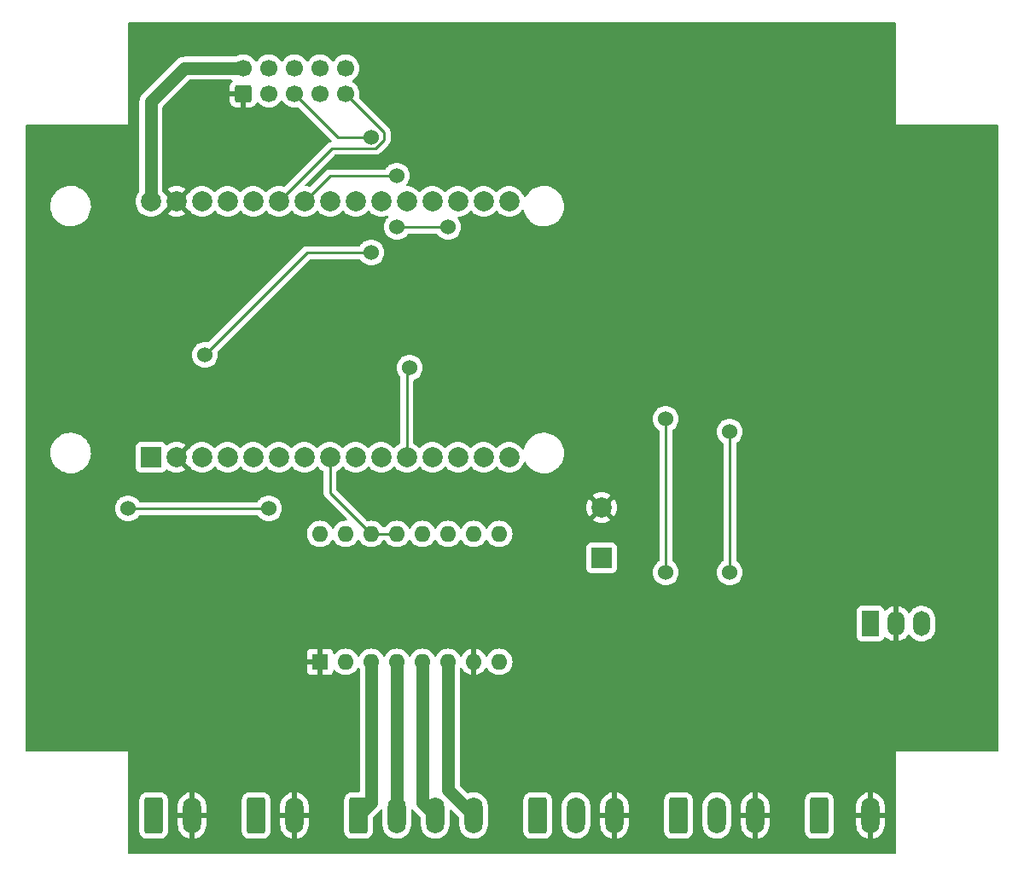
<source format=gbr>
%TF.GenerationSoftware,KiCad,Pcbnew,(6.0.1)*%
%TF.CreationDate,2022-02-12T14:44:04-06:00*%
%TF.ProjectId,sawsetter_main,73617773-6574-4746-9572-5f6d61696e2e,rev?*%
%TF.SameCoordinates,Original*%
%TF.FileFunction,Copper,L2,Bot*%
%TF.FilePolarity,Positive*%
%FSLAX46Y46*%
G04 Gerber Fmt 4.6, Leading zero omitted, Abs format (unit mm)*
G04 Created by KiCad (PCBNEW (6.0.1)) date 2022-02-12 14:44:04*
%MOMM*%
%LPD*%
G01*
G04 APERTURE LIST*
G04 Aperture macros list*
%AMRoundRect*
0 Rectangle with rounded corners*
0 $1 Rounding radius*
0 $2 $3 $4 $5 $6 $7 $8 $9 X,Y pos of 4 corners*
0 Add a 4 corners polygon primitive as box body*
4,1,4,$2,$3,$4,$5,$6,$7,$8,$9,$2,$3,0*
0 Add four circle primitives for the rounded corners*
1,1,$1+$1,$2,$3*
1,1,$1+$1,$4,$5*
1,1,$1+$1,$6,$7*
1,1,$1+$1,$8,$9*
0 Add four rect primitives between the rounded corners*
20,1,$1+$1,$2,$3,$4,$5,0*
20,1,$1+$1,$4,$5,$6,$7,0*
20,1,$1+$1,$6,$7,$8,$9,0*
20,1,$1+$1,$8,$9,$2,$3,0*%
G04 Aperture macros list end*
%TA.AperFunction,ComponentPad*%
%ADD10R,2.000000X2.000000*%
%TD*%
%TA.AperFunction,ComponentPad*%
%ADD11C,2.000000*%
%TD*%
%TA.AperFunction,ComponentPad*%
%ADD12RoundRect,0.250000X-0.650000X-1.550000X0.650000X-1.550000X0.650000X1.550000X-0.650000X1.550000X0*%
%TD*%
%TA.AperFunction,ComponentPad*%
%ADD13O,1.800000X3.600000*%
%TD*%
%TA.AperFunction,ComponentPad*%
%ADD14RoundRect,0.250000X0.600000X-0.600000X0.600000X0.600000X-0.600000X0.600000X-0.600000X-0.600000X0*%
%TD*%
%TA.AperFunction,ComponentPad*%
%ADD15C,1.700000*%
%TD*%
%TA.AperFunction,ComponentPad*%
%ADD16R,1.600000X1.600000*%
%TD*%
%TA.AperFunction,ComponentPad*%
%ADD17O,1.600000X1.600000*%
%TD*%
%TA.AperFunction,ComponentPad*%
%ADD18R,1.700000X2.500000*%
%TD*%
%TA.AperFunction,ComponentPad*%
%ADD19O,1.700000X2.500000*%
%TD*%
%TA.AperFunction,ViaPad*%
%ADD20C,1.524000*%
%TD*%
%TA.AperFunction,Conductor*%
%ADD21C,0.250000*%
%TD*%
%TA.AperFunction,Conductor*%
%ADD22C,1.270000*%
%TD*%
G04 APERTURE END LIST*
D10*
%TO.P,C3,1*%
%TO.N,+24V*%
X78740000Y-96347677D03*
D11*
%TO.P,C3,2*%
%TO.N,GND*%
X78740000Y-91347677D03*
%TD*%
D12*
%TO.P,J1,1,Pin_1*%
%TO.N,+24V*%
X72390000Y-121920000D03*
D13*
%TO.P,J1,2,Pin_2*%
%TO.N,Net-(J1-Pad2)*%
X76200000Y-121920000D03*
%TO.P,J1,3,Pin_3*%
%TO.N,GND*%
X80010000Y-121920000D03*
%TD*%
D14*
%TO.P,J3,1,Pin_1*%
%TO.N,GND*%
X43180000Y-50282500D03*
D15*
%TO.P,J3,2,Pin_2*%
%TO.N,+5V*%
X43180000Y-47742500D03*
%TO.P,J3,3,Pin_3*%
%TO.N,/SCL*%
X45720000Y-50282500D03*
%TO.P,J3,4,Pin_4*%
%TO.N,/SDA*%
X45720000Y-47742500D03*
%TO.P,J3,5,Pin_5*%
%TO.N,/RIGHT*%
X48260000Y-50282500D03*
%TO.P,J3,6,Pin_6*%
%TO.N,/UP*%
X48260000Y-47742500D03*
%TO.P,J3,7,Pin_7*%
%TO.N,/GO*%
X50800000Y-50282500D03*
%TO.P,J3,8,Pin_8*%
%TO.N,/DOWN*%
X50800000Y-47742500D03*
%TO.P,J3,9,Pin_9*%
%TO.N,/LEFT*%
X53340000Y-50282500D03*
%TO.P,J3,10,Pin_10*%
%TO.N,unconnected-(J3-Pad10)*%
X53340000Y-47742500D03*
%TD*%
D12*
%TO.P,J5,1,Pin_1*%
%TO.N,+24V*%
X100330000Y-121920000D03*
D13*
%TO.P,J5,2,Pin_2*%
%TO.N,GND*%
X105410000Y-121920000D03*
%TD*%
D16*
%TO.P,A1,1,GND*%
%TO.N,GND*%
X50800000Y-106670000D03*
D17*
%TO.P,A1,2,~{FLT}*%
%TO.N,/nFAULT*%
X53340000Y-106670000D03*
%TO.P,A1,3,A2*%
%TO.N,Net-(A1-Pad3)*%
X55880000Y-106670000D03*
%TO.P,A1,4,A1*%
%TO.N,Net-(A1-Pad4)*%
X58420000Y-106670000D03*
%TO.P,A1,5,B1*%
%TO.N,Net-(A1-Pad5)*%
X60960000Y-106670000D03*
%TO.P,A1,6,B2*%
%TO.N,Net-(A1-Pad6)*%
X63500000Y-106670000D03*
%TO.P,A1,7,GND*%
%TO.N,GND*%
X66040000Y-106670000D03*
%TO.P,A1,8,VMOT*%
%TO.N,+24V*%
X68580000Y-106670000D03*
%TO.P,A1,9,~{EN}*%
%TO.N,unconnected-(A1-Pad9)*%
X68580000Y-93970000D03*
%TO.P,A1,10,M0*%
%TO.N,unconnected-(A1-Pad10)*%
X66040000Y-93970000D03*
%TO.P,A1,11,M1*%
%TO.N,unconnected-(A1-Pad11)*%
X63500000Y-93970000D03*
%TO.P,A1,12,M2*%
%TO.N,unconnected-(A1-Pad12)*%
X60960000Y-93970000D03*
%TO.P,A1,13,~{RST}*%
%TO.N,/S_ON*%
X58420000Y-93970000D03*
%TO.P,A1,14,~{SLP}*%
X55880000Y-93970000D03*
%TO.P,A1,15,STEP*%
%TO.N,/STEP*%
X53340000Y-93970000D03*
%TO.P,A1,16,DIR*%
%TO.N,/DIR*%
X50800000Y-93970000D03*
%TD*%
D12*
%TO.P,J6,1,Pin_1*%
%TO.N,Net-(J6-Pad1)*%
X34290000Y-121920000D03*
D13*
%TO.P,J6,2,Pin_2*%
%TO.N,GND*%
X38100000Y-121920000D03*
%TD*%
D12*
%TO.P,J7,1,Pin_1*%
%TO.N,Net-(J7-Pad1)*%
X44450000Y-121920000D03*
D13*
%TO.P,J7,2,Pin_2*%
%TO.N,GND*%
X48260000Y-121920000D03*
%TD*%
D10*
%TO.P,U1,1,3V3*%
%TO.N,+3V3*%
X34015000Y-86360000D03*
D11*
%TO.P,U1,2,GND*%
%TO.N,GND*%
X36555000Y-86360000D03*
%TO.P,U1,3,D15*%
%TO.N,unconnected-(U1-Pad3)*%
X39095000Y-86360000D03*
%TO.P,U1,4,D2*%
%TO.N,/LIMIT1*%
X41635000Y-86360000D03*
%TO.P,U1,5,D4*%
%TO.N,/LIMIT2*%
X44175000Y-86360000D03*
%TO.P,U1,6,RX2*%
%TO.N,unconnected-(U1-Pad6)*%
X46715000Y-86360000D03*
%TO.P,U1,7,TX2*%
%TO.N,unconnected-(U1-Pad7)*%
X49255000Y-86360000D03*
%TO.P,U1,8,D5*%
%TO.N,/S_ON*%
X51795000Y-86360000D03*
%TO.P,U1,9,D18*%
%TO.N,/DIR*%
X54335000Y-86360000D03*
%TO.P,U1,10,D19*%
%TO.N,/STEP*%
X56875000Y-86360000D03*
%TO.P,U1,11,D21*%
%TO.N,/SDA*%
X59415000Y-86360000D03*
%TO.P,U1,12,RX0*%
%TO.N,unconnected-(U1-Pad12)*%
X61955000Y-86360000D03*
%TO.P,U1,13,TX0*%
%TO.N,unconnected-(U1-Pad13)*%
X64495000Y-86360000D03*
%TO.P,U1,14,D22*%
%TO.N,/SCL*%
X67035000Y-86360000D03*
%TO.P,U1,15,D23*%
%TO.N,unconnected-(U1-Pad15)*%
X69575000Y-86360000D03*
%TO.P,U1,16,EN*%
%TO.N,unconnected-(U1-Pad16)*%
X69575000Y-60960000D03*
%TO.P,U1,17,VP*%
%TO.N,unconnected-(U1-Pad17)*%
X67035000Y-60960000D03*
%TO.P,U1,18,VN*%
%TO.N,unconnected-(U1-Pad18)*%
X64495000Y-60960000D03*
%TO.P,U1,19,D34*%
%TO.N,/nFAULT*%
X61955000Y-60960000D03*
%TO.P,U1,20,D35*%
%TO.N,unconnected-(U1-Pad20)*%
X59415000Y-60960000D03*
%TO.P,U1,21,D32*%
%TO.N,/RIGHT*%
X56875000Y-60960000D03*
%TO.P,U1,22,D33*%
%TO.N,/GO*%
X54335000Y-60960000D03*
%TO.P,U1,23,D25*%
%TO.N,/UP*%
X51795000Y-60960000D03*
%TO.P,U1,24,D26*%
%TO.N,/DOWN*%
X49255000Y-60960000D03*
%TO.P,U1,25,D27*%
%TO.N,/LEFT*%
X46715000Y-60960000D03*
%TO.P,U1,26,D14*%
%TO.N,/LED*%
X44175000Y-60960000D03*
%TO.P,U1,27,D12*%
%TO.N,/VALVE1*%
X41635000Y-60960000D03*
%TO.P,U1,28,D13*%
%TO.N,/VALVE2*%
X39095000Y-60960000D03*
%TO.P,U1,29,GND*%
%TO.N,GND*%
X36555000Y-60960000D03*
%TO.P,U1,30,VIN*%
%TO.N,+5V*%
X34015000Y-60960000D03*
%TD*%
D12*
%TO.P,J4,1,Pin_1*%
%TO.N,Net-(A1-Pad3)*%
X54610000Y-121920000D03*
D13*
%TO.P,J4,2,Pin_2*%
%TO.N,Net-(A1-Pad4)*%
X58420000Y-121920000D03*
%TO.P,J4,3,Pin_3*%
%TO.N,Net-(A1-Pad5)*%
X62230000Y-121920000D03*
%TO.P,J4,4,Pin_4*%
%TO.N,Net-(A1-Pad6)*%
X66040000Y-121920000D03*
%TD*%
D18*
%TO.P,U2,1,IN*%
%TO.N,+24V*%
X105410000Y-102870000D03*
D19*
%TO.P,U2,2,GND*%
%TO.N,GND*%
X107950000Y-102870000D03*
%TO.P,U2,3,OUT*%
%TO.N,+5V*%
X110490000Y-102870000D03*
%TD*%
D12*
%TO.P,J2,1,Pin_1*%
%TO.N,+24V*%
X86360000Y-121920000D03*
D13*
%TO.P,J2,2,Pin_2*%
%TO.N,Net-(J2-Pad2)*%
X90170000Y-121920000D03*
%TO.P,J2,3,Pin_3*%
%TO.N,GND*%
X93980000Y-121920000D03*
%TD*%
D20*
%TO.N,GND*%
X64770000Y-52070000D03*
X87630000Y-104140000D03*
X81280000Y-104140000D03*
%TO.N,/nFAULT*%
X31750000Y-91440000D03*
X39370000Y-76200000D03*
X45720000Y-91440000D03*
X55880000Y-66040000D03*
%TO.N,/VALVE1*%
X85090000Y-82550000D03*
X85090000Y-97790000D03*
%TO.N,/VALVE2*%
X91440000Y-97790000D03*
X91440000Y-83820000D03*
%TO.N,/SDA*%
X59690000Y-77470000D03*
%TO.N,/DOWN*%
X58420000Y-58420000D03*
%TO.N,/RIGHT*%
X55880000Y-54610000D03*
%TO.N,/LED*%
X63500000Y-63500000D03*
X58420000Y-63500000D03*
%TD*%
D21*
%TO.N,/LED*%
X58420000Y-63500000D02*
X63500000Y-63500000D01*
%TO.N,/nFAULT*%
X45720000Y-91440000D02*
X31750000Y-91440000D01*
D22*
%TO.N,Net-(A1-Pad3)*%
X55880000Y-106670000D02*
X55880000Y-120650000D01*
X55880000Y-120650000D02*
X54610000Y-121920000D01*
%TO.N,Net-(A1-Pad4)*%
X58420000Y-106670000D02*
X58420000Y-121920000D01*
%TO.N,Net-(A1-Pad5)*%
X60960000Y-120650000D02*
X62230000Y-121920000D01*
X60960000Y-106670000D02*
X60960000Y-120650000D01*
%TO.N,Net-(A1-Pad6)*%
X63500000Y-119380000D02*
X66040000Y-121920000D01*
X63500000Y-106670000D02*
X63500000Y-119380000D01*
%TO.N,+5V*%
X37347500Y-47742500D02*
X34015000Y-51075000D01*
X34015000Y-51075000D02*
X34015000Y-60960000D01*
X43180000Y-47742500D02*
X37347500Y-47742500D01*
D21*
%TO.N,/nFAULT*%
X39370000Y-76200000D02*
X49530000Y-66040000D01*
X49530000Y-66040000D02*
X55880000Y-66040000D01*
%TO.N,/S_ON*%
X51795000Y-89895000D02*
X51795000Y-86360000D01*
X55880000Y-93980000D02*
X51795000Y-89895000D01*
X55880000Y-93970000D02*
X55880000Y-93980000D01*
X55880000Y-93970000D02*
X58420000Y-93970000D01*
%TO.N,/VALVE1*%
X85090000Y-82550000D02*
X85090000Y-97790000D01*
%TO.N,/VALVE2*%
X91440000Y-83820000D02*
X91440000Y-97790000D01*
%TO.N,/SDA*%
X59415000Y-77745000D02*
X59415000Y-86360000D01*
X59690000Y-77470000D02*
X59415000Y-77745000D01*
%TO.N,/LEFT*%
X57150000Y-54092500D02*
X53340000Y-50282500D01*
X56330049Y-55696511D02*
X57150000Y-54876560D01*
X57150000Y-54876560D02*
X57150000Y-54092500D01*
X46715000Y-60960000D02*
X51978489Y-55696511D01*
X51978489Y-55696511D02*
X56330049Y-55696511D01*
%TO.N,/DOWN*%
X49255000Y-60960000D02*
X51795000Y-58420000D01*
X51795000Y-58420000D02*
X58420000Y-58420000D01*
%TO.N,/RIGHT*%
X52587500Y-54610000D02*
X55880000Y-54610000D01*
X48260000Y-50282500D02*
X52587500Y-54610000D01*
%TD*%
%TA.AperFunction,Conductor*%
%TO.N,GND*%
G36*
X107892121Y-43200002D02*
G01*
X107938614Y-43253658D01*
X107950000Y-43306000D01*
X107950000Y-53340000D01*
X117984000Y-53340000D01*
X118052121Y-53360002D01*
X118098614Y-53413658D01*
X118110000Y-53466000D01*
X118110000Y-115444000D01*
X118089998Y-115512121D01*
X118036342Y-115558614D01*
X117984000Y-115570000D01*
X107950000Y-115570000D01*
X107950000Y-125604000D01*
X107929998Y-125672121D01*
X107876342Y-125718614D01*
X107824000Y-125730000D01*
X31876000Y-125730000D01*
X31807879Y-125709998D01*
X31761386Y-125656342D01*
X31750000Y-125604000D01*
X31750000Y-123520400D01*
X32881500Y-123520400D01*
X32881837Y-123523646D01*
X32881837Y-123523650D01*
X32891393Y-123615745D01*
X32892474Y-123626166D01*
X32948450Y-123793946D01*
X33041522Y-123944348D01*
X33166697Y-124069305D01*
X33172927Y-124073145D01*
X33172928Y-124073146D01*
X33310090Y-124157694D01*
X33317262Y-124162115D01*
X33393139Y-124187282D01*
X33478611Y-124215632D01*
X33478613Y-124215632D01*
X33485139Y-124217797D01*
X33491975Y-124218497D01*
X33491978Y-124218498D01*
X33535031Y-124222909D01*
X33589600Y-124228500D01*
X34990400Y-124228500D01*
X34993646Y-124228163D01*
X34993650Y-124228163D01*
X35089308Y-124218238D01*
X35089312Y-124218237D01*
X35096166Y-124217526D01*
X35102702Y-124215345D01*
X35102704Y-124215345D01*
X35234806Y-124171272D01*
X35263946Y-124161550D01*
X35414348Y-124068478D01*
X35539305Y-123943303D01*
X35579116Y-123878718D01*
X35628275Y-123798968D01*
X35628276Y-123798966D01*
X35632115Y-123792738D01*
X35659788Y-123709307D01*
X35685632Y-123631389D01*
X35685632Y-123631387D01*
X35687797Y-123624861D01*
X35698500Y-123520400D01*
X35698500Y-122877340D01*
X36692000Y-122877340D01*
X36692225Y-122882649D01*
X36706660Y-123052771D01*
X36708452Y-123063259D01*
X36765801Y-123284211D01*
X36769333Y-123294239D01*
X36863085Y-123502363D01*
X36868265Y-123511669D01*
X36995747Y-123701024D01*
X37002406Y-123709307D01*
X37159971Y-123874478D01*
X37167942Y-123881530D01*
X37351082Y-124017790D01*
X37360119Y-124023394D01*
X37563606Y-124126851D01*
X37573459Y-124130852D01*
X37791461Y-124198544D01*
X37801848Y-124200828D01*
X37828043Y-124204300D01*
X37842207Y-124202104D01*
X37846000Y-124188919D01*
X37846000Y-124187282D01*
X38354000Y-124187282D01*
X38357973Y-124200813D01*
X38368580Y-124202338D01*
X38500840Y-124174587D01*
X38511037Y-124171527D01*
X38723340Y-124087685D01*
X38732876Y-124082951D01*
X38928025Y-123964532D01*
X38936618Y-123958266D01*
X39109027Y-123808658D01*
X39116447Y-123801028D01*
X39261180Y-123624512D01*
X39267206Y-123615745D01*
X39321479Y-123520400D01*
X43041500Y-123520400D01*
X43041837Y-123523646D01*
X43041837Y-123523650D01*
X43051393Y-123615745D01*
X43052474Y-123626166D01*
X43108450Y-123793946D01*
X43201522Y-123944348D01*
X43326697Y-124069305D01*
X43332927Y-124073145D01*
X43332928Y-124073146D01*
X43470090Y-124157694D01*
X43477262Y-124162115D01*
X43553139Y-124187282D01*
X43638611Y-124215632D01*
X43638613Y-124215632D01*
X43645139Y-124217797D01*
X43651975Y-124218497D01*
X43651978Y-124218498D01*
X43695031Y-124222909D01*
X43749600Y-124228500D01*
X45150400Y-124228500D01*
X45153646Y-124228163D01*
X45153650Y-124228163D01*
X45249308Y-124218238D01*
X45249312Y-124218237D01*
X45256166Y-124217526D01*
X45262702Y-124215345D01*
X45262704Y-124215345D01*
X45394806Y-124171272D01*
X45423946Y-124161550D01*
X45574348Y-124068478D01*
X45699305Y-123943303D01*
X45739116Y-123878718D01*
X45788275Y-123798968D01*
X45788276Y-123798966D01*
X45792115Y-123792738D01*
X45819788Y-123709307D01*
X45845632Y-123631389D01*
X45845632Y-123631387D01*
X45847797Y-123624861D01*
X45858500Y-123520400D01*
X45858500Y-122877340D01*
X46852000Y-122877340D01*
X46852225Y-122882649D01*
X46866660Y-123052771D01*
X46868452Y-123063259D01*
X46925801Y-123284211D01*
X46929333Y-123294239D01*
X47023085Y-123502363D01*
X47028265Y-123511669D01*
X47155747Y-123701024D01*
X47162406Y-123709307D01*
X47319971Y-123874478D01*
X47327942Y-123881530D01*
X47511082Y-124017790D01*
X47520119Y-124023394D01*
X47723606Y-124126851D01*
X47733459Y-124130852D01*
X47951461Y-124198544D01*
X47961848Y-124200828D01*
X47988043Y-124204300D01*
X48002207Y-124202104D01*
X48006000Y-124188919D01*
X48006000Y-124187282D01*
X48514000Y-124187282D01*
X48517973Y-124200813D01*
X48528580Y-124202338D01*
X48660840Y-124174587D01*
X48671037Y-124171527D01*
X48883340Y-124087685D01*
X48892876Y-124082951D01*
X49088025Y-123964532D01*
X49096618Y-123958266D01*
X49269027Y-123808658D01*
X49276447Y-123801028D01*
X49421180Y-123624512D01*
X49427206Y-123615745D01*
X49540129Y-123417367D01*
X49544595Y-123407703D01*
X49622481Y-123193132D01*
X49625251Y-123182865D01*
X49666081Y-122957068D01*
X49667016Y-122948838D01*
X49667930Y-122929450D01*
X49668000Y-122926474D01*
X49668000Y-122192115D01*
X49663525Y-122176876D01*
X49662135Y-122175671D01*
X49654452Y-122174000D01*
X48532115Y-122174000D01*
X48516876Y-122178475D01*
X48515671Y-122179865D01*
X48514000Y-122187548D01*
X48514000Y-124187282D01*
X48006000Y-124187282D01*
X48006000Y-122192115D01*
X48001525Y-122176876D01*
X48000135Y-122175671D01*
X47992452Y-122174000D01*
X46870115Y-122174000D01*
X46854876Y-122178475D01*
X46853671Y-122179865D01*
X46852000Y-122187548D01*
X46852000Y-122877340D01*
X45858500Y-122877340D01*
X45858500Y-121647885D01*
X46852000Y-121647885D01*
X46856475Y-121663124D01*
X46857865Y-121664329D01*
X46865548Y-121666000D01*
X47987885Y-121666000D01*
X48003124Y-121661525D01*
X48004329Y-121660135D01*
X48006000Y-121652452D01*
X48006000Y-121647885D01*
X48514000Y-121647885D01*
X48518475Y-121663124D01*
X48519865Y-121664329D01*
X48527548Y-121666000D01*
X49649885Y-121666000D01*
X49665124Y-121661525D01*
X49666329Y-121660135D01*
X49668000Y-121652452D01*
X49668000Y-120962660D01*
X49667775Y-120957351D01*
X49653340Y-120787229D01*
X49651548Y-120776741D01*
X49594199Y-120555789D01*
X49590667Y-120545761D01*
X49496915Y-120337637D01*
X49491735Y-120328331D01*
X49364253Y-120138976D01*
X49357594Y-120130693D01*
X49200029Y-119965522D01*
X49192058Y-119958470D01*
X49008918Y-119822210D01*
X48999881Y-119816606D01*
X48796394Y-119713149D01*
X48786541Y-119709148D01*
X48568539Y-119641456D01*
X48558152Y-119639172D01*
X48531957Y-119635700D01*
X48517793Y-119637896D01*
X48514000Y-119651081D01*
X48514000Y-121647885D01*
X48006000Y-121647885D01*
X48006000Y-119652718D01*
X48002027Y-119639187D01*
X47991420Y-119637662D01*
X47859160Y-119665413D01*
X47848963Y-119668473D01*
X47636660Y-119752315D01*
X47627124Y-119757049D01*
X47431975Y-119875468D01*
X47423382Y-119881734D01*
X47250973Y-120031342D01*
X47243553Y-120038972D01*
X47098820Y-120215488D01*
X47092794Y-120224255D01*
X46979871Y-120422633D01*
X46975405Y-120432297D01*
X46897519Y-120646868D01*
X46894749Y-120657135D01*
X46853919Y-120882932D01*
X46852984Y-120891162D01*
X46852070Y-120910550D01*
X46852000Y-120913526D01*
X46852000Y-121647885D01*
X45858500Y-121647885D01*
X45858500Y-120319600D01*
X45858163Y-120316350D01*
X45848238Y-120220692D01*
X45848237Y-120220688D01*
X45847526Y-120213834D01*
X45826148Y-120149755D01*
X45793868Y-120053002D01*
X45791550Y-120046054D01*
X45698478Y-119895652D01*
X45573303Y-119770695D01*
X45550434Y-119756598D01*
X45428968Y-119681725D01*
X45428966Y-119681724D01*
X45422738Y-119677885D01*
X45341926Y-119651081D01*
X45261389Y-119624368D01*
X45261387Y-119624368D01*
X45254861Y-119622203D01*
X45248025Y-119621503D01*
X45248022Y-119621502D01*
X45201591Y-119616745D01*
X45150400Y-119611500D01*
X43749600Y-119611500D01*
X43746354Y-119611837D01*
X43746350Y-119611837D01*
X43650692Y-119621762D01*
X43650688Y-119621763D01*
X43643834Y-119622474D01*
X43637298Y-119624655D01*
X43637296Y-119624655D01*
X43513281Y-119666030D01*
X43476054Y-119678450D01*
X43325652Y-119771522D01*
X43200695Y-119896697D01*
X43196855Y-119902927D01*
X43196854Y-119902928D01*
X43158507Y-119965139D01*
X43107885Y-120047262D01*
X43105581Y-120054209D01*
X43079037Y-120134238D01*
X43052203Y-120215139D01*
X43041500Y-120319600D01*
X43041500Y-123520400D01*
X39321479Y-123520400D01*
X39380129Y-123417367D01*
X39384595Y-123407703D01*
X39462481Y-123193132D01*
X39465251Y-123182865D01*
X39506081Y-122957068D01*
X39507016Y-122948838D01*
X39507930Y-122929450D01*
X39508000Y-122926474D01*
X39508000Y-122192115D01*
X39503525Y-122176876D01*
X39502135Y-122175671D01*
X39494452Y-122174000D01*
X38372115Y-122174000D01*
X38356876Y-122178475D01*
X38355671Y-122179865D01*
X38354000Y-122187548D01*
X38354000Y-124187282D01*
X37846000Y-124187282D01*
X37846000Y-122192115D01*
X37841525Y-122176876D01*
X37840135Y-122175671D01*
X37832452Y-122174000D01*
X36710115Y-122174000D01*
X36694876Y-122178475D01*
X36693671Y-122179865D01*
X36692000Y-122187548D01*
X36692000Y-122877340D01*
X35698500Y-122877340D01*
X35698500Y-121647885D01*
X36692000Y-121647885D01*
X36696475Y-121663124D01*
X36697865Y-121664329D01*
X36705548Y-121666000D01*
X37827885Y-121666000D01*
X37843124Y-121661525D01*
X37844329Y-121660135D01*
X37846000Y-121652452D01*
X37846000Y-121647885D01*
X38354000Y-121647885D01*
X38358475Y-121663124D01*
X38359865Y-121664329D01*
X38367548Y-121666000D01*
X39489885Y-121666000D01*
X39505124Y-121661525D01*
X39506329Y-121660135D01*
X39508000Y-121652452D01*
X39508000Y-120962660D01*
X39507775Y-120957351D01*
X39493340Y-120787229D01*
X39491548Y-120776741D01*
X39434199Y-120555789D01*
X39430667Y-120545761D01*
X39336915Y-120337637D01*
X39331735Y-120328331D01*
X39204253Y-120138976D01*
X39197594Y-120130693D01*
X39040029Y-119965522D01*
X39032058Y-119958470D01*
X38848918Y-119822210D01*
X38839881Y-119816606D01*
X38636394Y-119713149D01*
X38626541Y-119709148D01*
X38408539Y-119641456D01*
X38398152Y-119639172D01*
X38371957Y-119635700D01*
X38357793Y-119637896D01*
X38354000Y-119651081D01*
X38354000Y-121647885D01*
X37846000Y-121647885D01*
X37846000Y-119652718D01*
X37842027Y-119639187D01*
X37831420Y-119637662D01*
X37699160Y-119665413D01*
X37688963Y-119668473D01*
X37476660Y-119752315D01*
X37467124Y-119757049D01*
X37271975Y-119875468D01*
X37263382Y-119881734D01*
X37090973Y-120031342D01*
X37083553Y-120038972D01*
X36938820Y-120215488D01*
X36932794Y-120224255D01*
X36819871Y-120422633D01*
X36815405Y-120432297D01*
X36737519Y-120646868D01*
X36734749Y-120657135D01*
X36693919Y-120882932D01*
X36692984Y-120891162D01*
X36692070Y-120910550D01*
X36692000Y-120913526D01*
X36692000Y-121647885D01*
X35698500Y-121647885D01*
X35698500Y-120319600D01*
X35698163Y-120316350D01*
X35688238Y-120220692D01*
X35688237Y-120220688D01*
X35687526Y-120213834D01*
X35666148Y-120149755D01*
X35633868Y-120053002D01*
X35631550Y-120046054D01*
X35538478Y-119895652D01*
X35413303Y-119770695D01*
X35390434Y-119756598D01*
X35268968Y-119681725D01*
X35268966Y-119681724D01*
X35262738Y-119677885D01*
X35181926Y-119651081D01*
X35101389Y-119624368D01*
X35101387Y-119624368D01*
X35094861Y-119622203D01*
X35088025Y-119621503D01*
X35088022Y-119621502D01*
X35041591Y-119616745D01*
X34990400Y-119611500D01*
X33589600Y-119611500D01*
X33586354Y-119611837D01*
X33586350Y-119611837D01*
X33490692Y-119621762D01*
X33490688Y-119621763D01*
X33483834Y-119622474D01*
X33477298Y-119624655D01*
X33477296Y-119624655D01*
X33353281Y-119666030D01*
X33316054Y-119678450D01*
X33165652Y-119771522D01*
X33040695Y-119896697D01*
X33036855Y-119902927D01*
X33036854Y-119902928D01*
X32998507Y-119965139D01*
X32947885Y-120047262D01*
X32945581Y-120054209D01*
X32919037Y-120134238D01*
X32892203Y-120215139D01*
X32881500Y-120319600D01*
X32881500Y-123520400D01*
X31750000Y-123520400D01*
X31750000Y-115570000D01*
X21716000Y-115570000D01*
X21647879Y-115549998D01*
X21601386Y-115496342D01*
X21590000Y-115444000D01*
X21590000Y-107514669D01*
X49492001Y-107514669D01*
X49492371Y-107521490D01*
X49497895Y-107572352D01*
X49501521Y-107587604D01*
X49546676Y-107708054D01*
X49555214Y-107723649D01*
X49631715Y-107825724D01*
X49644276Y-107838285D01*
X49746351Y-107914786D01*
X49761946Y-107923324D01*
X49882394Y-107968478D01*
X49897649Y-107972105D01*
X49948514Y-107977631D01*
X49955328Y-107978000D01*
X50527885Y-107978000D01*
X50543124Y-107973525D01*
X50544329Y-107972135D01*
X50546000Y-107964452D01*
X50546000Y-107959884D01*
X51054000Y-107959884D01*
X51058475Y-107975123D01*
X51059865Y-107976328D01*
X51067548Y-107977999D01*
X51644669Y-107977999D01*
X51651490Y-107977629D01*
X51702352Y-107972105D01*
X51717604Y-107968479D01*
X51838054Y-107923324D01*
X51853649Y-107914786D01*
X51955724Y-107838285D01*
X51968285Y-107825724D01*
X52044786Y-107723649D01*
X52053324Y-107708054D01*
X52098478Y-107587606D01*
X52102104Y-107572357D01*
X52102479Y-107568904D01*
X52103522Y-107566394D01*
X52103932Y-107564669D01*
X52104211Y-107564735D01*
X52129719Y-107503341D01*
X52188080Y-107462912D01*
X52259034Y-107460454D01*
X52320054Y-107496747D01*
X52329344Y-107508240D01*
X52330641Y-107509786D01*
X52333802Y-107514300D01*
X52495700Y-107676198D01*
X52500208Y-107679355D01*
X52500211Y-107679357D01*
X52541195Y-107708054D01*
X52683251Y-107807523D01*
X52688233Y-107809846D01*
X52688238Y-107809849D01*
X52884765Y-107901490D01*
X52890757Y-107904284D01*
X52896065Y-107905706D01*
X52896067Y-107905707D01*
X53106598Y-107962119D01*
X53106600Y-107962119D01*
X53111913Y-107963543D01*
X53340000Y-107983498D01*
X53568087Y-107963543D01*
X53573400Y-107962119D01*
X53573402Y-107962119D01*
X53783933Y-107905707D01*
X53783935Y-107905706D01*
X53789243Y-107904284D01*
X53795235Y-107901490D01*
X53991762Y-107809849D01*
X53991767Y-107809846D01*
X53996749Y-107807523D01*
X54138805Y-107708054D01*
X54179789Y-107679357D01*
X54179792Y-107679355D01*
X54184300Y-107676198D01*
X54346198Y-107514300D01*
X54350442Y-107508240D01*
X54404098Y-107431611D01*
X54477523Y-107326749D01*
X54479846Y-107321767D01*
X54479849Y-107321762D01*
X54495805Y-107287543D01*
X54542722Y-107234258D01*
X54610999Y-107214797D01*
X54678959Y-107235339D01*
X54724190Y-107287533D01*
X54724690Y-107288605D01*
X54736500Y-107341865D01*
X54736500Y-119485500D01*
X54716498Y-119553621D01*
X54662842Y-119600114D01*
X54610500Y-119611500D01*
X53909600Y-119611500D01*
X53906354Y-119611837D01*
X53906350Y-119611837D01*
X53810692Y-119621762D01*
X53810688Y-119621763D01*
X53803834Y-119622474D01*
X53797298Y-119624655D01*
X53797296Y-119624655D01*
X53673281Y-119666030D01*
X53636054Y-119678450D01*
X53485652Y-119771522D01*
X53360695Y-119896697D01*
X53356855Y-119902927D01*
X53356854Y-119902928D01*
X53318507Y-119965139D01*
X53267885Y-120047262D01*
X53265581Y-120054209D01*
X53239037Y-120134238D01*
X53212203Y-120215139D01*
X53201500Y-120319600D01*
X53201500Y-123520400D01*
X53201837Y-123523646D01*
X53201837Y-123523650D01*
X53211393Y-123615745D01*
X53212474Y-123626166D01*
X53268450Y-123793946D01*
X53361522Y-123944348D01*
X53486697Y-124069305D01*
X53492927Y-124073145D01*
X53492928Y-124073146D01*
X53630090Y-124157694D01*
X53637262Y-124162115D01*
X53713139Y-124187282D01*
X53798611Y-124215632D01*
X53798613Y-124215632D01*
X53805139Y-124217797D01*
X53811975Y-124218497D01*
X53811978Y-124218498D01*
X53855031Y-124222909D01*
X53909600Y-124228500D01*
X55310400Y-124228500D01*
X55313646Y-124228163D01*
X55313650Y-124228163D01*
X55409308Y-124218238D01*
X55409312Y-124218237D01*
X55416166Y-124217526D01*
X55422702Y-124215345D01*
X55422704Y-124215345D01*
X55554806Y-124171272D01*
X55583946Y-124161550D01*
X55734348Y-124068478D01*
X55859305Y-123943303D01*
X55899116Y-123878718D01*
X55948275Y-123798968D01*
X55948276Y-123798966D01*
X55952115Y-123792738D01*
X55979788Y-123709307D01*
X56005632Y-123631389D01*
X56005632Y-123631387D01*
X56007797Y-123624861D01*
X56018500Y-123520400D01*
X56018500Y-122180843D01*
X56038502Y-122112723D01*
X56055405Y-122091748D01*
X56658320Y-121488834D01*
X56664338Y-121483198D01*
X56708680Y-121444311D01*
X56713019Y-121440506D01*
X56730423Y-121418429D01*
X56767785Y-121371036D01*
X56769860Y-121368474D01*
X56788625Y-121345911D01*
X56847562Y-121306326D01*
X56918544Y-121304889D01*
X56979035Y-121342056D01*
X57009829Y-121406027D01*
X57011500Y-121426479D01*
X57011500Y-122880012D01*
X57026617Y-123058175D01*
X57027957Y-123063339D01*
X57027958Y-123063343D01*
X57085285Y-123284211D01*
X57086668Y-123289540D01*
X57088860Y-123294406D01*
X57144345Y-123417577D01*
X57184843Y-123507480D01*
X57318334Y-123705762D01*
X57483326Y-123878718D01*
X57675100Y-124021402D01*
X57679851Y-124023818D01*
X57679855Y-124023820D01*
X57883414Y-124127314D01*
X57888172Y-124129733D01*
X57978221Y-124157694D01*
X58111349Y-124199032D01*
X58111355Y-124199033D01*
X58116452Y-124200616D01*
X58243883Y-124217506D01*
X58348127Y-124231323D01*
X58348131Y-124231323D01*
X58353411Y-124232023D01*
X58358740Y-124231823D01*
X58358741Y-124231823D01*
X58456509Y-124228152D01*
X58592274Y-124223055D01*
X58692126Y-124202104D01*
X58820984Y-124175067D01*
X58820987Y-124175066D01*
X58826211Y-124173970D01*
X59048533Y-124086171D01*
X59252883Y-123962168D01*
X59433419Y-123805507D01*
X59436802Y-123801381D01*
X59436806Y-123801377D01*
X59575108Y-123632704D01*
X59584978Y-123620667D01*
X59703227Y-123412934D01*
X59784784Y-123188247D01*
X59785734Y-123182995D01*
X59826580Y-122957115D01*
X59826581Y-122957107D01*
X59827318Y-122953031D01*
X59828500Y-122927968D01*
X59828500Y-121425366D01*
X59848502Y-121357245D01*
X59902158Y-121310752D01*
X59972432Y-121300648D01*
X60037012Y-121330142D01*
X60055458Y-121349978D01*
X60103116Y-121413801D01*
X60103123Y-121413808D01*
X60106573Y-121418429D01*
X60110807Y-121422343D01*
X60110809Y-121422345D01*
X60166959Y-121474249D01*
X60170526Y-121477679D01*
X60784596Y-122091750D01*
X60818621Y-122154062D01*
X60821500Y-122180843D01*
X60821500Y-122880012D01*
X60836617Y-123058175D01*
X60837957Y-123063339D01*
X60837958Y-123063343D01*
X60895285Y-123284211D01*
X60896668Y-123289540D01*
X60898860Y-123294406D01*
X60954345Y-123417577D01*
X60994843Y-123507480D01*
X61128334Y-123705762D01*
X61293326Y-123878718D01*
X61485100Y-124021402D01*
X61489851Y-124023818D01*
X61489855Y-124023820D01*
X61693414Y-124127314D01*
X61698172Y-124129733D01*
X61788221Y-124157694D01*
X61921349Y-124199032D01*
X61921355Y-124199033D01*
X61926452Y-124200616D01*
X62053883Y-124217506D01*
X62158127Y-124231323D01*
X62158131Y-124231323D01*
X62163411Y-124232023D01*
X62168740Y-124231823D01*
X62168741Y-124231823D01*
X62266509Y-124228152D01*
X62402274Y-124223055D01*
X62502126Y-124202104D01*
X62630984Y-124175067D01*
X62630987Y-124175066D01*
X62636211Y-124173970D01*
X62858533Y-124086171D01*
X63062883Y-123962168D01*
X63243419Y-123805507D01*
X63246802Y-123801381D01*
X63246806Y-123801377D01*
X63385108Y-123632704D01*
X63394978Y-123620667D01*
X63513227Y-123412934D01*
X63594784Y-123188247D01*
X63595734Y-123182995D01*
X63636580Y-122957115D01*
X63636581Y-122957107D01*
X63637318Y-122953031D01*
X63638500Y-122927968D01*
X63638500Y-121439843D01*
X63658502Y-121371722D01*
X63712158Y-121325229D01*
X63782432Y-121315125D01*
X63847012Y-121344619D01*
X63853595Y-121350748D01*
X64594595Y-122091748D01*
X64628621Y-122154060D01*
X64631500Y-122180843D01*
X64631500Y-122880012D01*
X64646617Y-123058175D01*
X64647957Y-123063339D01*
X64647958Y-123063343D01*
X64705285Y-123284211D01*
X64706668Y-123289540D01*
X64708860Y-123294406D01*
X64764345Y-123417577D01*
X64804843Y-123507480D01*
X64938334Y-123705762D01*
X65103326Y-123878718D01*
X65295100Y-124021402D01*
X65299851Y-124023818D01*
X65299855Y-124023820D01*
X65503414Y-124127314D01*
X65508172Y-124129733D01*
X65598221Y-124157694D01*
X65731349Y-124199032D01*
X65731355Y-124199033D01*
X65736452Y-124200616D01*
X65863883Y-124217506D01*
X65968127Y-124231323D01*
X65968131Y-124231323D01*
X65973411Y-124232023D01*
X65978740Y-124231823D01*
X65978741Y-124231823D01*
X66076509Y-124228152D01*
X66212274Y-124223055D01*
X66312126Y-124202104D01*
X66440984Y-124175067D01*
X66440987Y-124175066D01*
X66446211Y-124173970D01*
X66668533Y-124086171D01*
X66872883Y-123962168D01*
X67053419Y-123805507D01*
X67056802Y-123801381D01*
X67056806Y-123801377D01*
X67195108Y-123632704D01*
X67204978Y-123620667D01*
X67262054Y-123520400D01*
X70981500Y-123520400D01*
X70981837Y-123523646D01*
X70981837Y-123523650D01*
X70991393Y-123615745D01*
X70992474Y-123626166D01*
X71048450Y-123793946D01*
X71141522Y-123944348D01*
X71266697Y-124069305D01*
X71272927Y-124073145D01*
X71272928Y-124073146D01*
X71410090Y-124157694D01*
X71417262Y-124162115D01*
X71493139Y-124187282D01*
X71578611Y-124215632D01*
X71578613Y-124215632D01*
X71585139Y-124217797D01*
X71591975Y-124218497D01*
X71591978Y-124218498D01*
X71635031Y-124222909D01*
X71689600Y-124228500D01*
X73090400Y-124228500D01*
X73093646Y-124228163D01*
X73093650Y-124228163D01*
X73189308Y-124218238D01*
X73189312Y-124218237D01*
X73196166Y-124217526D01*
X73202702Y-124215345D01*
X73202704Y-124215345D01*
X73334806Y-124171272D01*
X73363946Y-124161550D01*
X73514348Y-124068478D01*
X73639305Y-123943303D01*
X73679116Y-123878718D01*
X73728275Y-123798968D01*
X73728276Y-123798966D01*
X73732115Y-123792738D01*
X73759788Y-123709307D01*
X73785632Y-123631389D01*
X73785632Y-123631387D01*
X73787797Y-123624861D01*
X73798500Y-123520400D01*
X73798500Y-122880012D01*
X74791500Y-122880012D01*
X74806617Y-123058175D01*
X74807957Y-123063339D01*
X74807958Y-123063343D01*
X74865285Y-123284211D01*
X74866668Y-123289540D01*
X74868860Y-123294406D01*
X74924345Y-123417577D01*
X74964843Y-123507480D01*
X75098334Y-123705762D01*
X75263326Y-123878718D01*
X75455100Y-124021402D01*
X75459851Y-124023818D01*
X75459855Y-124023820D01*
X75663414Y-124127314D01*
X75668172Y-124129733D01*
X75758221Y-124157694D01*
X75891349Y-124199032D01*
X75891355Y-124199033D01*
X75896452Y-124200616D01*
X76023883Y-124217506D01*
X76128127Y-124231323D01*
X76128131Y-124231323D01*
X76133411Y-124232023D01*
X76138740Y-124231823D01*
X76138741Y-124231823D01*
X76236509Y-124228152D01*
X76372274Y-124223055D01*
X76472126Y-124202104D01*
X76600984Y-124175067D01*
X76600987Y-124175066D01*
X76606211Y-124173970D01*
X76828533Y-124086171D01*
X77032883Y-123962168D01*
X77213419Y-123805507D01*
X77216802Y-123801381D01*
X77216806Y-123801377D01*
X77355108Y-123632704D01*
X77364978Y-123620667D01*
X77483227Y-123412934D01*
X77564784Y-123188247D01*
X77565734Y-123182995D01*
X77606580Y-122957115D01*
X77606581Y-122957107D01*
X77607318Y-122953031D01*
X77608500Y-122927968D01*
X77608500Y-122877340D01*
X78602000Y-122877340D01*
X78602225Y-122882649D01*
X78616660Y-123052771D01*
X78618452Y-123063259D01*
X78675801Y-123284211D01*
X78679333Y-123294239D01*
X78773085Y-123502363D01*
X78778265Y-123511669D01*
X78905747Y-123701024D01*
X78912406Y-123709307D01*
X79069971Y-123874478D01*
X79077942Y-123881530D01*
X79261082Y-124017790D01*
X79270119Y-124023394D01*
X79473606Y-124126851D01*
X79483459Y-124130852D01*
X79701461Y-124198544D01*
X79711848Y-124200828D01*
X79738043Y-124204300D01*
X79752207Y-124202104D01*
X79756000Y-124188919D01*
X79756000Y-124187282D01*
X80264000Y-124187282D01*
X80267973Y-124200813D01*
X80278580Y-124202338D01*
X80410840Y-124174587D01*
X80421037Y-124171527D01*
X80633340Y-124087685D01*
X80642876Y-124082951D01*
X80838025Y-123964532D01*
X80846618Y-123958266D01*
X81019027Y-123808658D01*
X81026447Y-123801028D01*
X81171180Y-123624512D01*
X81177206Y-123615745D01*
X81231479Y-123520400D01*
X84951500Y-123520400D01*
X84951837Y-123523646D01*
X84951837Y-123523650D01*
X84961393Y-123615745D01*
X84962474Y-123626166D01*
X85018450Y-123793946D01*
X85111522Y-123944348D01*
X85236697Y-124069305D01*
X85242927Y-124073145D01*
X85242928Y-124073146D01*
X85380090Y-124157694D01*
X85387262Y-124162115D01*
X85463139Y-124187282D01*
X85548611Y-124215632D01*
X85548613Y-124215632D01*
X85555139Y-124217797D01*
X85561975Y-124218497D01*
X85561978Y-124218498D01*
X85605031Y-124222909D01*
X85659600Y-124228500D01*
X87060400Y-124228500D01*
X87063646Y-124228163D01*
X87063650Y-124228163D01*
X87159308Y-124218238D01*
X87159312Y-124218237D01*
X87166166Y-124217526D01*
X87172702Y-124215345D01*
X87172704Y-124215345D01*
X87304806Y-124171272D01*
X87333946Y-124161550D01*
X87484348Y-124068478D01*
X87609305Y-123943303D01*
X87649116Y-123878718D01*
X87698275Y-123798968D01*
X87698276Y-123798966D01*
X87702115Y-123792738D01*
X87729788Y-123709307D01*
X87755632Y-123631389D01*
X87755632Y-123631387D01*
X87757797Y-123624861D01*
X87768500Y-123520400D01*
X87768500Y-122880012D01*
X88761500Y-122880012D01*
X88776617Y-123058175D01*
X88777957Y-123063339D01*
X88777958Y-123063343D01*
X88835285Y-123284211D01*
X88836668Y-123289540D01*
X88838860Y-123294406D01*
X88894345Y-123417577D01*
X88934843Y-123507480D01*
X89068334Y-123705762D01*
X89233326Y-123878718D01*
X89425100Y-124021402D01*
X89429851Y-124023818D01*
X89429855Y-124023820D01*
X89633414Y-124127314D01*
X89638172Y-124129733D01*
X89728221Y-124157694D01*
X89861349Y-124199032D01*
X89861355Y-124199033D01*
X89866452Y-124200616D01*
X89993883Y-124217506D01*
X90098127Y-124231323D01*
X90098131Y-124231323D01*
X90103411Y-124232023D01*
X90108740Y-124231823D01*
X90108741Y-124231823D01*
X90206509Y-124228152D01*
X90342274Y-124223055D01*
X90442126Y-124202104D01*
X90570984Y-124175067D01*
X90570987Y-124175066D01*
X90576211Y-124173970D01*
X90798533Y-124086171D01*
X91002883Y-123962168D01*
X91183419Y-123805507D01*
X91186802Y-123801381D01*
X91186806Y-123801377D01*
X91325108Y-123632704D01*
X91334978Y-123620667D01*
X91453227Y-123412934D01*
X91534784Y-123188247D01*
X91535734Y-123182995D01*
X91576580Y-122957115D01*
X91576581Y-122957107D01*
X91577318Y-122953031D01*
X91578500Y-122927968D01*
X91578500Y-122877340D01*
X92572000Y-122877340D01*
X92572225Y-122882649D01*
X92586660Y-123052771D01*
X92588452Y-123063259D01*
X92645801Y-123284211D01*
X92649333Y-123294239D01*
X92743085Y-123502363D01*
X92748265Y-123511669D01*
X92875747Y-123701024D01*
X92882406Y-123709307D01*
X93039971Y-123874478D01*
X93047942Y-123881530D01*
X93231082Y-124017790D01*
X93240119Y-124023394D01*
X93443606Y-124126851D01*
X93453459Y-124130852D01*
X93671461Y-124198544D01*
X93681848Y-124200828D01*
X93708043Y-124204300D01*
X93722207Y-124202104D01*
X93726000Y-124188919D01*
X93726000Y-124187282D01*
X94234000Y-124187282D01*
X94237973Y-124200813D01*
X94248580Y-124202338D01*
X94380840Y-124174587D01*
X94391037Y-124171527D01*
X94603340Y-124087685D01*
X94612876Y-124082951D01*
X94808025Y-123964532D01*
X94816618Y-123958266D01*
X94989027Y-123808658D01*
X94996447Y-123801028D01*
X95141180Y-123624512D01*
X95147206Y-123615745D01*
X95201479Y-123520400D01*
X98921500Y-123520400D01*
X98921837Y-123523646D01*
X98921837Y-123523650D01*
X98931393Y-123615745D01*
X98932474Y-123626166D01*
X98988450Y-123793946D01*
X99081522Y-123944348D01*
X99206697Y-124069305D01*
X99212927Y-124073145D01*
X99212928Y-124073146D01*
X99350090Y-124157694D01*
X99357262Y-124162115D01*
X99433139Y-124187282D01*
X99518611Y-124215632D01*
X99518613Y-124215632D01*
X99525139Y-124217797D01*
X99531975Y-124218497D01*
X99531978Y-124218498D01*
X99575031Y-124222909D01*
X99629600Y-124228500D01*
X101030400Y-124228500D01*
X101033646Y-124228163D01*
X101033650Y-124228163D01*
X101129308Y-124218238D01*
X101129312Y-124218237D01*
X101136166Y-124217526D01*
X101142702Y-124215345D01*
X101142704Y-124215345D01*
X101274806Y-124171272D01*
X101303946Y-124161550D01*
X101454348Y-124068478D01*
X101579305Y-123943303D01*
X101619116Y-123878718D01*
X101668275Y-123798968D01*
X101668276Y-123798966D01*
X101672115Y-123792738D01*
X101699788Y-123709307D01*
X101725632Y-123631389D01*
X101725632Y-123631387D01*
X101727797Y-123624861D01*
X101738500Y-123520400D01*
X101738500Y-122877340D01*
X104002000Y-122877340D01*
X104002225Y-122882649D01*
X104016660Y-123052771D01*
X104018452Y-123063259D01*
X104075801Y-123284211D01*
X104079333Y-123294239D01*
X104173085Y-123502363D01*
X104178265Y-123511669D01*
X104305747Y-123701024D01*
X104312406Y-123709307D01*
X104469971Y-123874478D01*
X104477942Y-123881530D01*
X104661082Y-124017790D01*
X104670119Y-124023394D01*
X104873606Y-124126851D01*
X104883459Y-124130852D01*
X105101461Y-124198544D01*
X105111848Y-124200828D01*
X105138043Y-124204300D01*
X105152207Y-124202104D01*
X105156000Y-124188919D01*
X105156000Y-124187282D01*
X105664000Y-124187282D01*
X105667973Y-124200813D01*
X105678580Y-124202338D01*
X105810840Y-124174587D01*
X105821037Y-124171527D01*
X106033340Y-124087685D01*
X106042876Y-124082951D01*
X106238025Y-123964532D01*
X106246618Y-123958266D01*
X106419027Y-123808658D01*
X106426447Y-123801028D01*
X106571180Y-123624512D01*
X106577206Y-123615745D01*
X106690129Y-123417367D01*
X106694595Y-123407703D01*
X106772481Y-123193132D01*
X106775251Y-123182865D01*
X106816081Y-122957068D01*
X106817016Y-122948838D01*
X106817930Y-122929450D01*
X106818000Y-122926474D01*
X106818000Y-122192115D01*
X106813525Y-122176876D01*
X106812135Y-122175671D01*
X106804452Y-122174000D01*
X105682115Y-122174000D01*
X105666876Y-122178475D01*
X105665671Y-122179865D01*
X105664000Y-122187548D01*
X105664000Y-124187282D01*
X105156000Y-124187282D01*
X105156000Y-122192115D01*
X105151525Y-122176876D01*
X105150135Y-122175671D01*
X105142452Y-122174000D01*
X104020115Y-122174000D01*
X104004876Y-122178475D01*
X104003671Y-122179865D01*
X104002000Y-122187548D01*
X104002000Y-122877340D01*
X101738500Y-122877340D01*
X101738500Y-121647885D01*
X104002000Y-121647885D01*
X104006475Y-121663124D01*
X104007865Y-121664329D01*
X104015548Y-121666000D01*
X105137885Y-121666000D01*
X105153124Y-121661525D01*
X105154329Y-121660135D01*
X105156000Y-121652452D01*
X105156000Y-121647885D01*
X105664000Y-121647885D01*
X105668475Y-121663124D01*
X105669865Y-121664329D01*
X105677548Y-121666000D01*
X106799885Y-121666000D01*
X106815124Y-121661525D01*
X106816329Y-121660135D01*
X106818000Y-121652452D01*
X106818000Y-120962660D01*
X106817775Y-120957351D01*
X106803340Y-120787229D01*
X106801548Y-120776741D01*
X106744199Y-120555789D01*
X106740667Y-120545761D01*
X106646915Y-120337637D01*
X106641735Y-120328331D01*
X106514253Y-120138976D01*
X106507594Y-120130693D01*
X106350029Y-119965522D01*
X106342058Y-119958470D01*
X106158918Y-119822210D01*
X106149881Y-119816606D01*
X105946394Y-119713149D01*
X105936541Y-119709148D01*
X105718539Y-119641456D01*
X105708152Y-119639172D01*
X105681957Y-119635700D01*
X105667793Y-119637896D01*
X105664000Y-119651081D01*
X105664000Y-121647885D01*
X105156000Y-121647885D01*
X105156000Y-119652718D01*
X105152027Y-119639187D01*
X105141420Y-119637662D01*
X105009160Y-119665413D01*
X104998963Y-119668473D01*
X104786660Y-119752315D01*
X104777124Y-119757049D01*
X104581975Y-119875468D01*
X104573382Y-119881734D01*
X104400973Y-120031342D01*
X104393553Y-120038972D01*
X104248820Y-120215488D01*
X104242794Y-120224255D01*
X104129871Y-120422633D01*
X104125405Y-120432297D01*
X104047519Y-120646868D01*
X104044749Y-120657135D01*
X104003919Y-120882932D01*
X104002984Y-120891162D01*
X104002070Y-120910550D01*
X104002000Y-120913526D01*
X104002000Y-121647885D01*
X101738500Y-121647885D01*
X101738500Y-120319600D01*
X101738163Y-120316350D01*
X101728238Y-120220692D01*
X101728237Y-120220688D01*
X101727526Y-120213834D01*
X101706148Y-120149755D01*
X101673868Y-120053002D01*
X101671550Y-120046054D01*
X101578478Y-119895652D01*
X101453303Y-119770695D01*
X101430434Y-119756598D01*
X101308968Y-119681725D01*
X101308966Y-119681724D01*
X101302738Y-119677885D01*
X101221926Y-119651081D01*
X101141389Y-119624368D01*
X101141387Y-119624368D01*
X101134861Y-119622203D01*
X101128025Y-119621503D01*
X101128022Y-119621502D01*
X101081591Y-119616745D01*
X101030400Y-119611500D01*
X99629600Y-119611500D01*
X99626354Y-119611837D01*
X99626350Y-119611837D01*
X99530692Y-119621762D01*
X99530688Y-119621763D01*
X99523834Y-119622474D01*
X99517298Y-119624655D01*
X99517296Y-119624655D01*
X99393281Y-119666030D01*
X99356054Y-119678450D01*
X99205652Y-119771522D01*
X99080695Y-119896697D01*
X99076855Y-119902927D01*
X99076854Y-119902928D01*
X99038507Y-119965139D01*
X98987885Y-120047262D01*
X98985581Y-120054209D01*
X98959037Y-120134238D01*
X98932203Y-120215139D01*
X98921500Y-120319600D01*
X98921500Y-123520400D01*
X95201479Y-123520400D01*
X95260129Y-123417367D01*
X95264595Y-123407703D01*
X95342481Y-123193132D01*
X95345251Y-123182865D01*
X95386081Y-122957068D01*
X95387016Y-122948838D01*
X95387930Y-122929450D01*
X95388000Y-122926474D01*
X95388000Y-122192115D01*
X95383525Y-122176876D01*
X95382135Y-122175671D01*
X95374452Y-122174000D01*
X94252115Y-122174000D01*
X94236876Y-122178475D01*
X94235671Y-122179865D01*
X94234000Y-122187548D01*
X94234000Y-124187282D01*
X93726000Y-124187282D01*
X93726000Y-122192115D01*
X93721525Y-122176876D01*
X93720135Y-122175671D01*
X93712452Y-122174000D01*
X92590115Y-122174000D01*
X92574876Y-122178475D01*
X92573671Y-122179865D01*
X92572000Y-122187548D01*
X92572000Y-122877340D01*
X91578500Y-122877340D01*
X91578500Y-121647885D01*
X92572000Y-121647885D01*
X92576475Y-121663124D01*
X92577865Y-121664329D01*
X92585548Y-121666000D01*
X93707885Y-121666000D01*
X93723124Y-121661525D01*
X93724329Y-121660135D01*
X93726000Y-121652452D01*
X93726000Y-121647885D01*
X94234000Y-121647885D01*
X94238475Y-121663124D01*
X94239865Y-121664329D01*
X94247548Y-121666000D01*
X95369885Y-121666000D01*
X95385124Y-121661525D01*
X95386329Y-121660135D01*
X95388000Y-121652452D01*
X95388000Y-120962660D01*
X95387775Y-120957351D01*
X95373340Y-120787229D01*
X95371548Y-120776741D01*
X95314199Y-120555789D01*
X95310667Y-120545761D01*
X95216915Y-120337637D01*
X95211735Y-120328331D01*
X95084253Y-120138976D01*
X95077594Y-120130693D01*
X94920029Y-119965522D01*
X94912058Y-119958470D01*
X94728918Y-119822210D01*
X94719881Y-119816606D01*
X94516394Y-119713149D01*
X94506541Y-119709148D01*
X94288539Y-119641456D01*
X94278152Y-119639172D01*
X94251957Y-119635700D01*
X94237793Y-119637896D01*
X94234000Y-119651081D01*
X94234000Y-121647885D01*
X93726000Y-121647885D01*
X93726000Y-119652718D01*
X93722027Y-119639187D01*
X93711420Y-119637662D01*
X93579160Y-119665413D01*
X93568963Y-119668473D01*
X93356660Y-119752315D01*
X93347124Y-119757049D01*
X93151975Y-119875468D01*
X93143382Y-119881734D01*
X92970973Y-120031342D01*
X92963553Y-120038972D01*
X92818820Y-120215488D01*
X92812794Y-120224255D01*
X92699871Y-120422633D01*
X92695405Y-120432297D01*
X92617519Y-120646868D01*
X92614749Y-120657135D01*
X92573919Y-120882932D01*
X92572984Y-120891162D01*
X92572070Y-120910550D01*
X92572000Y-120913526D01*
X92572000Y-121647885D01*
X91578500Y-121647885D01*
X91578500Y-120959988D01*
X91563383Y-120781825D01*
X91560195Y-120769542D01*
X91504673Y-120555625D01*
X91504671Y-120555620D01*
X91503332Y-120550460D01*
X91445750Y-120422633D01*
X91407347Y-120337381D01*
X91407346Y-120337378D01*
X91405157Y-120332520D01*
X91271666Y-120134238D01*
X91106674Y-119961282D01*
X90914900Y-119818598D01*
X90910149Y-119816182D01*
X90910145Y-119816180D01*
X90706586Y-119712686D01*
X90706585Y-119712686D01*
X90701828Y-119710267D01*
X90557375Y-119665413D01*
X90478651Y-119640968D01*
X90478645Y-119640967D01*
X90473548Y-119639384D01*
X90338632Y-119621502D01*
X90241873Y-119608677D01*
X90241869Y-119608677D01*
X90236589Y-119607977D01*
X90231260Y-119608177D01*
X90231259Y-119608177D01*
X90134017Y-119611828D01*
X89997726Y-119616945D01*
X89910816Y-119635181D01*
X89769016Y-119664933D01*
X89769013Y-119664934D01*
X89763789Y-119666030D01*
X89541467Y-119753829D01*
X89337117Y-119877832D01*
X89156581Y-120034493D01*
X89153198Y-120038619D01*
X89153194Y-120038623D01*
X89054164Y-120159400D01*
X89005022Y-120219333D01*
X89002383Y-120223969D01*
X89002381Y-120223972D01*
X88973156Y-120275313D01*
X88886773Y-120427066D01*
X88805216Y-120651753D01*
X88804267Y-120657002D01*
X88804266Y-120657005D01*
X88763420Y-120882885D01*
X88763419Y-120882893D01*
X88762682Y-120886969D01*
X88761500Y-120912032D01*
X88761500Y-122880012D01*
X87768500Y-122880012D01*
X87768500Y-120319600D01*
X87768163Y-120316350D01*
X87758238Y-120220692D01*
X87758237Y-120220688D01*
X87757526Y-120213834D01*
X87736148Y-120149755D01*
X87703868Y-120053002D01*
X87701550Y-120046054D01*
X87608478Y-119895652D01*
X87483303Y-119770695D01*
X87460434Y-119756598D01*
X87338968Y-119681725D01*
X87338966Y-119681724D01*
X87332738Y-119677885D01*
X87251926Y-119651081D01*
X87171389Y-119624368D01*
X87171387Y-119624368D01*
X87164861Y-119622203D01*
X87158025Y-119621503D01*
X87158022Y-119621502D01*
X87111591Y-119616745D01*
X87060400Y-119611500D01*
X85659600Y-119611500D01*
X85656354Y-119611837D01*
X85656350Y-119611837D01*
X85560692Y-119621762D01*
X85560688Y-119621763D01*
X85553834Y-119622474D01*
X85547298Y-119624655D01*
X85547296Y-119624655D01*
X85423281Y-119666030D01*
X85386054Y-119678450D01*
X85235652Y-119771522D01*
X85110695Y-119896697D01*
X85106855Y-119902927D01*
X85106854Y-119902928D01*
X85068507Y-119965139D01*
X85017885Y-120047262D01*
X85015581Y-120054209D01*
X84989037Y-120134238D01*
X84962203Y-120215139D01*
X84951500Y-120319600D01*
X84951500Y-123520400D01*
X81231479Y-123520400D01*
X81290129Y-123417367D01*
X81294595Y-123407703D01*
X81372481Y-123193132D01*
X81375251Y-123182865D01*
X81416081Y-122957068D01*
X81417016Y-122948838D01*
X81417930Y-122929450D01*
X81418000Y-122926474D01*
X81418000Y-122192115D01*
X81413525Y-122176876D01*
X81412135Y-122175671D01*
X81404452Y-122174000D01*
X80282115Y-122174000D01*
X80266876Y-122178475D01*
X80265671Y-122179865D01*
X80264000Y-122187548D01*
X80264000Y-124187282D01*
X79756000Y-124187282D01*
X79756000Y-122192115D01*
X79751525Y-122176876D01*
X79750135Y-122175671D01*
X79742452Y-122174000D01*
X78620115Y-122174000D01*
X78604876Y-122178475D01*
X78603671Y-122179865D01*
X78602000Y-122187548D01*
X78602000Y-122877340D01*
X77608500Y-122877340D01*
X77608500Y-121647885D01*
X78602000Y-121647885D01*
X78606475Y-121663124D01*
X78607865Y-121664329D01*
X78615548Y-121666000D01*
X79737885Y-121666000D01*
X79753124Y-121661525D01*
X79754329Y-121660135D01*
X79756000Y-121652452D01*
X79756000Y-121647885D01*
X80264000Y-121647885D01*
X80268475Y-121663124D01*
X80269865Y-121664329D01*
X80277548Y-121666000D01*
X81399885Y-121666000D01*
X81415124Y-121661525D01*
X81416329Y-121660135D01*
X81418000Y-121652452D01*
X81418000Y-120962660D01*
X81417775Y-120957351D01*
X81403340Y-120787229D01*
X81401548Y-120776741D01*
X81344199Y-120555789D01*
X81340667Y-120545761D01*
X81246915Y-120337637D01*
X81241735Y-120328331D01*
X81114253Y-120138976D01*
X81107594Y-120130693D01*
X80950029Y-119965522D01*
X80942058Y-119958470D01*
X80758918Y-119822210D01*
X80749881Y-119816606D01*
X80546394Y-119713149D01*
X80536541Y-119709148D01*
X80318539Y-119641456D01*
X80308152Y-119639172D01*
X80281957Y-119635700D01*
X80267793Y-119637896D01*
X80264000Y-119651081D01*
X80264000Y-121647885D01*
X79756000Y-121647885D01*
X79756000Y-119652718D01*
X79752027Y-119639187D01*
X79741420Y-119637662D01*
X79609160Y-119665413D01*
X79598963Y-119668473D01*
X79386660Y-119752315D01*
X79377124Y-119757049D01*
X79181975Y-119875468D01*
X79173382Y-119881734D01*
X79000973Y-120031342D01*
X78993553Y-120038972D01*
X78848820Y-120215488D01*
X78842794Y-120224255D01*
X78729871Y-120422633D01*
X78725405Y-120432297D01*
X78647519Y-120646868D01*
X78644749Y-120657135D01*
X78603919Y-120882932D01*
X78602984Y-120891162D01*
X78602070Y-120910550D01*
X78602000Y-120913526D01*
X78602000Y-121647885D01*
X77608500Y-121647885D01*
X77608500Y-120959988D01*
X77593383Y-120781825D01*
X77590195Y-120769542D01*
X77534673Y-120555625D01*
X77534671Y-120555620D01*
X77533332Y-120550460D01*
X77475750Y-120422633D01*
X77437347Y-120337381D01*
X77437346Y-120337378D01*
X77435157Y-120332520D01*
X77301666Y-120134238D01*
X77136674Y-119961282D01*
X76944900Y-119818598D01*
X76940149Y-119816182D01*
X76940145Y-119816180D01*
X76736586Y-119712686D01*
X76736585Y-119712686D01*
X76731828Y-119710267D01*
X76587375Y-119665413D01*
X76508651Y-119640968D01*
X76508645Y-119640967D01*
X76503548Y-119639384D01*
X76368632Y-119621502D01*
X76271873Y-119608677D01*
X76271869Y-119608677D01*
X76266589Y-119607977D01*
X76261260Y-119608177D01*
X76261259Y-119608177D01*
X76164017Y-119611828D01*
X76027726Y-119616945D01*
X75940816Y-119635181D01*
X75799016Y-119664933D01*
X75799013Y-119664934D01*
X75793789Y-119666030D01*
X75571467Y-119753829D01*
X75367117Y-119877832D01*
X75186581Y-120034493D01*
X75183198Y-120038619D01*
X75183194Y-120038623D01*
X75084164Y-120159400D01*
X75035022Y-120219333D01*
X75032383Y-120223969D01*
X75032381Y-120223972D01*
X75003156Y-120275313D01*
X74916773Y-120427066D01*
X74835216Y-120651753D01*
X74834267Y-120657002D01*
X74834266Y-120657005D01*
X74793420Y-120882885D01*
X74793419Y-120882893D01*
X74792682Y-120886969D01*
X74791500Y-120912032D01*
X74791500Y-122880012D01*
X73798500Y-122880012D01*
X73798500Y-120319600D01*
X73798163Y-120316350D01*
X73788238Y-120220692D01*
X73788237Y-120220688D01*
X73787526Y-120213834D01*
X73766148Y-120149755D01*
X73733868Y-120053002D01*
X73731550Y-120046054D01*
X73638478Y-119895652D01*
X73513303Y-119770695D01*
X73490434Y-119756598D01*
X73368968Y-119681725D01*
X73368966Y-119681724D01*
X73362738Y-119677885D01*
X73281926Y-119651081D01*
X73201389Y-119624368D01*
X73201387Y-119624368D01*
X73194861Y-119622203D01*
X73188025Y-119621503D01*
X73188022Y-119621502D01*
X73141591Y-119616745D01*
X73090400Y-119611500D01*
X71689600Y-119611500D01*
X71686354Y-119611837D01*
X71686350Y-119611837D01*
X71590692Y-119621762D01*
X71590688Y-119621763D01*
X71583834Y-119622474D01*
X71577298Y-119624655D01*
X71577296Y-119624655D01*
X71453281Y-119666030D01*
X71416054Y-119678450D01*
X71265652Y-119771522D01*
X71140695Y-119896697D01*
X71136855Y-119902927D01*
X71136854Y-119902928D01*
X71098507Y-119965139D01*
X71047885Y-120047262D01*
X71045581Y-120054209D01*
X71019037Y-120134238D01*
X70992203Y-120215139D01*
X70981500Y-120319600D01*
X70981500Y-123520400D01*
X67262054Y-123520400D01*
X67323227Y-123412934D01*
X67404784Y-123188247D01*
X67405734Y-123182995D01*
X67446580Y-122957115D01*
X67446581Y-122957107D01*
X67447318Y-122953031D01*
X67448500Y-122927968D01*
X67448500Y-120959988D01*
X67433383Y-120781825D01*
X67430195Y-120769542D01*
X67374673Y-120555625D01*
X67374671Y-120555620D01*
X67373332Y-120550460D01*
X67315750Y-120422633D01*
X67277347Y-120337381D01*
X67277346Y-120337378D01*
X67275157Y-120332520D01*
X67141666Y-120134238D01*
X66976674Y-119961282D01*
X66784900Y-119818598D01*
X66780149Y-119816182D01*
X66780145Y-119816180D01*
X66576586Y-119712686D01*
X66576585Y-119712686D01*
X66571828Y-119710267D01*
X66427375Y-119665413D01*
X66348651Y-119640968D01*
X66348645Y-119640967D01*
X66343548Y-119639384D01*
X66208632Y-119621502D01*
X66111873Y-119608677D01*
X66111869Y-119608677D01*
X66106589Y-119607977D01*
X66101260Y-119608177D01*
X66101259Y-119608177D01*
X66004017Y-119611828D01*
X65867726Y-119616945D01*
X65780816Y-119635181D01*
X65639016Y-119664933D01*
X65639013Y-119664934D01*
X65633789Y-119666030D01*
X65545378Y-119700945D01*
X65474674Y-119707363D01*
X65410003Y-119672849D01*
X64680405Y-118943252D01*
X64646380Y-118880939D01*
X64643500Y-118854156D01*
X64643500Y-107341865D01*
X64655307Y-107288611D01*
X64656083Y-107286947D01*
X64703002Y-107233664D01*
X64771280Y-107214205D01*
X64839239Y-107234749D01*
X64884471Y-107286951D01*
X64900586Y-107321511D01*
X64906069Y-107331007D01*
X65031028Y-107509467D01*
X65038084Y-107517875D01*
X65192125Y-107671916D01*
X65200533Y-107678972D01*
X65378993Y-107803931D01*
X65388489Y-107809414D01*
X65585947Y-107901490D01*
X65596239Y-107905236D01*
X65768503Y-107951394D01*
X65782599Y-107951058D01*
X65786000Y-107943116D01*
X65786000Y-107937967D01*
X66294000Y-107937967D01*
X66297973Y-107951498D01*
X66306522Y-107952727D01*
X66483761Y-107905236D01*
X66494053Y-107901490D01*
X66691511Y-107809414D01*
X66701007Y-107803931D01*
X66879467Y-107678972D01*
X66887875Y-107671916D01*
X67041916Y-107517875D01*
X67048972Y-107509467D01*
X67173931Y-107331007D01*
X67179414Y-107321511D01*
X67195529Y-107286951D01*
X67242446Y-107233666D01*
X67310723Y-107214205D01*
X67378683Y-107234747D01*
X67423919Y-107286951D01*
X67440151Y-107321762D01*
X67440154Y-107321767D01*
X67442477Y-107326749D01*
X67515902Y-107431611D01*
X67569559Y-107508240D01*
X67573802Y-107514300D01*
X67735700Y-107676198D01*
X67740208Y-107679355D01*
X67740211Y-107679357D01*
X67781195Y-107708054D01*
X67923251Y-107807523D01*
X67928233Y-107809846D01*
X67928238Y-107809849D01*
X68124765Y-107901490D01*
X68130757Y-107904284D01*
X68136065Y-107905706D01*
X68136067Y-107905707D01*
X68346598Y-107962119D01*
X68346600Y-107962119D01*
X68351913Y-107963543D01*
X68580000Y-107983498D01*
X68808087Y-107963543D01*
X68813400Y-107962119D01*
X68813402Y-107962119D01*
X69023933Y-107905707D01*
X69023935Y-107905706D01*
X69029243Y-107904284D01*
X69035235Y-107901490D01*
X69231762Y-107809849D01*
X69231767Y-107809846D01*
X69236749Y-107807523D01*
X69378805Y-107708054D01*
X69419789Y-107679357D01*
X69419792Y-107679355D01*
X69424300Y-107676198D01*
X69586198Y-107514300D01*
X69590442Y-107508240D01*
X69644098Y-107431611D01*
X69717523Y-107326749D01*
X69719846Y-107321767D01*
X69719849Y-107321762D01*
X69811961Y-107124225D01*
X69811961Y-107124224D01*
X69814284Y-107119243D01*
X69862970Y-106937548D01*
X69872119Y-106903402D01*
X69872119Y-106903400D01*
X69873543Y-106898087D01*
X69893498Y-106670000D01*
X69873543Y-106441913D01*
X69865028Y-106410135D01*
X69815707Y-106226067D01*
X69815706Y-106226065D01*
X69814284Y-106220757D01*
X69719966Y-106018489D01*
X69719849Y-106018238D01*
X69719846Y-106018233D01*
X69717523Y-106013251D01*
X69644098Y-105908389D01*
X69589357Y-105830211D01*
X69589355Y-105830208D01*
X69586198Y-105825700D01*
X69424300Y-105663802D01*
X69419792Y-105660645D01*
X69419789Y-105660643D01*
X69341611Y-105605902D01*
X69236749Y-105532477D01*
X69231767Y-105530154D01*
X69231762Y-105530151D01*
X69034225Y-105438039D01*
X69034224Y-105438039D01*
X69029243Y-105435716D01*
X69023935Y-105434294D01*
X69023933Y-105434293D01*
X68813402Y-105377881D01*
X68813400Y-105377881D01*
X68808087Y-105376457D01*
X68580000Y-105356502D01*
X68351913Y-105376457D01*
X68346600Y-105377881D01*
X68346598Y-105377881D01*
X68136067Y-105434293D01*
X68136065Y-105434294D01*
X68130757Y-105435716D01*
X68125776Y-105438039D01*
X68125775Y-105438039D01*
X67928238Y-105530151D01*
X67928233Y-105530154D01*
X67923251Y-105532477D01*
X67818389Y-105605902D01*
X67740211Y-105660643D01*
X67740208Y-105660645D01*
X67735700Y-105663802D01*
X67573802Y-105825700D01*
X67570645Y-105830208D01*
X67570643Y-105830211D01*
X67515902Y-105908389D01*
X67442477Y-106013251D01*
X67440154Y-106018233D01*
X67440151Y-106018238D01*
X67423919Y-106053049D01*
X67377002Y-106106334D01*
X67308725Y-106125795D01*
X67240765Y-106105253D01*
X67195529Y-106053049D01*
X67179414Y-106018489D01*
X67173931Y-106008993D01*
X67048972Y-105830533D01*
X67041916Y-105822125D01*
X66887875Y-105668084D01*
X66879467Y-105661028D01*
X66701007Y-105536069D01*
X66691511Y-105530586D01*
X66494053Y-105438510D01*
X66483761Y-105434764D01*
X66311497Y-105388606D01*
X66297401Y-105388942D01*
X66294000Y-105396884D01*
X66294000Y-107937967D01*
X65786000Y-107937967D01*
X65786000Y-105402033D01*
X65782027Y-105388502D01*
X65773478Y-105387273D01*
X65596239Y-105434764D01*
X65585947Y-105438510D01*
X65388489Y-105530586D01*
X65378993Y-105536069D01*
X65200533Y-105661028D01*
X65192125Y-105668084D01*
X65038084Y-105822125D01*
X65031028Y-105830533D01*
X64906069Y-106008993D01*
X64900586Y-106018489D01*
X64884471Y-106053049D01*
X64837554Y-106106334D01*
X64769277Y-106125795D01*
X64701317Y-106105253D01*
X64656081Y-106053049D01*
X64639849Y-106018238D01*
X64639846Y-106018233D01*
X64637523Y-106013251D01*
X64564098Y-105908389D01*
X64509357Y-105830211D01*
X64509355Y-105830208D01*
X64506198Y-105825700D01*
X64344300Y-105663802D01*
X64339792Y-105660645D01*
X64339789Y-105660643D01*
X64261611Y-105605902D01*
X64156749Y-105532477D01*
X64151767Y-105530154D01*
X64151762Y-105530151D01*
X63954225Y-105438039D01*
X63954224Y-105438039D01*
X63949243Y-105435716D01*
X63943935Y-105434294D01*
X63943933Y-105434293D01*
X63733402Y-105377881D01*
X63733400Y-105377881D01*
X63728087Y-105376457D01*
X63500000Y-105356502D01*
X63271913Y-105376457D01*
X63266600Y-105377881D01*
X63266598Y-105377881D01*
X63056067Y-105434293D01*
X63056065Y-105434294D01*
X63050757Y-105435716D01*
X63045776Y-105438039D01*
X63045775Y-105438039D01*
X62848238Y-105530151D01*
X62848233Y-105530154D01*
X62843251Y-105532477D01*
X62738389Y-105605902D01*
X62660211Y-105660643D01*
X62660208Y-105660645D01*
X62655700Y-105663802D01*
X62493802Y-105825700D01*
X62490645Y-105830208D01*
X62490643Y-105830211D01*
X62435902Y-105908389D01*
X62362477Y-106013251D01*
X62360154Y-106018233D01*
X62360151Y-106018238D01*
X62344195Y-106052457D01*
X62297278Y-106105742D01*
X62229001Y-106125203D01*
X62161041Y-106104661D01*
X62115805Y-106052457D01*
X62099849Y-106018238D01*
X62099846Y-106018233D01*
X62097523Y-106013251D01*
X62024098Y-105908389D01*
X61969357Y-105830211D01*
X61969355Y-105830208D01*
X61966198Y-105825700D01*
X61804300Y-105663802D01*
X61799792Y-105660645D01*
X61799789Y-105660643D01*
X61721611Y-105605902D01*
X61616749Y-105532477D01*
X61611767Y-105530154D01*
X61611762Y-105530151D01*
X61414225Y-105438039D01*
X61414224Y-105438039D01*
X61409243Y-105435716D01*
X61403935Y-105434294D01*
X61403933Y-105434293D01*
X61193402Y-105377881D01*
X61193400Y-105377881D01*
X61188087Y-105376457D01*
X60960000Y-105356502D01*
X60731913Y-105376457D01*
X60726600Y-105377881D01*
X60726598Y-105377881D01*
X60516067Y-105434293D01*
X60516065Y-105434294D01*
X60510757Y-105435716D01*
X60505776Y-105438039D01*
X60505775Y-105438039D01*
X60308238Y-105530151D01*
X60308233Y-105530154D01*
X60303251Y-105532477D01*
X60198389Y-105605902D01*
X60120211Y-105660643D01*
X60120208Y-105660645D01*
X60115700Y-105663802D01*
X59953802Y-105825700D01*
X59950645Y-105830208D01*
X59950643Y-105830211D01*
X59895902Y-105908389D01*
X59822477Y-106013251D01*
X59820154Y-106018233D01*
X59820151Y-106018238D01*
X59804195Y-106052457D01*
X59757278Y-106105742D01*
X59689001Y-106125203D01*
X59621041Y-106104661D01*
X59575805Y-106052457D01*
X59559849Y-106018238D01*
X59559846Y-106018233D01*
X59557523Y-106013251D01*
X59484098Y-105908389D01*
X59429357Y-105830211D01*
X59429355Y-105830208D01*
X59426198Y-105825700D01*
X59264300Y-105663802D01*
X59259792Y-105660645D01*
X59259789Y-105660643D01*
X59181611Y-105605902D01*
X59076749Y-105532477D01*
X59071767Y-105530154D01*
X59071762Y-105530151D01*
X58874225Y-105438039D01*
X58874224Y-105438039D01*
X58869243Y-105435716D01*
X58863935Y-105434294D01*
X58863933Y-105434293D01*
X58653402Y-105377881D01*
X58653400Y-105377881D01*
X58648087Y-105376457D01*
X58420000Y-105356502D01*
X58191913Y-105376457D01*
X58186600Y-105377881D01*
X58186598Y-105377881D01*
X57976067Y-105434293D01*
X57976065Y-105434294D01*
X57970757Y-105435716D01*
X57965776Y-105438039D01*
X57965775Y-105438039D01*
X57768238Y-105530151D01*
X57768233Y-105530154D01*
X57763251Y-105532477D01*
X57658389Y-105605902D01*
X57580211Y-105660643D01*
X57580208Y-105660645D01*
X57575700Y-105663802D01*
X57413802Y-105825700D01*
X57410645Y-105830208D01*
X57410643Y-105830211D01*
X57355902Y-105908389D01*
X57282477Y-106013251D01*
X57280154Y-106018233D01*
X57280151Y-106018238D01*
X57264195Y-106052457D01*
X57217278Y-106105742D01*
X57149001Y-106125203D01*
X57081041Y-106104661D01*
X57035805Y-106052457D01*
X57019849Y-106018238D01*
X57019846Y-106018233D01*
X57017523Y-106013251D01*
X56944098Y-105908389D01*
X56889357Y-105830211D01*
X56889355Y-105830208D01*
X56886198Y-105825700D01*
X56724300Y-105663802D01*
X56719792Y-105660645D01*
X56719789Y-105660643D01*
X56641611Y-105605902D01*
X56536749Y-105532477D01*
X56531767Y-105530154D01*
X56531762Y-105530151D01*
X56334225Y-105438039D01*
X56334224Y-105438039D01*
X56329243Y-105435716D01*
X56323935Y-105434294D01*
X56323933Y-105434293D01*
X56113402Y-105377881D01*
X56113400Y-105377881D01*
X56108087Y-105376457D01*
X55880000Y-105356502D01*
X55651913Y-105376457D01*
X55646600Y-105377881D01*
X55646598Y-105377881D01*
X55436067Y-105434293D01*
X55436065Y-105434294D01*
X55430757Y-105435716D01*
X55425776Y-105438039D01*
X55425775Y-105438039D01*
X55228238Y-105530151D01*
X55228233Y-105530154D01*
X55223251Y-105532477D01*
X55118389Y-105605902D01*
X55040211Y-105660643D01*
X55040208Y-105660645D01*
X55035700Y-105663802D01*
X54873802Y-105825700D01*
X54870645Y-105830208D01*
X54870643Y-105830211D01*
X54815902Y-105908389D01*
X54742477Y-106013251D01*
X54740154Y-106018233D01*
X54740151Y-106018238D01*
X54724195Y-106052457D01*
X54677278Y-106105742D01*
X54609001Y-106125203D01*
X54541041Y-106104661D01*
X54495805Y-106052457D01*
X54479849Y-106018238D01*
X54479846Y-106018233D01*
X54477523Y-106013251D01*
X54404098Y-105908389D01*
X54349357Y-105830211D01*
X54349355Y-105830208D01*
X54346198Y-105825700D01*
X54184300Y-105663802D01*
X54179792Y-105660645D01*
X54179789Y-105660643D01*
X54101611Y-105605902D01*
X53996749Y-105532477D01*
X53991767Y-105530154D01*
X53991762Y-105530151D01*
X53794225Y-105438039D01*
X53794224Y-105438039D01*
X53789243Y-105435716D01*
X53783935Y-105434294D01*
X53783933Y-105434293D01*
X53573402Y-105377881D01*
X53573400Y-105377881D01*
X53568087Y-105376457D01*
X53340000Y-105356502D01*
X53111913Y-105376457D01*
X53106600Y-105377881D01*
X53106598Y-105377881D01*
X52896067Y-105434293D01*
X52896065Y-105434294D01*
X52890757Y-105435716D01*
X52885776Y-105438039D01*
X52885775Y-105438039D01*
X52688238Y-105530151D01*
X52688233Y-105530154D01*
X52683251Y-105532477D01*
X52578389Y-105605902D01*
X52500211Y-105660643D01*
X52500208Y-105660645D01*
X52495700Y-105663802D01*
X52333802Y-105825700D01*
X52330643Y-105830211D01*
X52327108Y-105834424D01*
X52326140Y-105833612D01*
X52275506Y-105874090D01*
X52204887Y-105881404D01*
X52141524Y-105849376D01*
X52105536Y-105788177D01*
X52102480Y-105771099D01*
X52102105Y-105767648D01*
X52098479Y-105752396D01*
X52053324Y-105631946D01*
X52044786Y-105616351D01*
X51968285Y-105514276D01*
X51955724Y-105501715D01*
X51853649Y-105425214D01*
X51838054Y-105416676D01*
X51717606Y-105371522D01*
X51702351Y-105367895D01*
X51651486Y-105362369D01*
X51644672Y-105362000D01*
X51072115Y-105362000D01*
X51056876Y-105366475D01*
X51055671Y-105367865D01*
X51054000Y-105375548D01*
X51054000Y-107959884D01*
X50546000Y-107959884D01*
X50546000Y-106942115D01*
X50541525Y-106926876D01*
X50540135Y-106925671D01*
X50532452Y-106924000D01*
X49510116Y-106924000D01*
X49494877Y-106928475D01*
X49493672Y-106929865D01*
X49492001Y-106937548D01*
X49492001Y-107514669D01*
X21590000Y-107514669D01*
X21590000Y-106397885D01*
X49492000Y-106397885D01*
X49496475Y-106413124D01*
X49497865Y-106414329D01*
X49505548Y-106416000D01*
X50527885Y-106416000D01*
X50543124Y-106411525D01*
X50544329Y-106410135D01*
X50546000Y-106402452D01*
X50546000Y-105380116D01*
X50541525Y-105364877D01*
X50540135Y-105363672D01*
X50532452Y-105362001D01*
X49955331Y-105362001D01*
X49948510Y-105362371D01*
X49897648Y-105367895D01*
X49882396Y-105371521D01*
X49761946Y-105416676D01*
X49746351Y-105425214D01*
X49644276Y-105501715D01*
X49631715Y-105514276D01*
X49555214Y-105616351D01*
X49546676Y-105631946D01*
X49501522Y-105752394D01*
X49497895Y-105767649D01*
X49492369Y-105818514D01*
X49492000Y-105825328D01*
X49492000Y-106397885D01*
X21590000Y-106397885D01*
X21590000Y-104168134D01*
X104051500Y-104168134D01*
X104058255Y-104230316D01*
X104109385Y-104366705D01*
X104196739Y-104483261D01*
X104313295Y-104570615D01*
X104449684Y-104621745D01*
X104511866Y-104628500D01*
X106308134Y-104628500D01*
X106370316Y-104621745D01*
X106506705Y-104570615D01*
X106623261Y-104483261D01*
X106710615Y-104366705D01*
X106740391Y-104287278D01*
X106755420Y-104247189D01*
X106798062Y-104190425D01*
X106864623Y-104165725D01*
X106933972Y-104180933D01*
X106964572Y-104204447D01*
X107043234Y-104286906D01*
X107051186Y-104293941D01*
X107227525Y-104425141D01*
X107236562Y-104430745D01*
X107432484Y-104530357D01*
X107442335Y-104534357D01*
X107652240Y-104599534D01*
X107662624Y-104601817D01*
X107678043Y-104603861D01*
X107692207Y-104601665D01*
X107696000Y-104588478D01*
X107696000Y-104586192D01*
X108204000Y-104586192D01*
X108207973Y-104599723D01*
X108218580Y-104601248D01*
X108336421Y-104576523D01*
X108346617Y-104573463D01*
X108551029Y-104492737D01*
X108560561Y-104488006D01*
X108748462Y-104373984D01*
X108757052Y-104367720D01*
X108923052Y-104223673D01*
X108930472Y-104216042D01*
X109069826Y-104046089D01*
X109075850Y-104037322D01*
X109109565Y-103978094D01*
X109160647Y-103928788D01*
X109230277Y-103914926D01*
X109296348Y-103940909D01*
X109323587Y-103970059D01*
X109427441Y-104124319D01*
X109431120Y-104128176D01*
X109431122Y-104128178D01*
X109472479Y-104171531D01*
X109586576Y-104291135D01*
X109771542Y-104428754D01*
X109776293Y-104431170D01*
X109776297Y-104431172D01*
X109864627Y-104476081D01*
X109977051Y-104533240D01*
X109982145Y-104534822D01*
X109982148Y-104534823D01*
X110147583Y-104586192D01*
X110197227Y-104601607D01*
X110202516Y-104602308D01*
X110420489Y-104631198D01*
X110420494Y-104631198D01*
X110425774Y-104631898D01*
X110431103Y-104631698D01*
X110431105Y-104631698D01*
X110540966Y-104627574D01*
X110656158Y-104623249D01*
X110881791Y-104575907D01*
X110886750Y-104573949D01*
X110886752Y-104573948D01*
X111091256Y-104493185D01*
X111091258Y-104493184D01*
X111096221Y-104491224D01*
X111101525Y-104488006D01*
X111288757Y-104374390D01*
X111288756Y-104374390D01*
X111293317Y-104371623D01*
X111308674Y-104358297D01*
X111463412Y-104224023D01*
X111463414Y-104224021D01*
X111467445Y-104220523D01*
X111513203Y-104164717D01*
X111610240Y-104046373D01*
X111610244Y-104046367D01*
X111613624Y-104042245D01*
X111616427Y-104037322D01*
X111725032Y-103846529D01*
X111727675Y-103841886D01*
X111806337Y-103625175D01*
X111829023Y-103499720D01*
X111846623Y-103402392D01*
X111846624Y-103402385D01*
X111847361Y-103398308D01*
X111848500Y-103374156D01*
X111848500Y-102412110D01*
X111833920Y-102240280D01*
X111832582Y-102235125D01*
X111832581Y-102235119D01*
X111777343Y-102022297D01*
X111777342Y-102022293D01*
X111776001Y-102017128D01*
X111681312Y-101806925D01*
X111552559Y-101615681D01*
X111510762Y-101571866D01*
X111468703Y-101527778D01*
X111393424Y-101448865D01*
X111208458Y-101311246D01*
X111203707Y-101308830D01*
X111203703Y-101308828D01*
X111105703Y-101259003D01*
X111002949Y-101206760D01*
X110997855Y-101205178D01*
X110997852Y-101205177D01*
X110787871Y-101139976D01*
X110782773Y-101138393D01*
X110777484Y-101137692D01*
X110559511Y-101108802D01*
X110559506Y-101108802D01*
X110554226Y-101108102D01*
X110548897Y-101108302D01*
X110548895Y-101108302D01*
X110453884Y-101111869D01*
X110323842Y-101116751D01*
X110098209Y-101164093D01*
X110093250Y-101166051D01*
X110093248Y-101166052D01*
X109888744Y-101246815D01*
X109888742Y-101246816D01*
X109883779Y-101248776D01*
X109879220Y-101251543D01*
X109879217Y-101251544D01*
X109784113Y-101309255D01*
X109686683Y-101368377D01*
X109682653Y-101371874D01*
X109589484Y-101452722D01*
X109512555Y-101519477D01*
X109478484Y-101561030D01*
X109369760Y-101693627D01*
X109369756Y-101693633D01*
X109366376Y-101697755D01*
X109363736Y-101702393D01*
X109329847Y-101761928D01*
X109278765Y-101811234D01*
X109209135Y-101825096D01*
X109143064Y-101799113D01*
X109115825Y-101769963D01*
X109015150Y-101620425D01*
X109008481Y-101612130D01*
X108856772Y-101453100D01*
X108848814Y-101446059D01*
X108672475Y-101314859D01*
X108663438Y-101309255D01*
X108467516Y-101209643D01*
X108457665Y-101205643D01*
X108247760Y-101140466D01*
X108237376Y-101138183D01*
X108221957Y-101136139D01*
X108207793Y-101138335D01*
X108204000Y-101151522D01*
X108204000Y-104586192D01*
X107696000Y-104586192D01*
X107696000Y-101153808D01*
X107692027Y-101140277D01*
X107681420Y-101138752D01*
X107563579Y-101163477D01*
X107553383Y-101166537D01*
X107348971Y-101247263D01*
X107339439Y-101251994D01*
X107151538Y-101366016D01*
X107142948Y-101372280D01*
X106976948Y-101516327D01*
X106969533Y-101523953D01*
X106969267Y-101524277D01*
X106969120Y-101524377D01*
X106965813Y-101527778D01*
X106965120Y-101527104D01*
X106910608Y-101564273D01*
X106839638Y-101566207D01*
X106778888Y-101529465D01*
X106753848Y-101488618D01*
X106713768Y-101381705D01*
X106713767Y-101381703D01*
X106710615Y-101373295D01*
X106623261Y-101256739D01*
X106506705Y-101169385D01*
X106370316Y-101118255D01*
X106308134Y-101111500D01*
X104511866Y-101111500D01*
X104449684Y-101118255D01*
X104313295Y-101169385D01*
X104196739Y-101256739D01*
X104109385Y-101373295D01*
X104058255Y-101509684D01*
X104051500Y-101571866D01*
X104051500Y-104168134D01*
X21590000Y-104168134D01*
X21590000Y-97395811D01*
X77231500Y-97395811D01*
X77238255Y-97457993D01*
X77289385Y-97594382D01*
X77376739Y-97710938D01*
X77493295Y-97798292D01*
X77629684Y-97849422D01*
X77691866Y-97856177D01*
X79788134Y-97856177D01*
X79850316Y-97849422D01*
X79986705Y-97798292D01*
X79997769Y-97790000D01*
X83814647Y-97790000D01*
X83834022Y-98011463D01*
X83891560Y-98226196D01*
X83893882Y-98231177D01*
X83893883Y-98231178D01*
X83983186Y-98422689D01*
X83983189Y-98422694D01*
X83985512Y-98427676D01*
X84113023Y-98609781D01*
X84270219Y-98766977D01*
X84274727Y-98770134D01*
X84274730Y-98770136D01*
X84350495Y-98823187D01*
X84452323Y-98894488D01*
X84457305Y-98896811D01*
X84457310Y-98896814D01*
X84648822Y-98986117D01*
X84653804Y-98988440D01*
X84659112Y-98989862D01*
X84659114Y-98989863D01*
X84724949Y-99007503D01*
X84868537Y-99045978D01*
X85090000Y-99065353D01*
X85311463Y-99045978D01*
X85455051Y-99007503D01*
X85520886Y-98989863D01*
X85520888Y-98989862D01*
X85526196Y-98988440D01*
X85531178Y-98986117D01*
X85722690Y-98896814D01*
X85722695Y-98896811D01*
X85727677Y-98894488D01*
X85829505Y-98823187D01*
X85905270Y-98770136D01*
X85905273Y-98770134D01*
X85909781Y-98766977D01*
X86066977Y-98609781D01*
X86194488Y-98427676D01*
X86196811Y-98422694D01*
X86196814Y-98422689D01*
X86286117Y-98231178D01*
X86286118Y-98231177D01*
X86288440Y-98226196D01*
X86345978Y-98011463D01*
X86365353Y-97790000D01*
X90164647Y-97790000D01*
X90184022Y-98011463D01*
X90241560Y-98226196D01*
X90243882Y-98231177D01*
X90243883Y-98231178D01*
X90333186Y-98422689D01*
X90333189Y-98422694D01*
X90335512Y-98427676D01*
X90463023Y-98609781D01*
X90620219Y-98766977D01*
X90624727Y-98770134D01*
X90624730Y-98770136D01*
X90700495Y-98823187D01*
X90802323Y-98894488D01*
X90807305Y-98896811D01*
X90807310Y-98896814D01*
X90998822Y-98986117D01*
X91003804Y-98988440D01*
X91009112Y-98989862D01*
X91009114Y-98989863D01*
X91074949Y-99007503D01*
X91218537Y-99045978D01*
X91440000Y-99065353D01*
X91661463Y-99045978D01*
X91805051Y-99007503D01*
X91870886Y-98989863D01*
X91870888Y-98989862D01*
X91876196Y-98988440D01*
X91881178Y-98986117D01*
X92072690Y-98896814D01*
X92072695Y-98896811D01*
X92077677Y-98894488D01*
X92179505Y-98823187D01*
X92255270Y-98770136D01*
X92255273Y-98770134D01*
X92259781Y-98766977D01*
X92416977Y-98609781D01*
X92544488Y-98427676D01*
X92546811Y-98422694D01*
X92546814Y-98422689D01*
X92636117Y-98231178D01*
X92636118Y-98231177D01*
X92638440Y-98226196D01*
X92695978Y-98011463D01*
X92715353Y-97790000D01*
X92695978Y-97568537D01*
X92638440Y-97353804D01*
X92636117Y-97348822D01*
X92546814Y-97157311D01*
X92546811Y-97157306D01*
X92544488Y-97152324D01*
X92416977Y-96970219D01*
X92259781Y-96813023D01*
X92255273Y-96809866D01*
X92255270Y-96809864D01*
X92127229Y-96720209D01*
X92082901Y-96664752D01*
X92073500Y-96616996D01*
X92073500Y-84993004D01*
X92093502Y-84924883D01*
X92127229Y-84889791D01*
X92255270Y-84800136D01*
X92255273Y-84800134D01*
X92259781Y-84796977D01*
X92416977Y-84639781D01*
X92447468Y-84596236D01*
X92541331Y-84462185D01*
X92541332Y-84462183D01*
X92544488Y-84457676D01*
X92546811Y-84452694D01*
X92546814Y-84452689D01*
X92636117Y-84261178D01*
X92636118Y-84261177D01*
X92638440Y-84256196D01*
X92695978Y-84041463D01*
X92715353Y-83820000D01*
X92695978Y-83598537D01*
X92638440Y-83383804D01*
X92631901Y-83369781D01*
X92546814Y-83187311D01*
X92546811Y-83187306D01*
X92544488Y-83182324D01*
X92416977Y-83000219D01*
X92259781Y-82843023D01*
X92255273Y-82839866D01*
X92255270Y-82839864D01*
X92149758Y-82765984D01*
X92077677Y-82715512D01*
X92072695Y-82713189D01*
X92072690Y-82713186D01*
X91881178Y-82623883D01*
X91881177Y-82623882D01*
X91876196Y-82621560D01*
X91870888Y-82620138D01*
X91870886Y-82620137D01*
X91805051Y-82602497D01*
X91661463Y-82564022D01*
X91440000Y-82544647D01*
X91218537Y-82564022D01*
X91074949Y-82602497D01*
X91009114Y-82620137D01*
X91009112Y-82620138D01*
X91003804Y-82621560D01*
X90998823Y-82623882D01*
X90998822Y-82623883D01*
X90807311Y-82713186D01*
X90807306Y-82713189D01*
X90802324Y-82715512D01*
X90797817Y-82718668D01*
X90797815Y-82718669D01*
X90624730Y-82839864D01*
X90624727Y-82839866D01*
X90620219Y-82843023D01*
X90463023Y-83000219D01*
X90335512Y-83182324D01*
X90333189Y-83187306D01*
X90333186Y-83187311D01*
X90248099Y-83369781D01*
X90241560Y-83383804D01*
X90184022Y-83598537D01*
X90164647Y-83820000D01*
X90184022Y-84041463D01*
X90241560Y-84256196D01*
X90243882Y-84261177D01*
X90243883Y-84261178D01*
X90333186Y-84452689D01*
X90333189Y-84452694D01*
X90335512Y-84457676D01*
X90338668Y-84462183D01*
X90338669Y-84462185D01*
X90432533Y-84596236D01*
X90463023Y-84639781D01*
X90620219Y-84796977D01*
X90624727Y-84800134D01*
X90624730Y-84800136D01*
X90752771Y-84889791D01*
X90797099Y-84945248D01*
X90806500Y-84993004D01*
X90806500Y-96616996D01*
X90786498Y-96685117D01*
X90752771Y-96720209D01*
X90624730Y-96809864D01*
X90624727Y-96809866D01*
X90620219Y-96813023D01*
X90463023Y-96970219D01*
X90335512Y-97152324D01*
X90333189Y-97157306D01*
X90333186Y-97157311D01*
X90243883Y-97348822D01*
X90241560Y-97353804D01*
X90184022Y-97568537D01*
X90164647Y-97790000D01*
X86365353Y-97790000D01*
X86345978Y-97568537D01*
X86288440Y-97353804D01*
X86286117Y-97348822D01*
X86196814Y-97157311D01*
X86196811Y-97157306D01*
X86194488Y-97152324D01*
X86066977Y-96970219D01*
X85909781Y-96813023D01*
X85905273Y-96809866D01*
X85905270Y-96809864D01*
X85777229Y-96720209D01*
X85732901Y-96664752D01*
X85723500Y-96616996D01*
X85723500Y-83723004D01*
X85743502Y-83654883D01*
X85777229Y-83619791D01*
X85905270Y-83530136D01*
X85905273Y-83530134D01*
X85909781Y-83526977D01*
X86066977Y-83369781D01*
X86194488Y-83187676D01*
X86196811Y-83182694D01*
X86196814Y-83182689D01*
X86286117Y-82991178D01*
X86286118Y-82991177D01*
X86288440Y-82986196D01*
X86345978Y-82771463D01*
X86365353Y-82550000D01*
X86345978Y-82328537D01*
X86288440Y-82113804D01*
X86286117Y-82108822D01*
X86196814Y-81917311D01*
X86196811Y-81917306D01*
X86194488Y-81912324D01*
X86066977Y-81730219D01*
X85909781Y-81573023D01*
X85905273Y-81569866D01*
X85905270Y-81569864D01*
X85829505Y-81516813D01*
X85727677Y-81445512D01*
X85722695Y-81443189D01*
X85722690Y-81443186D01*
X85531178Y-81353883D01*
X85531177Y-81353882D01*
X85526196Y-81351560D01*
X85520888Y-81350138D01*
X85520886Y-81350137D01*
X85455051Y-81332497D01*
X85311463Y-81294022D01*
X85090000Y-81274647D01*
X84868537Y-81294022D01*
X84724949Y-81332497D01*
X84659114Y-81350137D01*
X84659112Y-81350138D01*
X84653804Y-81351560D01*
X84648823Y-81353882D01*
X84648822Y-81353883D01*
X84457311Y-81443186D01*
X84457306Y-81443189D01*
X84452324Y-81445512D01*
X84447817Y-81448668D01*
X84447815Y-81448669D01*
X84274730Y-81569864D01*
X84274727Y-81569866D01*
X84270219Y-81573023D01*
X84113023Y-81730219D01*
X83985512Y-81912324D01*
X83983189Y-81917306D01*
X83983186Y-81917311D01*
X83893883Y-82108822D01*
X83891560Y-82113804D01*
X83834022Y-82328537D01*
X83814647Y-82550000D01*
X83834022Y-82771463D01*
X83891560Y-82986196D01*
X83893882Y-82991177D01*
X83893883Y-82991178D01*
X83983186Y-83182689D01*
X83983189Y-83182694D01*
X83985512Y-83187676D01*
X84113023Y-83369781D01*
X84270219Y-83526977D01*
X84274727Y-83530134D01*
X84274730Y-83530136D01*
X84402771Y-83619791D01*
X84447099Y-83675248D01*
X84456500Y-83723004D01*
X84456500Y-96616996D01*
X84436498Y-96685117D01*
X84402771Y-96720209D01*
X84274730Y-96809864D01*
X84274727Y-96809866D01*
X84270219Y-96813023D01*
X84113023Y-96970219D01*
X83985512Y-97152324D01*
X83983189Y-97157306D01*
X83983186Y-97157311D01*
X83893883Y-97348822D01*
X83891560Y-97353804D01*
X83834022Y-97568537D01*
X83814647Y-97790000D01*
X79997769Y-97790000D01*
X80103261Y-97710938D01*
X80190615Y-97594382D01*
X80241745Y-97457993D01*
X80248500Y-97395811D01*
X80248500Y-95299543D01*
X80241745Y-95237361D01*
X80190615Y-95100972D01*
X80103261Y-94984416D01*
X79986705Y-94897062D01*
X79850316Y-94845932D01*
X79788134Y-94839177D01*
X77691866Y-94839177D01*
X77629684Y-94845932D01*
X77493295Y-94897062D01*
X77376739Y-94984416D01*
X77289385Y-95100972D01*
X77238255Y-95237361D01*
X77231500Y-95299543D01*
X77231500Y-97395811D01*
X21590000Y-97395811D01*
X21590000Y-91440000D01*
X30474647Y-91440000D01*
X30494022Y-91661463D01*
X30551560Y-91876196D01*
X30553882Y-91881177D01*
X30553883Y-91881178D01*
X30643186Y-92072689D01*
X30643189Y-92072694D01*
X30645512Y-92077676D01*
X30648668Y-92082183D01*
X30648669Y-92082185D01*
X30737296Y-92208757D01*
X30773023Y-92259781D01*
X30930219Y-92416977D01*
X30934727Y-92420134D01*
X30934730Y-92420136D01*
X30966601Y-92442452D01*
X31112323Y-92544488D01*
X31117305Y-92546811D01*
X31117310Y-92546814D01*
X31205628Y-92587997D01*
X31313804Y-92638440D01*
X31319112Y-92639862D01*
X31319114Y-92639863D01*
X31381212Y-92656502D01*
X31528537Y-92695978D01*
X31750000Y-92715353D01*
X31971463Y-92695978D01*
X32118788Y-92656502D01*
X32180886Y-92639863D01*
X32180888Y-92639862D01*
X32186196Y-92638440D01*
X32294372Y-92587997D01*
X32382690Y-92546814D01*
X32382695Y-92546811D01*
X32387677Y-92544488D01*
X32533399Y-92442452D01*
X32565270Y-92420136D01*
X32565273Y-92420134D01*
X32569781Y-92416977D01*
X32726977Y-92259781D01*
X32762705Y-92208757D01*
X32819791Y-92127229D01*
X32875248Y-92082901D01*
X32923004Y-92073500D01*
X44546996Y-92073500D01*
X44615117Y-92093502D01*
X44650209Y-92127229D01*
X44707296Y-92208757D01*
X44743023Y-92259781D01*
X44900219Y-92416977D01*
X44904727Y-92420134D01*
X44904730Y-92420136D01*
X44936601Y-92442452D01*
X45082323Y-92544488D01*
X45087305Y-92546811D01*
X45087310Y-92546814D01*
X45175628Y-92587997D01*
X45283804Y-92638440D01*
X45289112Y-92639862D01*
X45289114Y-92639863D01*
X45351212Y-92656502D01*
X45498537Y-92695978D01*
X45720000Y-92715353D01*
X45941463Y-92695978D01*
X46088788Y-92656502D01*
X46150886Y-92639863D01*
X46150888Y-92639862D01*
X46156196Y-92638440D01*
X46264372Y-92587997D01*
X46352690Y-92546814D01*
X46352695Y-92546811D01*
X46357677Y-92544488D01*
X46503399Y-92442452D01*
X46535270Y-92420136D01*
X46535273Y-92420134D01*
X46539781Y-92416977D01*
X46696977Y-92259781D01*
X46732705Y-92208757D01*
X46821331Y-92082185D01*
X46821332Y-92082183D01*
X46824488Y-92077676D01*
X46826811Y-92072694D01*
X46826814Y-92072689D01*
X46916117Y-91881178D01*
X46916118Y-91881177D01*
X46918440Y-91876196D01*
X46975978Y-91661463D01*
X46995353Y-91440000D01*
X46975978Y-91218537D01*
X46918440Y-91003804D01*
X46916117Y-90998822D01*
X46826814Y-90807311D01*
X46826811Y-90807306D01*
X46824488Y-90802324D01*
X46821331Y-90797815D01*
X46700136Y-90624730D01*
X46700134Y-90624727D01*
X46696977Y-90620219D01*
X46539781Y-90463023D01*
X46535273Y-90459866D01*
X46535270Y-90459864D01*
X46459505Y-90406813D01*
X46357677Y-90335512D01*
X46352695Y-90333189D01*
X46352690Y-90333186D01*
X46161178Y-90243883D01*
X46161177Y-90243882D01*
X46156196Y-90241560D01*
X46150888Y-90240138D01*
X46150886Y-90240137D01*
X46034808Y-90209034D01*
X45941463Y-90184022D01*
X45720000Y-90164647D01*
X45498537Y-90184022D01*
X45405192Y-90209034D01*
X45289114Y-90240137D01*
X45289112Y-90240138D01*
X45283804Y-90241560D01*
X45278823Y-90243882D01*
X45278822Y-90243883D01*
X45087311Y-90333186D01*
X45087306Y-90333189D01*
X45082324Y-90335512D01*
X45077817Y-90338668D01*
X45077815Y-90338669D01*
X44904730Y-90459864D01*
X44904727Y-90459866D01*
X44900219Y-90463023D01*
X44743023Y-90620219D01*
X44739866Y-90624727D01*
X44739864Y-90624730D01*
X44650209Y-90752771D01*
X44594752Y-90797099D01*
X44546996Y-90806500D01*
X32923004Y-90806500D01*
X32854883Y-90786498D01*
X32819791Y-90752771D01*
X32730136Y-90624730D01*
X32730134Y-90624727D01*
X32726977Y-90620219D01*
X32569781Y-90463023D01*
X32565273Y-90459866D01*
X32565270Y-90459864D01*
X32489505Y-90406813D01*
X32387677Y-90335512D01*
X32382695Y-90333189D01*
X32382690Y-90333186D01*
X32191178Y-90243883D01*
X32191177Y-90243882D01*
X32186196Y-90241560D01*
X32180888Y-90240138D01*
X32180886Y-90240137D01*
X32064808Y-90209034D01*
X31971463Y-90184022D01*
X31750000Y-90164647D01*
X31528537Y-90184022D01*
X31435192Y-90209034D01*
X31319114Y-90240137D01*
X31319112Y-90240138D01*
X31313804Y-90241560D01*
X31308823Y-90243882D01*
X31308822Y-90243883D01*
X31117311Y-90333186D01*
X31117306Y-90333189D01*
X31112324Y-90335512D01*
X31107817Y-90338668D01*
X31107815Y-90338669D01*
X30934730Y-90459864D01*
X30934727Y-90459866D01*
X30930219Y-90463023D01*
X30773023Y-90620219D01*
X30769866Y-90624727D01*
X30769864Y-90624730D01*
X30648669Y-90797815D01*
X30645512Y-90802324D01*
X30643189Y-90807306D01*
X30643186Y-90807311D01*
X30553883Y-90998822D01*
X30551560Y-91003804D01*
X30494022Y-91218537D01*
X30474647Y-91440000D01*
X21590000Y-91440000D01*
X21590000Y-85869733D01*
X24042822Y-85869733D01*
X24042975Y-85874121D01*
X24042975Y-85874127D01*
X24043614Y-85892406D01*
X24052625Y-86150458D01*
X24053387Y-86154781D01*
X24053388Y-86154788D01*
X24077164Y-86289624D01*
X24101402Y-86427087D01*
X24188203Y-86694235D01*
X24311340Y-86946702D01*
X24313795Y-86950341D01*
X24313798Y-86950347D01*
X24375881Y-87042389D01*
X24468415Y-87179576D01*
X24656371Y-87388322D01*
X24871550Y-87568879D01*
X25109764Y-87717731D01*
X25243484Y-87777267D01*
X25325464Y-87813767D01*
X25366375Y-87831982D01*
X25636390Y-87909407D01*
X25640740Y-87910018D01*
X25640743Y-87910019D01*
X25743690Y-87924487D01*
X25914552Y-87948500D01*
X26125146Y-87948500D01*
X26127332Y-87948347D01*
X26127336Y-87948347D01*
X26330827Y-87934118D01*
X26330832Y-87934117D01*
X26335212Y-87933811D01*
X26609970Y-87875409D01*
X26614099Y-87873906D01*
X26614103Y-87873905D01*
X26869781Y-87780846D01*
X26869785Y-87780844D01*
X26873926Y-87779337D01*
X27121942Y-87647464D01*
X27168150Y-87613892D01*
X27345629Y-87484947D01*
X27345632Y-87484944D01*
X27349192Y-87482358D01*
X27400121Y-87433177D01*
X27426054Y-87408134D01*
X32506500Y-87408134D01*
X32513255Y-87470316D01*
X32564385Y-87606705D01*
X32651739Y-87723261D01*
X32768295Y-87810615D01*
X32904684Y-87861745D01*
X32966866Y-87868500D01*
X35063134Y-87868500D01*
X35125316Y-87861745D01*
X35261705Y-87810615D01*
X35378261Y-87723261D01*
X35402473Y-87690955D01*
X35460229Y-87613892D01*
X35460230Y-87613890D01*
X35465615Y-87606705D01*
X35465673Y-87606550D01*
X35512791Y-87559537D01*
X35582182Y-87544522D01*
X35648675Y-87569406D01*
X35654886Y-87574381D01*
X35662117Y-87580557D01*
X35670101Y-87586357D01*
X35864042Y-87705205D01*
X35872837Y-87709687D01*
X36082988Y-87796734D01*
X36092373Y-87799783D01*
X36313554Y-87852885D01*
X36323301Y-87854428D01*
X36550070Y-87872275D01*
X36559930Y-87872275D01*
X36786699Y-87854428D01*
X36796446Y-87852885D01*
X37017627Y-87799783D01*
X37027012Y-87796734D01*
X37237163Y-87709687D01*
X37245958Y-87705205D01*
X37413445Y-87602568D01*
X37422907Y-87592110D01*
X37419124Y-87583334D01*
X36284885Y-86449095D01*
X36250859Y-86386783D01*
X36252694Y-86361132D01*
X36919408Y-86361132D01*
X36919539Y-86362965D01*
X36923790Y-86369580D01*
X37775290Y-87221080D01*
X37792102Y-87230260D01*
X37855350Y-87244020D01*
X37890775Y-87272776D01*
X37986675Y-87385060D01*
X38025031Y-87429969D01*
X38205584Y-87584176D01*
X38209792Y-87586755D01*
X38209798Y-87586759D01*
X38308860Y-87647464D01*
X38408037Y-87708240D01*
X38412607Y-87710133D01*
X38412611Y-87710135D01*
X38622833Y-87797211D01*
X38627406Y-87799105D01*
X38675349Y-87810615D01*
X38853476Y-87853380D01*
X38853482Y-87853381D01*
X38858289Y-87854535D01*
X39095000Y-87873165D01*
X39331711Y-87854535D01*
X39336518Y-87853381D01*
X39336524Y-87853380D01*
X39514651Y-87810615D01*
X39562594Y-87799105D01*
X39567167Y-87797211D01*
X39777389Y-87710135D01*
X39777393Y-87710133D01*
X39781963Y-87708240D01*
X39881140Y-87647464D01*
X39980202Y-87586759D01*
X39980208Y-87586755D01*
X39984416Y-87584176D01*
X40164969Y-87429969D01*
X40168177Y-87426213D01*
X40168182Y-87426208D01*
X40269189Y-87307944D01*
X40328639Y-87269134D01*
X40399634Y-87268628D01*
X40460811Y-87307944D01*
X40561818Y-87426208D01*
X40561823Y-87426213D01*
X40565031Y-87429969D01*
X40745584Y-87584176D01*
X40749792Y-87586755D01*
X40749798Y-87586759D01*
X40848860Y-87647464D01*
X40948037Y-87708240D01*
X40952607Y-87710133D01*
X40952611Y-87710135D01*
X41162833Y-87797211D01*
X41167406Y-87799105D01*
X41215349Y-87810615D01*
X41393476Y-87853380D01*
X41393482Y-87853381D01*
X41398289Y-87854535D01*
X41635000Y-87873165D01*
X41871711Y-87854535D01*
X41876518Y-87853381D01*
X41876524Y-87853380D01*
X42054651Y-87810615D01*
X42102594Y-87799105D01*
X42107167Y-87797211D01*
X42317389Y-87710135D01*
X42317393Y-87710133D01*
X42321963Y-87708240D01*
X42421140Y-87647464D01*
X42520202Y-87586759D01*
X42520208Y-87586755D01*
X42524416Y-87584176D01*
X42704969Y-87429969D01*
X42708177Y-87426213D01*
X42708182Y-87426208D01*
X42809189Y-87307944D01*
X42868639Y-87269134D01*
X42939634Y-87268628D01*
X43000811Y-87307944D01*
X43101818Y-87426208D01*
X43101823Y-87426213D01*
X43105031Y-87429969D01*
X43285584Y-87584176D01*
X43289792Y-87586755D01*
X43289798Y-87586759D01*
X43388860Y-87647464D01*
X43488037Y-87708240D01*
X43492607Y-87710133D01*
X43492611Y-87710135D01*
X43702833Y-87797211D01*
X43707406Y-87799105D01*
X43755349Y-87810615D01*
X43933476Y-87853380D01*
X43933482Y-87853381D01*
X43938289Y-87854535D01*
X44175000Y-87873165D01*
X44411711Y-87854535D01*
X44416518Y-87853381D01*
X44416524Y-87853380D01*
X44594651Y-87810615D01*
X44642594Y-87799105D01*
X44647167Y-87797211D01*
X44857389Y-87710135D01*
X44857393Y-87710133D01*
X44861963Y-87708240D01*
X44961140Y-87647464D01*
X45060202Y-87586759D01*
X45060208Y-87586755D01*
X45064416Y-87584176D01*
X45244969Y-87429969D01*
X45248177Y-87426213D01*
X45248182Y-87426208D01*
X45349189Y-87307944D01*
X45408639Y-87269134D01*
X45479634Y-87268628D01*
X45540811Y-87307944D01*
X45641818Y-87426208D01*
X45641823Y-87426213D01*
X45645031Y-87429969D01*
X45825584Y-87584176D01*
X45829792Y-87586755D01*
X45829798Y-87586759D01*
X45928860Y-87647464D01*
X46028037Y-87708240D01*
X46032607Y-87710133D01*
X46032611Y-87710135D01*
X46242833Y-87797211D01*
X46247406Y-87799105D01*
X46295349Y-87810615D01*
X46473476Y-87853380D01*
X46473482Y-87853381D01*
X46478289Y-87854535D01*
X46715000Y-87873165D01*
X46951711Y-87854535D01*
X46956518Y-87853381D01*
X46956524Y-87853380D01*
X47134651Y-87810615D01*
X47182594Y-87799105D01*
X47187167Y-87797211D01*
X47397389Y-87710135D01*
X47397393Y-87710133D01*
X47401963Y-87708240D01*
X47501140Y-87647464D01*
X47600202Y-87586759D01*
X47600208Y-87586755D01*
X47604416Y-87584176D01*
X47784969Y-87429969D01*
X47788177Y-87426213D01*
X47788182Y-87426208D01*
X47889189Y-87307944D01*
X47948639Y-87269134D01*
X48019634Y-87268628D01*
X48080811Y-87307944D01*
X48181818Y-87426208D01*
X48181823Y-87426213D01*
X48185031Y-87429969D01*
X48365584Y-87584176D01*
X48369792Y-87586755D01*
X48369798Y-87586759D01*
X48468860Y-87647464D01*
X48568037Y-87708240D01*
X48572607Y-87710133D01*
X48572611Y-87710135D01*
X48782833Y-87797211D01*
X48787406Y-87799105D01*
X48835349Y-87810615D01*
X49013476Y-87853380D01*
X49013482Y-87853381D01*
X49018289Y-87854535D01*
X49255000Y-87873165D01*
X49491711Y-87854535D01*
X49496518Y-87853381D01*
X49496524Y-87853380D01*
X49674651Y-87810615D01*
X49722594Y-87799105D01*
X49727167Y-87797211D01*
X49937389Y-87710135D01*
X49937393Y-87710133D01*
X49941963Y-87708240D01*
X50041140Y-87647464D01*
X50140202Y-87586759D01*
X50140208Y-87586755D01*
X50144416Y-87584176D01*
X50324969Y-87429969D01*
X50328177Y-87426213D01*
X50328182Y-87426208D01*
X50429189Y-87307944D01*
X50488639Y-87269134D01*
X50559634Y-87268628D01*
X50620811Y-87307944D01*
X50721818Y-87426208D01*
X50721823Y-87426213D01*
X50725031Y-87429969D01*
X50905584Y-87584176D01*
X50909792Y-87586755D01*
X50909798Y-87586759D01*
X51101335Y-87704133D01*
X51148966Y-87756781D01*
X51161500Y-87811566D01*
X51161500Y-89816233D01*
X51160973Y-89827416D01*
X51159298Y-89834909D01*
X51159547Y-89842835D01*
X51159547Y-89842836D01*
X51161438Y-89902986D01*
X51161500Y-89906945D01*
X51161500Y-89934856D01*
X51161997Y-89938790D01*
X51161997Y-89938791D01*
X51162005Y-89938856D01*
X51162938Y-89950693D01*
X51164327Y-89994889D01*
X51169978Y-90014339D01*
X51173987Y-90033700D01*
X51176526Y-90053797D01*
X51179445Y-90061168D01*
X51179445Y-90061170D01*
X51192804Y-90094912D01*
X51196649Y-90106142D01*
X51199387Y-90115567D01*
X51208982Y-90148593D01*
X51213015Y-90155412D01*
X51213017Y-90155417D01*
X51219293Y-90166028D01*
X51227988Y-90183776D01*
X51235448Y-90202617D01*
X51240110Y-90209033D01*
X51240110Y-90209034D01*
X51261436Y-90238387D01*
X51267952Y-90248307D01*
X51290458Y-90286362D01*
X51304779Y-90300683D01*
X51317619Y-90315716D01*
X51329528Y-90332107D01*
X51335634Y-90337158D01*
X51363605Y-90360298D01*
X51372384Y-90368288D01*
X53446548Y-92442452D01*
X53480574Y-92504764D01*
X53475509Y-92575579D01*
X53432962Y-92632415D01*
X53366442Y-92657226D01*
X53346474Y-92657068D01*
X53345479Y-92656981D01*
X53345475Y-92656981D01*
X53340000Y-92656502D01*
X53111913Y-92676457D01*
X53106600Y-92677881D01*
X53106598Y-92677881D01*
X52896067Y-92734293D01*
X52896065Y-92734294D01*
X52890757Y-92735716D01*
X52885776Y-92738039D01*
X52885775Y-92738039D01*
X52688238Y-92830151D01*
X52688233Y-92830154D01*
X52683251Y-92832477D01*
X52669501Y-92842105D01*
X52500211Y-92960643D01*
X52500208Y-92960645D01*
X52495700Y-92963802D01*
X52333802Y-93125700D01*
X52202477Y-93313251D01*
X52200154Y-93318233D01*
X52200151Y-93318238D01*
X52184195Y-93352457D01*
X52137278Y-93405742D01*
X52069001Y-93425203D01*
X52001041Y-93404661D01*
X51955805Y-93352457D01*
X51939849Y-93318238D01*
X51939846Y-93318233D01*
X51937523Y-93313251D01*
X51806198Y-93125700D01*
X51644300Y-92963802D01*
X51639792Y-92960645D01*
X51639789Y-92960643D01*
X51470499Y-92842105D01*
X51456749Y-92832477D01*
X51451767Y-92830154D01*
X51451762Y-92830151D01*
X51254225Y-92738039D01*
X51254224Y-92738039D01*
X51249243Y-92735716D01*
X51243935Y-92734294D01*
X51243933Y-92734293D01*
X51033402Y-92677881D01*
X51033400Y-92677881D01*
X51028087Y-92676457D01*
X50800000Y-92656502D01*
X50571913Y-92676457D01*
X50566600Y-92677881D01*
X50566598Y-92677881D01*
X50356067Y-92734293D01*
X50356065Y-92734294D01*
X50350757Y-92735716D01*
X50345776Y-92738039D01*
X50345775Y-92738039D01*
X50148238Y-92830151D01*
X50148233Y-92830154D01*
X50143251Y-92832477D01*
X50129501Y-92842105D01*
X49960211Y-92960643D01*
X49960208Y-92960645D01*
X49955700Y-92963802D01*
X49793802Y-93125700D01*
X49662477Y-93313251D01*
X49660154Y-93318233D01*
X49660151Y-93318238D01*
X49644195Y-93352457D01*
X49565716Y-93520757D01*
X49564294Y-93526065D01*
X49564293Y-93526067D01*
X49530000Y-93654050D01*
X49506457Y-93741913D01*
X49486502Y-93970000D01*
X49506457Y-94198087D01*
X49565716Y-94419243D01*
X49568039Y-94424224D01*
X49568039Y-94424225D01*
X49660151Y-94621762D01*
X49660154Y-94621767D01*
X49662477Y-94626749D01*
X49793802Y-94814300D01*
X49955700Y-94976198D01*
X49960208Y-94979355D01*
X49960211Y-94979357D01*
X50038389Y-95034098D01*
X50143251Y-95107523D01*
X50148233Y-95109846D01*
X50148238Y-95109849D01*
X50345775Y-95201961D01*
X50350757Y-95204284D01*
X50356065Y-95205706D01*
X50356067Y-95205707D01*
X50566598Y-95262119D01*
X50566600Y-95262119D01*
X50571913Y-95263543D01*
X50800000Y-95283498D01*
X51028087Y-95263543D01*
X51033400Y-95262119D01*
X51033402Y-95262119D01*
X51243933Y-95205707D01*
X51243935Y-95205706D01*
X51249243Y-95204284D01*
X51254225Y-95201961D01*
X51451762Y-95109849D01*
X51451767Y-95109846D01*
X51456749Y-95107523D01*
X51561611Y-95034098D01*
X51639789Y-94979357D01*
X51639792Y-94979355D01*
X51644300Y-94976198D01*
X51806198Y-94814300D01*
X51937523Y-94626749D01*
X51939846Y-94621767D01*
X51939849Y-94621762D01*
X51955805Y-94587543D01*
X52002722Y-94534258D01*
X52070999Y-94514797D01*
X52138959Y-94535339D01*
X52184195Y-94587543D01*
X52200151Y-94621762D01*
X52200154Y-94621767D01*
X52202477Y-94626749D01*
X52333802Y-94814300D01*
X52495700Y-94976198D01*
X52500208Y-94979355D01*
X52500211Y-94979357D01*
X52578389Y-95034098D01*
X52683251Y-95107523D01*
X52688233Y-95109846D01*
X52688238Y-95109849D01*
X52885775Y-95201961D01*
X52890757Y-95204284D01*
X52896065Y-95205706D01*
X52896067Y-95205707D01*
X53106598Y-95262119D01*
X53106600Y-95262119D01*
X53111913Y-95263543D01*
X53340000Y-95283498D01*
X53568087Y-95263543D01*
X53573400Y-95262119D01*
X53573402Y-95262119D01*
X53783933Y-95205707D01*
X53783935Y-95205706D01*
X53789243Y-95204284D01*
X53794225Y-95201961D01*
X53991762Y-95109849D01*
X53991767Y-95109846D01*
X53996749Y-95107523D01*
X54101611Y-95034098D01*
X54179789Y-94979357D01*
X54179792Y-94979355D01*
X54184300Y-94976198D01*
X54346198Y-94814300D01*
X54477523Y-94626749D01*
X54479846Y-94621767D01*
X54479849Y-94621762D01*
X54495805Y-94587543D01*
X54542722Y-94534258D01*
X54610999Y-94514797D01*
X54678959Y-94535339D01*
X54724195Y-94587543D01*
X54740151Y-94621762D01*
X54740154Y-94621767D01*
X54742477Y-94626749D01*
X54873802Y-94814300D01*
X55035700Y-94976198D01*
X55040208Y-94979355D01*
X55040211Y-94979357D01*
X55118389Y-95034098D01*
X55223251Y-95107523D01*
X55228233Y-95109846D01*
X55228238Y-95109849D01*
X55425775Y-95201961D01*
X55430757Y-95204284D01*
X55436065Y-95205706D01*
X55436067Y-95205707D01*
X55646598Y-95262119D01*
X55646600Y-95262119D01*
X55651913Y-95263543D01*
X55880000Y-95283498D01*
X56108087Y-95263543D01*
X56113400Y-95262119D01*
X56113402Y-95262119D01*
X56323933Y-95205707D01*
X56323935Y-95205706D01*
X56329243Y-95204284D01*
X56334225Y-95201961D01*
X56531762Y-95109849D01*
X56531767Y-95109846D01*
X56536749Y-95107523D01*
X56641611Y-95034098D01*
X56719789Y-94979357D01*
X56719792Y-94979355D01*
X56724300Y-94976198D01*
X56886198Y-94814300D01*
X56996181Y-94657229D01*
X57051638Y-94612901D01*
X57099394Y-94603500D01*
X57200606Y-94603500D01*
X57268727Y-94623502D01*
X57303819Y-94657229D01*
X57413802Y-94814300D01*
X57575700Y-94976198D01*
X57580208Y-94979355D01*
X57580211Y-94979357D01*
X57658389Y-95034098D01*
X57763251Y-95107523D01*
X57768233Y-95109846D01*
X57768238Y-95109849D01*
X57965775Y-95201961D01*
X57970757Y-95204284D01*
X57976065Y-95205706D01*
X57976067Y-95205707D01*
X58186598Y-95262119D01*
X58186600Y-95262119D01*
X58191913Y-95263543D01*
X58420000Y-95283498D01*
X58648087Y-95263543D01*
X58653400Y-95262119D01*
X58653402Y-95262119D01*
X58863933Y-95205707D01*
X58863935Y-95205706D01*
X58869243Y-95204284D01*
X58874225Y-95201961D01*
X59071762Y-95109849D01*
X59071767Y-95109846D01*
X59076749Y-95107523D01*
X59181611Y-95034098D01*
X59259789Y-94979357D01*
X59259792Y-94979355D01*
X59264300Y-94976198D01*
X59426198Y-94814300D01*
X59557523Y-94626749D01*
X59559846Y-94621767D01*
X59559849Y-94621762D01*
X59575805Y-94587543D01*
X59622722Y-94534258D01*
X59690999Y-94514797D01*
X59758959Y-94535339D01*
X59804195Y-94587543D01*
X59820151Y-94621762D01*
X59820154Y-94621767D01*
X59822477Y-94626749D01*
X59953802Y-94814300D01*
X60115700Y-94976198D01*
X60120208Y-94979355D01*
X60120211Y-94979357D01*
X60198389Y-95034098D01*
X60303251Y-95107523D01*
X60308233Y-95109846D01*
X60308238Y-95109849D01*
X60505775Y-95201961D01*
X60510757Y-95204284D01*
X60516065Y-95205706D01*
X60516067Y-95205707D01*
X60726598Y-95262119D01*
X60726600Y-95262119D01*
X60731913Y-95263543D01*
X60960000Y-95283498D01*
X61188087Y-95263543D01*
X61193400Y-95262119D01*
X61193402Y-95262119D01*
X61403933Y-95205707D01*
X61403935Y-95205706D01*
X61409243Y-95204284D01*
X61414225Y-95201961D01*
X61611762Y-95109849D01*
X61611767Y-95109846D01*
X61616749Y-95107523D01*
X61721611Y-95034098D01*
X61799789Y-94979357D01*
X61799792Y-94979355D01*
X61804300Y-94976198D01*
X61966198Y-94814300D01*
X62097523Y-94626749D01*
X62099846Y-94621767D01*
X62099849Y-94621762D01*
X62115805Y-94587543D01*
X62162722Y-94534258D01*
X62230999Y-94514797D01*
X62298959Y-94535339D01*
X62344195Y-94587543D01*
X62360151Y-94621762D01*
X62360154Y-94621767D01*
X62362477Y-94626749D01*
X62493802Y-94814300D01*
X62655700Y-94976198D01*
X62660208Y-94979355D01*
X62660211Y-94979357D01*
X62738389Y-95034098D01*
X62843251Y-95107523D01*
X62848233Y-95109846D01*
X62848238Y-95109849D01*
X63045775Y-95201961D01*
X63050757Y-95204284D01*
X63056065Y-95205706D01*
X63056067Y-95205707D01*
X63266598Y-95262119D01*
X63266600Y-95262119D01*
X63271913Y-95263543D01*
X63500000Y-95283498D01*
X63728087Y-95263543D01*
X63733400Y-95262119D01*
X63733402Y-95262119D01*
X63943933Y-95205707D01*
X63943935Y-95205706D01*
X63949243Y-95204284D01*
X63954225Y-95201961D01*
X64151762Y-95109849D01*
X64151767Y-95109846D01*
X64156749Y-95107523D01*
X64261611Y-95034098D01*
X64339789Y-94979357D01*
X64339792Y-94979355D01*
X64344300Y-94976198D01*
X64506198Y-94814300D01*
X64637523Y-94626749D01*
X64639846Y-94621767D01*
X64639849Y-94621762D01*
X64655805Y-94587543D01*
X64702722Y-94534258D01*
X64770999Y-94514797D01*
X64838959Y-94535339D01*
X64884195Y-94587543D01*
X64900151Y-94621762D01*
X64900154Y-94621767D01*
X64902477Y-94626749D01*
X65033802Y-94814300D01*
X65195700Y-94976198D01*
X65200208Y-94979355D01*
X65200211Y-94979357D01*
X65278389Y-95034098D01*
X65383251Y-95107523D01*
X65388233Y-95109846D01*
X65388238Y-95109849D01*
X65585775Y-95201961D01*
X65590757Y-95204284D01*
X65596065Y-95205706D01*
X65596067Y-95205707D01*
X65806598Y-95262119D01*
X65806600Y-95262119D01*
X65811913Y-95263543D01*
X66040000Y-95283498D01*
X66268087Y-95263543D01*
X66273400Y-95262119D01*
X66273402Y-95262119D01*
X66483933Y-95205707D01*
X66483935Y-95205706D01*
X66489243Y-95204284D01*
X66494225Y-95201961D01*
X66691762Y-95109849D01*
X66691767Y-95109846D01*
X66696749Y-95107523D01*
X66801611Y-95034098D01*
X66879789Y-94979357D01*
X66879792Y-94979355D01*
X66884300Y-94976198D01*
X67046198Y-94814300D01*
X67177523Y-94626749D01*
X67179846Y-94621767D01*
X67179849Y-94621762D01*
X67195805Y-94587543D01*
X67242722Y-94534258D01*
X67310999Y-94514797D01*
X67378959Y-94535339D01*
X67424195Y-94587543D01*
X67440151Y-94621762D01*
X67440154Y-94621767D01*
X67442477Y-94626749D01*
X67573802Y-94814300D01*
X67735700Y-94976198D01*
X67740208Y-94979355D01*
X67740211Y-94979357D01*
X67818389Y-95034098D01*
X67923251Y-95107523D01*
X67928233Y-95109846D01*
X67928238Y-95109849D01*
X68125775Y-95201961D01*
X68130757Y-95204284D01*
X68136065Y-95205706D01*
X68136067Y-95205707D01*
X68346598Y-95262119D01*
X68346600Y-95262119D01*
X68351913Y-95263543D01*
X68580000Y-95283498D01*
X68808087Y-95263543D01*
X68813400Y-95262119D01*
X68813402Y-95262119D01*
X69023933Y-95205707D01*
X69023935Y-95205706D01*
X69029243Y-95204284D01*
X69034225Y-95201961D01*
X69231762Y-95109849D01*
X69231767Y-95109846D01*
X69236749Y-95107523D01*
X69341611Y-95034098D01*
X69419789Y-94979357D01*
X69419792Y-94979355D01*
X69424300Y-94976198D01*
X69586198Y-94814300D01*
X69717523Y-94626749D01*
X69719846Y-94621767D01*
X69719849Y-94621762D01*
X69811961Y-94424225D01*
X69811961Y-94424224D01*
X69814284Y-94419243D01*
X69873543Y-94198087D01*
X69893498Y-93970000D01*
X69873543Y-93741913D01*
X69850000Y-93654050D01*
X69815707Y-93526067D01*
X69815706Y-93526065D01*
X69814284Y-93520757D01*
X69735805Y-93352457D01*
X69719849Y-93318238D01*
X69719846Y-93318233D01*
X69717523Y-93313251D01*
X69586198Y-93125700D01*
X69424300Y-92963802D01*
X69419792Y-92960645D01*
X69419789Y-92960643D01*
X69250499Y-92842105D01*
X69236749Y-92832477D01*
X69231767Y-92830154D01*
X69231762Y-92830151D01*
X69034225Y-92738039D01*
X69034224Y-92738039D01*
X69029243Y-92735716D01*
X69023935Y-92734294D01*
X69023933Y-92734293D01*
X68813402Y-92677881D01*
X68813400Y-92677881D01*
X68808087Y-92676457D01*
X68580000Y-92656502D01*
X68351913Y-92676457D01*
X68346600Y-92677881D01*
X68346598Y-92677881D01*
X68136067Y-92734293D01*
X68136065Y-92734294D01*
X68130757Y-92735716D01*
X68125776Y-92738039D01*
X68125775Y-92738039D01*
X67928238Y-92830151D01*
X67928233Y-92830154D01*
X67923251Y-92832477D01*
X67909501Y-92842105D01*
X67740211Y-92960643D01*
X67740208Y-92960645D01*
X67735700Y-92963802D01*
X67573802Y-93125700D01*
X67442477Y-93313251D01*
X67440154Y-93318233D01*
X67440151Y-93318238D01*
X67424195Y-93352457D01*
X67377278Y-93405742D01*
X67309001Y-93425203D01*
X67241041Y-93404661D01*
X67195805Y-93352457D01*
X67179849Y-93318238D01*
X67179846Y-93318233D01*
X67177523Y-93313251D01*
X67046198Y-93125700D01*
X66884300Y-92963802D01*
X66879792Y-92960645D01*
X66879789Y-92960643D01*
X66710499Y-92842105D01*
X66696749Y-92832477D01*
X66691767Y-92830154D01*
X66691762Y-92830151D01*
X66494225Y-92738039D01*
X66494224Y-92738039D01*
X66489243Y-92735716D01*
X66483935Y-92734294D01*
X66483933Y-92734293D01*
X66273402Y-92677881D01*
X66273400Y-92677881D01*
X66268087Y-92676457D01*
X66040000Y-92656502D01*
X65811913Y-92676457D01*
X65806600Y-92677881D01*
X65806598Y-92677881D01*
X65596067Y-92734293D01*
X65596065Y-92734294D01*
X65590757Y-92735716D01*
X65585776Y-92738039D01*
X65585775Y-92738039D01*
X65388238Y-92830151D01*
X65388233Y-92830154D01*
X65383251Y-92832477D01*
X65369501Y-92842105D01*
X65200211Y-92960643D01*
X65200208Y-92960645D01*
X65195700Y-92963802D01*
X65033802Y-93125700D01*
X64902477Y-93313251D01*
X64900154Y-93318233D01*
X64900151Y-93318238D01*
X64884195Y-93352457D01*
X64837278Y-93405742D01*
X64769001Y-93425203D01*
X64701041Y-93404661D01*
X64655805Y-93352457D01*
X64639849Y-93318238D01*
X64639846Y-93318233D01*
X64637523Y-93313251D01*
X64506198Y-93125700D01*
X64344300Y-92963802D01*
X64339792Y-92960645D01*
X64339789Y-92960643D01*
X64170499Y-92842105D01*
X64156749Y-92832477D01*
X64151767Y-92830154D01*
X64151762Y-92830151D01*
X63954225Y-92738039D01*
X63954224Y-92738039D01*
X63949243Y-92735716D01*
X63943935Y-92734294D01*
X63943933Y-92734293D01*
X63733402Y-92677881D01*
X63733400Y-92677881D01*
X63728087Y-92676457D01*
X63500000Y-92656502D01*
X63271913Y-92676457D01*
X63266600Y-92677881D01*
X63266598Y-92677881D01*
X63056067Y-92734293D01*
X63056065Y-92734294D01*
X63050757Y-92735716D01*
X63045776Y-92738039D01*
X63045775Y-92738039D01*
X62848238Y-92830151D01*
X62848233Y-92830154D01*
X62843251Y-92832477D01*
X62829501Y-92842105D01*
X62660211Y-92960643D01*
X62660208Y-92960645D01*
X62655700Y-92963802D01*
X62493802Y-93125700D01*
X62362477Y-93313251D01*
X62360154Y-93318233D01*
X62360151Y-93318238D01*
X62344195Y-93352457D01*
X62297278Y-93405742D01*
X62229001Y-93425203D01*
X62161041Y-93404661D01*
X62115805Y-93352457D01*
X62099849Y-93318238D01*
X62099846Y-93318233D01*
X62097523Y-93313251D01*
X61966198Y-93125700D01*
X61804300Y-92963802D01*
X61799792Y-92960645D01*
X61799789Y-92960643D01*
X61630499Y-92842105D01*
X61616749Y-92832477D01*
X61611767Y-92830154D01*
X61611762Y-92830151D01*
X61414225Y-92738039D01*
X61414224Y-92738039D01*
X61409243Y-92735716D01*
X61403935Y-92734294D01*
X61403933Y-92734293D01*
X61193402Y-92677881D01*
X61193400Y-92677881D01*
X61188087Y-92676457D01*
X60960000Y-92656502D01*
X60731913Y-92676457D01*
X60726600Y-92677881D01*
X60726598Y-92677881D01*
X60516067Y-92734293D01*
X60516065Y-92734294D01*
X60510757Y-92735716D01*
X60505776Y-92738039D01*
X60505775Y-92738039D01*
X60308238Y-92830151D01*
X60308233Y-92830154D01*
X60303251Y-92832477D01*
X60289501Y-92842105D01*
X60120211Y-92960643D01*
X60120208Y-92960645D01*
X60115700Y-92963802D01*
X59953802Y-93125700D01*
X59822477Y-93313251D01*
X59820154Y-93318233D01*
X59820151Y-93318238D01*
X59804195Y-93352457D01*
X59757278Y-93405742D01*
X59689001Y-93425203D01*
X59621041Y-93404661D01*
X59575805Y-93352457D01*
X59559849Y-93318238D01*
X59559846Y-93318233D01*
X59557523Y-93313251D01*
X59426198Y-93125700D01*
X59264300Y-92963802D01*
X59259792Y-92960645D01*
X59259789Y-92960643D01*
X59090499Y-92842105D01*
X59076749Y-92832477D01*
X59071767Y-92830154D01*
X59071762Y-92830151D01*
X58874225Y-92738039D01*
X58874224Y-92738039D01*
X58869243Y-92735716D01*
X58863935Y-92734294D01*
X58863933Y-92734293D01*
X58653402Y-92677881D01*
X58653400Y-92677881D01*
X58648087Y-92676457D01*
X58420000Y-92656502D01*
X58191913Y-92676457D01*
X58186600Y-92677881D01*
X58186598Y-92677881D01*
X57976067Y-92734293D01*
X57976065Y-92734294D01*
X57970757Y-92735716D01*
X57965776Y-92738039D01*
X57965775Y-92738039D01*
X57768238Y-92830151D01*
X57768233Y-92830154D01*
X57763251Y-92832477D01*
X57749501Y-92842105D01*
X57580211Y-92960643D01*
X57580208Y-92960645D01*
X57575700Y-92963802D01*
X57413802Y-93125700D01*
X57410645Y-93130208D01*
X57410643Y-93130211D01*
X57303819Y-93282771D01*
X57248362Y-93327099D01*
X57200606Y-93336500D01*
X57099394Y-93336500D01*
X57031273Y-93316498D01*
X56996181Y-93282771D01*
X56889357Y-93130211D01*
X56889355Y-93130208D01*
X56886198Y-93125700D01*
X56724300Y-92963802D01*
X56719792Y-92960645D01*
X56719789Y-92960643D01*
X56550499Y-92842105D01*
X56536749Y-92832477D01*
X56531767Y-92830154D01*
X56531762Y-92830151D01*
X56334225Y-92738039D01*
X56334224Y-92738039D01*
X56329243Y-92735716D01*
X56323935Y-92734294D01*
X56323933Y-92734293D01*
X56113402Y-92677881D01*
X56113400Y-92677881D01*
X56108087Y-92676457D01*
X55880000Y-92656502D01*
X55651913Y-92676457D01*
X55646602Y-92677880D01*
X55646591Y-92677882D01*
X55580573Y-92695572D01*
X55509596Y-92693883D01*
X55458866Y-92662961D01*
X55376252Y-92580347D01*
X77872160Y-92580347D01*
X77877887Y-92587997D01*
X78049042Y-92692882D01*
X78057837Y-92697364D01*
X78267988Y-92784411D01*
X78277373Y-92787460D01*
X78498554Y-92840562D01*
X78508301Y-92842105D01*
X78735070Y-92859952D01*
X78744930Y-92859952D01*
X78971699Y-92842105D01*
X78981446Y-92840562D01*
X79202627Y-92787460D01*
X79212012Y-92784411D01*
X79422163Y-92697364D01*
X79430958Y-92692882D01*
X79598445Y-92590245D01*
X79607907Y-92579787D01*
X79604124Y-92571011D01*
X78752812Y-91719699D01*
X78738868Y-91712085D01*
X78737035Y-91712216D01*
X78730420Y-91716467D01*
X77878920Y-92567967D01*
X77872160Y-92580347D01*
X55376252Y-92580347D01*
X54148512Y-91352607D01*
X77227725Y-91352607D01*
X77245572Y-91579376D01*
X77247115Y-91589123D01*
X77300217Y-91810304D01*
X77303266Y-91819689D01*
X77390313Y-92029840D01*
X77394795Y-92038635D01*
X77497432Y-92206122D01*
X77507890Y-92215584D01*
X77516666Y-92211801D01*
X78367978Y-91360489D01*
X78374356Y-91348809D01*
X79104408Y-91348809D01*
X79104539Y-91350642D01*
X79108790Y-91357257D01*
X79960290Y-92208757D01*
X79972670Y-92215517D01*
X79980320Y-92209790D01*
X80085205Y-92038635D01*
X80089687Y-92029840D01*
X80176734Y-91819689D01*
X80179783Y-91810304D01*
X80232885Y-91589123D01*
X80234428Y-91579376D01*
X80252275Y-91352607D01*
X80252275Y-91342747D01*
X80234428Y-91115978D01*
X80232885Y-91106231D01*
X80179783Y-90885050D01*
X80176734Y-90875665D01*
X80089687Y-90665514D01*
X80085205Y-90656719D01*
X79982568Y-90489232D01*
X79972110Y-90479770D01*
X79963334Y-90483553D01*
X79112022Y-91334865D01*
X79104408Y-91348809D01*
X78374356Y-91348809D01*
X78375592Y-91346545D01*
X78375461Y-91344712D01*
X78371210Y-91338097D01*
X77519710Y-90486597D01*
X77507330Y-90479837D01*
X77499680Y-90485564D01*
X77394795Y-90656719D01*
X77390313Y-90665514D01*
X77303266Y-90875665D01*
X77300217Y-90885050D01*
X77247115Y-91106231D01*
X77245572Y-91115978D01*
X77227725Y-91342747D01*
X77227725Y-91352607D01*
X54148512Y-91352607D01*
X52911472Y-90115567D01*
X77872093Y-90115567D01*
X77875876Y-90124343D01*
X78727188Y-90975655D01*
X78741132Y-90983269D01*
X78742965Y-90983138D01*
X78749580Y-90978887D01*
X79601080Y-90127387D01*
X79607840Y-90115007D01*
X79602113Y-90107357D01*
X79430958Y-90002472D01*
X79422163Y-89997990D01*
X79212012Y-89910943D01*
X79202627Y-89907894D01*
X78981446Y-89854792D01*
X78971699Y-89853249D01*
X78744930Y-89835402D01*
X78735070Y-89835402D01*
X78508301Y-89853249D01*
X78498554Y-89854792D01*
X78277373Y-89907894D01*
X78267988Y-89910943D01*
X78057837Y-89997990D01*
X78049042Y-90002472D01*
X77881555Y-90105109D01*
X77872093Y-90115567D01*
X52911472Y-90115567D01*
X52465405Y-89669500D01*
X52431379Y-89607188D01*
X52428500Y-89580405D01*
X52428500Y-87811566D01*
X52448502Y-87743445D01*
X52488665Y-87704133D01*
X52680202Y-87586759D01*
X52680208Y-87586755D01*
X52684416Y-87584176D01*
X52864969Y-87429969D01*
X52868177Y-87426213D01*
X52868182Y-87426208D01*
X52969189Y-87307944D01*
X53028639Y-87269134D01*
X53099634Y-87268628D01*
X53160811Y-87307944D01*
X53261818Y-87426208D01*
X53261823Y-87426213D01*
X53265031Y-87429969D01*
X53445584Y-87584176D01*
X53449792Y-87586755D01*
X53449798Y-87586759D01*
X53548860Y-87647464D01*
X53648037Y-87708240D01*
X53652607Y-87710133D01*
X53652611Y-87710135D01*
X53862833Y-87797211D01*
X53867406Y-87799105D01*
X53915349Y-87810615D01*
X54093476Y-87853380D01*
X54093482Y-87853381D01*
X54098289Y-87854535D01*
X54335000Y-87873165D01*
X54571711Y-87854535D01*
X54576518Y-87853381D01*
X54576524Y-87853380D01*
X54754651Y-87810615D01*
X54802594Y-87799105D01*
X54807167Y-87797211D01*
X55017389Y-87710135D01*
X55017393Y-87710133D01*
X55021963Y-87708240D01*
X55121140Y-87647464D01*
X55220202Y-87586759D01*
X55220208Y-87586755D01*
X55224416Y-87584176D01*
X55404969Y-87429969D01*
X55408177Y-87426213D01*
X55408182Y-87426208D01*
X55509189Y-87307944D01*
X55568639Y-87269134D01*
X55639634Y-87268628D01*
X55700811Y-87307944D01*
X55801818Y-87426208D01*
X55801823Y-87426213D01*
X55805031Y-87429969D01*
X55985584Y-87584176D01*
X55989792Y-87586755D01*
X55989798Y-87586759D01*
X56088860Y-87647464D01*
X56188037Y-87708240D01*
X56192607Y-87710133D01*
X56192611Y-87710135D01*
X56402833Y-87797211D01*
X56407406Y-87799105D01*
X56455349Y-87810615D01*
X56633476Y-87853380D01*
X56633482Y-87853381D01*
X56638289Y-87854535D01*
X56875000Y-87873165D01*
X57111711Y-87854535D01*
X57116518Y-87853381D01*
X57116524Y-87853380D01*
X57294651Y-87810615D01*
X57342594Y-87799105D01*
X57347167Y-87797211D01*
X57557389Y-87710135D01*
X57557393Y-87710133D01*
X57561963Y-87708240D01*
X57661140Y-87647464D01*
X57760202Y-87586759D01*
X57760208Y-87586755D01*
X57764416Y-87584176D01*
X57944969Y-87429969D01*
X57948177Y-87426213D01*
X57948182Y-87426208D01*
X58049189Y-87307944D01*
X58108639Y-87269134D01*
X58179634Y-87268628D01*
X58240811Y-87307944D01*
X58341818Y-87426208D01*
X58341823Y-87426213D01*
X58345031Y-87429969D01*
X58525584Y-87584176D01*
X58529792Y-87586755D01*
X58529798Y-87586759D01*
X58628860Y-87647464D01*
X58728037Y-87708240D01*
X58732607Y-87710133D01*
X58732611Y-87710135D01*
X58942833Y-87797211D01*
X58947406Y-87799105D01*
X58995349Y-87810615D01*
X59173476Y-87853380D01*
X59173482Y-87853381D01*
X59178289Y-87854535D01*
X59415000Y-87873165D01*
X59651711Y-87854535D01*
X59656518Y-87853381D01*
X59656524Y-87853380D01*
X59834651Y-87810615D01*
X59882594Y-87799105D01*
X59887167Y-87797211D01*
X60097389Y-87710135D01*
X60097393Y-87710133D01*
X60101963Y-87708240D01*
X60201140Y-87647464D01*
X60300202Y-87586759D01*
X60300208Y-87586755D01*
X60304416Y-87584176D01*
X60484969Y-87429969D01*
X60488177Y-87426213D01*
X60488182Y-87426208D01*
X60589189Y-87307944D01*
X60648639Y-87269134D01*
X60719634Y-87268628D01*
X60780811Y-87307944D01*
X60881818Y-87426208D01*
X60881823Y-87426213D01*
X60885031Y-87429969D01*
X61065584Y-87584176D01*
X61069792Y-87586755D01*
X61069798Y-87586759D01*
X61168860Y-87647464D01*
X61268037Y-87708240D01*
X61272607Y-87710133D01*
X61272611Y-87710135D01*
X61482833Y-87797211D01*
X61487406Y-87799105D01*
X61535349Y-87810615D01*
X61713476Y-87853380D01*
X61713482Y-87853381D01*
X61718289Y-87854535D01*
X61955000Y-87873165D01*
X62191711Y-87854535D01*
X62196518Y-87853381D01*
X62196524Y-87853380D01*
X62374651Y-87810615D01*
X62422594Y-87799105D01*
X62427167Y-87797211D01*
X62637389Y-87710135D01*
X62637393Y-87710133D01*
X62641963Y-87708240D01*
X62741140Y-87647464D01*
X62840202Y-87586759D01*
X62840208Y-87586755D01*
X62844416Y-87584176D01*
X63024969Y-87429969D01*
X63028177Y-87426213D01*
X63028182Y-87426208D01*
X63129189Y-87307944D01*
X63188639Y-87269134D01*
X63259634Y-87268628D01*
X63320811Y-87307944D01*
X63421818Y-87426208D01*
X63421823Y-87426213D01*
X63425031Y-87429969D01*
X63605584Y-87584176D01*
X63609792Y-87586755D01*
X63609798Y-87586759D01*
X63708860Y-87647464D01*
X63808037Y-87708240D01*
X63812607Y-87710133D01*
X63812611Y-87710135D01*
X64022833Y-87797211D01*
X64027406Y-87799105D01*
X64075349Y-87810615D01*
X64253476Y-87853380D01*
X64253482Y-87853381D01*
X64258289Y-87854535D01*
X64495000Y-87873165D01*
X64731711Y-87854535D01*
X64736518Y-87853381D01*
X64736524Y-87853380D01*
X64914651Y-87810615D01*
X64962594Y-87799105D01*
X64967167Y-87797211D01*
X65177389Y-87710135D01*
X65177393Y-87710133D01*
X65181963Y-87708240D01*
X65281140Y-87647464D01*
X65380202Y-87586759D01*
X65380208Y-87586755D01*
X65384416Y-87584176D01*
X65564969Y-87429969D01*
X65568177Y-87426213D01*
X65568182Y-87426208D01*
X65669189Y-87307944D01*
X65728639Y-87269134D01*
X65799634Y-87268628D01*
X65860811Y-87307944D01*
X65961818Y-87426208D01*
X65961823Y-87426213D01*
X65965031Y-87429969D01*
X66145584Y-87584176D01*
X66149792Y-87586755D01*
X66149798Y-87586759D01*
X66248860Y-87647464D01*
X66348037Y-87708240D01*
X66352607Y-87710133D01*
X66352611Y-87710135D01*
X66562833Y-87797211D01*
X66567406Y-87799105D01*
X66615349Y-87810615D01*
X66793476Y-87853380D01*
X66793482Y-87853381D01*
X66798289Y-87854535D01*
X67035000Y-87873165D01*
X67271711Y-87854535D01*
X67276518Y-87853381D01*
X67276524Y-87853380D01*
X67454651Y-87810615D01*
X67502594Y-87799105D01*
X67507167Y-87797211D01*
X67717389Y-87710135D01*
X67717393Y-87710133D01*
X67721963Y-87708240D01*
X67821140Y-87647464D01*
X67920202Y-87586759D01*
X67920208Y-87586755D01*
X67924416Y-87584176D01*
X68104969Y-87429969D01*
X68108177Y-87426213D01*
X68108182Y-87426208D01*
X68209189Y-87307944D01*
X68268639Y-87269134D01*
X68339634Y-87268628D01*
X68400811Y-87307944D01*
X68501818Y-87426208D01*
X68501823Y-87426213D01*
X68505031Y-87429969D01*
X68685584Y-87584176D01*
X68689792Y-87586755D01*
X68689798Y-87586759D01*
X68788860Y-87647464D01*
X68888037Y-87708240D01*
X68892607Y-87710133D01*
X68892611Y-87710135D01*
X69102833Y-87797211D01*
X69107406Y-87799105D01*
X69155349Y-87810615D01*
X69333476Y-87853380D01*
X69333482Y-87853381D01*
X69338289Y-87854535D01*
X69575000Y-87873165D01*
X69811711Y-87854535D01*
X69816518Y-87853381D01*
X69816524Y-87853380D01*
X69994651Y-87810615D01*
X70042594Y-87799105D01*
X70047167Y-87797211D01*
X70257389Y-87710135D01*
X70257393Y-87710133D01*
X70261963Y-87708240D01*
X70361140Y-87647464D01*
X70460202Y-87586759D01*
X70460208Y-87586755D01*
X70464416Y-87584176D01*
X70644969Y-87429969D01*
X70799176Y-87249416D01*
X70801755Y-87245208D01*
X70801759Y-87245202D01*
X70920654Y-87051183D01*
X70923240Y-87046963D01*
X70993927Y-86876308D01*
X71038475Y-86821027D01*
X71105838Y-86798606D01*
X71174630Y-86816164D01*
X71223584Y-86869291D01*
X71261340Y-86946702D01*
X71263795Y-86950341D01*
X71263798Y-86950347D01*
X71325881Y-87042389D01*
X71418415Y-87179576D01*
X71606371Y-87388322D01*
X71821550Y-87568879D01*
X72059764Y-87717731D01*
X72193484Y-87777267D01*
X72275464Y-87813767D01*
X72316375Y-87831982D01*
X72586390Y-87909407D01*
X72590740Y-87910018D01*
X72590743Y-87910019D01*
X72693690Y-87924487D01*
X72864552Y-87948500D01*
X73075146Y-87948500D01*
X73077332Y-87948347D01*
X73077336Y-87948347D01*
X73280827Y-87934118D01*
X73280832Y-87934117D01*
X73285212Y-87933811D01*
X73559970Y-87875409D01*
X73564099Y-87873906D01*
X73564103Y-87873905D01*
X73819781Y-87780846D01*
X73819785Y-87780844D01*
X73823926Y-87779337D01*
X74071942Y-87647464D01*
X74118150Y-87613892D01*
X74295629Y-87484947D01*
X74295632Y-87484944D01*
X74299192Y-87482358D01*
X74350121Y-87433177D01*
X74498087Y-87290287D01*
X74501252Y-87287231D01*
X74674188Y-87065882D01*
X74676384Y-87062078D01*
X74676389Y-87062071D01*
X74812435Y-86826431D01*
X74814636Y-86822619D01*
X74919862Y-86562176D01*
X74934096Y-86505088D01*
X74986753Y-86293893D01*
X74986754Y-86293888D01*
X74987817Y-86289624D01*
X74989785Y-86270905D01*
X75016719Y-86014636D01*
X75016719Y-86014633D01*
X75017178Y-86010267D01*
X75017025Y-86005873D01*
X75007529Y-85733939D01*
X75007528Y-85733933D01*
X75007375Y-85729542D01*
X74983608Y-85594749D01*
X74959360Y-85457236D01*
X74958598Y-85452913D01*
X74871797Y-85185765D01*
X74866377Y-85174651D01*
X74788190Y-85014346D01*
X74748660Y-84933298D01*
X74746205Y-84929659D01*
X74746202Y-84929653D01*
X74658841Y-84800136D01*
X74591585Y-84700424D01*
X74403629Y-84491678D01*
X74188450Y-84311121D01*
X73950236Y-84162269D01*
X73693625Y-84048018D01*
X73423610Y-83970593D01*
X73419260Y-83969982D01*
X73419257Y-83969981D01*
X73316310Y-83955513D01*
X73145448Y-83931500D01*
X72934854Y-83931500D01*
X72932668Y-83931653D01*
X72932664Y-83931653D01*
X72729173Y-83945882D01*
X72729168Y-83945883D01*
X72724788Y-83946189D01*
X72450030Y-84004591D01*
X72445901Y-84006094D01*
X72445897Y-84006095D01*
X72190219Y-84099154D01*
X72190215Y-84099156D01*
X72186074Y-84100663D01*
X71938058Y-84232536D01*
X71934499Y-84235122D01*
X71934497Y-84235123D01*
X71829895Y-84311121D01*
X71710808Y-84397642D01*
X71508748Y-84592769D01*
X71335812Y-84814118D01*
X71333616Y-84817922D01*
X71333611Y-84817929D01*
X71260104Y-84945248D01*
X71195364Y-85057381D01*
X71090138Y-85317824D01*
X71089073Y-85322097D01*
X71089072Y-85322099D01*
X71051611Y-85472347D01*
X71015723Y-85533606D01*
X70952414Y-85565737D01*
X70881783Y-85558540D01*
X70826256Y-85514299D01*
X70821922Y-85507700D01*
X70801765Y-85474807D01*
X70801758Y-85474797D01*
X70799176Y-85470584D01*
X70644969Y-85290031D01*
X70464416Y-85135824D01*
X70460208Y-85133245D01*
X70460202Y-85133241D01*
X70266183Y-85014346D01*
X70261963Y-85011760D01*
X70257393Y-85009867D01*
X70257389Y-85009865D01*
X70047167Y-84922789D01*
X70047165Y-84922788D01*
X70042594Y-84920895D01*
X69962391Y-84901640D01*
X69816524Y-84866620D01*
X69816518Y-84866619D01*
X69811711Y-84865465D01*
X69575000Y-84846835D01*
X69338289Y-84865465D01*
X69333482Y-84866619D01*
X69333476Y-84866620D01*
X69187609Y-84901640D01*
X69107406Y-84920895D01*
X69102835Y-84922788D01*
X69102833Y-84922789D01*
X68892611Y-85009865D01*
X68892607Y-85009867D01*
X68888037Y-85011760D01*
X68883817Y-85014346D01*
X68689798Y-85133241D01*
X68689792Y-85133245D01*
X68685584Y-85135824D01*
X68505031Y-85290031D01*
X68501823Y-85293787D01*
X68501818Y-85293792D01*
X68400811Y-85412056D01*
X68341361Y-85450866D01*
X68270366Y-85451372D01*
X68209189Y-85412056D01*
X68108182Y-85293792D01*
X68108177Y-85293787D01*
X68104969Y-85290031D01*
X67924416Y-85135824D01*
X67920208Y-85133245D01*
X67920202Y-85133241D01*
X67726183Y-85014346D01*
X67721963Y-85011760D01*
X67717393Y-85009867D01*
X67717389Y-85009865D01*
X67507167Y-84922789D01*
X67507165Y-84922788D01*
X67502594Y-84920895D01*
X67422391Y-84901640D01*
X67276524Y-84866620D01*
X67276518Y-84866619D01*
X67271711Y-84865465D01*
X67035000Y-84846835D01*
X66798289Y-84865465D01*
X66793482Y-84866619D01*
X66793476Y-84866620D01*
X66647609Y-84901640D01*
X66567406Y-84920895D01*
X66562835Y-84922788D01*
X66562833Y-84922789D01*
X66352611Y-85009865D01*
X66352607Y-85009867D01*
X66348037Y-85011760D01*
X66343817Y-85014346D01*
X66149798Y-85133241D01*
X66149792Y-85133245D01*
X66145584Y-85135824D01*
X65965031Y-85290031D01*
X65961823Y-85293787D01*
X65961818Y-85293792D01*
X65860811Y-85412056D01*
X65801361Y-85450866D01*
X65730366Y-85451372D01*
X65669189Y-85412056D01*
X65568182Y-85293792D01*
X65568177Y-85293787D01*
X65564969Y-85290031D01*
X65384416Y-85135824D01*
X65380208Y-85133245D01*
X65380202Y-85133241D01*
X65186183Y-85014346D01*
X65181963Y-85011760D01*
X65177393Y-85009867D01*
X65177389Y-85009865D01*
X64967167Y-84922789D01*
X64967165Y-84922788D01*
X64962594Y-84920895D01*
X64882391Y-84901640D01*
X64736524Y-84866620D01*
X64736518Y-84866619D01*
X64731711Y-84865465D01*
X64495000Y-84846835D01*
X64258289Y-84865465D01*
X64253482Y-84866619D01*
X64253476Y-84866620D01*
X64107609Y-84901640D01*
X64027406Y-84920895D01*
X64022835Y-84922788D01*
X64022833Y-84922789D01*
X63812611Y-85009865D01*
X63812607Y-85009867D01*
X63808037Y-85011760D01*
X63803817Y-85014346D01*
X63609798Y-85133241D01*
X63609792Y-85133245D01*
X63605584Y-85135824D01*
X63425031Y-85290031D01*
X63421823Y-85293787D01*
X63421818Y-85293792D01*
X63320811Y-85412056D01*
X63261361Y-85450866D01*
X63190366Y-85451372D01*
X63129189Y-85412056D01*
X63028182Y-85293792D01*
X63028177Y-85293787D01*
X63024969Y-85290031D01*
X62844416Y-85135824D01*
X62840208Y-85133245D01*
X62840202Y-85133241D01*
X62646183Y-85014346D01*
X62641963Y-85011760D01*
X62637393Y-85009867D01*
X62637389Y-85009865D01*
X62427167Y-84922789D01*
X62427165Y-84922788D01*
X62422594Y-84920895D01*
X62342391Y-84901640D01*
X62196524Y-84866620D01*
X62196518Y-84866619D01*
X62191711Y-84865465D01*
X61955000Y-84846835D01*
X61718289Y-84865465D01*
X61713482Y-84866619D01*
X61713476Y-84866620D01*
X61567609Y-84901640D01*
X61487406Y-84920895D01*
X61482835Y-84922788D01*
X61482833Y-84922789D01*
X61272611Y-85009865D01*
X61272607Y-85009867D01*
X61268037Y-85011760D01*
X61263817Y-85014346D01*
X61069798Y-85133241D01*
X61069792Y-85133245D01*
X61065584Y-85135824D01*
X60885031Y-85290031D01*
X60881823Y-85293787D01*
X60881818Y-85293792D01*
X60780811Y-85412056D01*
X60721361Y-85450866D01*
X60650366Y-85451372D01*
X60589189Y-85412056D01*
X60488182Y-85293792D01*
X60488177Y-85293787D01*
X60484969Y-85290031D01*
X60304416Y-85135824D01*
X60300208Y-85133245D01*
X60300202Y-85133241D01*
X60108665Y-85015867D01*
X60061034Y-84963219D01*
X60048500Y-84908434D01*
X60048500Y-78784435D01*
X60068502Y-78716314D01*
X60122158Y-78669821D01*
X60124269Y-78668956D01*
X60126196Y-78668440D01*
X60204466Y-78631942D01*
X60322690Y-78576814D01*
X60322695Y-78576811D01*
X60327677Y-78574488D01*
X60429505Y-78503187D01*
X60505270Y-78450136D01*
X60505273Y-78450134D01*
X60509781Y-78446977D01*
X60666977Y-78289781D01*
X60794488Y-78107676D01*
X60796811Y-78102694D01*
X60796814Y-78102689D01*
X60886117Y-77911178D01*
X60886118Y-77911177D01*
X60888440Y-77906196D01*
X60945978Y-77691463D01*
X60965353Y-77470000D01*
X60945978Y-77248537D01*
X60888440Y-77033804D01*
X60881901Y-77019781D01*
X60796814Y-76837311D01*
X60796811Y-76837306D01*
X60794488Y-76832324D01*
X60666977Y-76650219D01*
X60509781Y-76493023D01*
X60505273Y-76489866D01*
X60505270Y-76489864D01*
X60399758Y-76415984D01*
X60327677Y-76365512D01*
X60322695Y-76363189D01*
X60322690Y-76363186D01*
X60131178Y-76273883D01*
X60131177Y-76273882D01*
X60126196Y-76271560D01*
X60120888Y-76270138D01*
X60120886Y-76270137D01*
X60055051Y-76252497D01*
X59911463Y-76214022D01*
X59690000Y-76194647D01*
X59468537Y-76214022D01*
X59324949Y-76252497D01*
X59259114Y-76270137D01*
X59259112Y-76270138D01*
X59253804Y-76271560D01*
X59248823Y-76273882D01*
X59248822Y-76273883D01*
X59057311Y-76363186D01*
X59057306Y-76363189D01*
X59052324Y-76365512D01*
X59047817Y-76368668D01*
X59047815Y-76368669D01*
X58874730Y-76489864D01*
X58874727Y-76489866D01*
X58870219Y-76493023D01*
X58713023Y-76650219D01*
X58585512Y-76832324D01*
X58583189Y-76837306D01*
X58583186Y-76837311D01*
X58498099Y-77019781D01*
X58491560Y-77033804D01*
X58434022Y-77248537D01*
X58414647Y-77470000D01*
X58434022Y-77691463D01*
X58491560Y-77906196D01*
X58493882Y-77911177D01*
X58493883Y-77911178D01*
X58583186Y-78102689D01*
X58583189Y-78102694D01*
X58585512Y-78107676D01*
X58713023Y-78289781D01*
X58744595Y-78321353D01*
X58778621Y-78383665D01*
X58781500Y-78410448D01*
X58781500Y-84908434D01*
X58761498Y-84976555D01*
X58721335Y-85015867D01*
X58529798Y-85133241D01*
X58529792Y-85133245D01*
X58525584Y-85135824D01*
X58345031Y-85290031D01*
X58341823Y-85293787D01*
X58341818Y-85293792D01*
X58240811Y-85412056D01*
X58181361Y-85450866D01*
X58110366Y-85451372D01*
X58049189Y-85412056D01*
X57948182Y-85293792D01*
X57948177Y-85293787D01*
X57944969Y-85290031D01*
X57764416Y-85135824D01*
X57760208Y-85133245D01*
X57760202Y-85133241D01*
X57566183Y-85014346D01*
X57561963Y-85011760D01*
X57557393Y-85009867D01*
X57557389Y-85009865D01*
X57347167Y-84922789D01*
X57347165Y-84922788D01*
X57342594Y-84920895D01*
X57262391Y-84901640D01*
X57116524Y-84866620D01*
X57116518Y-84866619D01*
X57111711Y-84865465D01*
X56875000Y-84846835D01*
X56638289Y-84865465D01*
X56633482Y-84866619D01*
X56633476Y-84866620D01*
X56487609Y-84901640D01*
X56407406Y-84920895D01*
X56402835Y-84922788D01*
X56402833Y-84922789D01*
X56192611Y-85009865D01*
X56192607Y-85009867D01*
X56188037Y-85011760D01*
X56183817Y-85014346D01*
X55989798Y-85133241D01*
X55989792Y-85133245D01*
X55985584Y-85135824D01*
X55805031Y-85290031D01*
X55801823Y-85293787D01*
X55801818Y-85293792D01*
X55700811Y-85412056D01*
X55641361Y-85450866D01*
X55570366Y-85451372D01*
X55509189Y-85412056D01*
X55408182Y-85293792D01*
X55408177Y-85293787D01*
X55404969Y-85290031D01*
X55224416Y-85135824D01*
X55220208Y-85133245D01*
X55220202Y-85133241D01*
X55026183Y-85014346D01*
X55021963Y-85011760D01*
X55017393Y-85009867D01*
X55017389Y-85009865D01*
X54807167Y-84922789D01*
X54807165Y-84922788D01*
X54802594Y-84920895D01*
X54722391Y-84901640D01*
X54576524Y-84866620D01*
X54576518Y-84866619D01*
X54571711Y-84865465D01*
X54335000Y-84846835D01*
X54098289Y-84865465D01*
X54093482Y-84866619D01*
X54093476Y-84866620D01*
X53947609Y-84901640D01*
X53867406Y-84920895D01*
X53862835Y-84922788D01*
X53862833Y-84922789D01*
X53652611Y-85009865D01*
X53652607Y-85009867D01*
X53648037Y-85011760D01*
X53643817Y-85014346D01*
X53449798Y-85133241D01*
X53449792Y-85133245D01*
X53445584Y-85135824D01*
X53265031Y-85290031D01*
X53261823Y-85293787D01*
X53261818Y-85293792D01*
X53160811Y-85412056D01*
X53101361Y-85450866D01*
X53030366Y-85451372D01*
X52969189Y-85412056D01*
X52868182Y-85293792D01*
X52868177Y-85293787D01*
X52864969Y-85290031D01*
X52684416Y-85135824D01*
X52680208Y-85133245D01*
X52680202Y-85133241D01*
X52486183Y-85014346D01*
X52481963Y-85011760D01*
X52477393Y-85009867D01*
X52477389Y-85009865D01*
X52267167Y-84922789D01*
X52267165Y-84922788D01*
X52262594Y-84920895D01*
X52182391Y-84901640D01*
X52036524Y-84866620D01*
X52036518Y-84866619D01*
X52031711Y-84865465D01*
X51795000Y-84846835D01*
X51558289Y-84865465D01*
X51553482Y-84866619D01*
X51553476Y-84866620D01*
X51407609Y-84901640D01*
X51327406Y-84920895D01*
X51322835Y-84922788D01*
X51322833Y-84922789D01*
X51112611Y-85009865D01*
X51112607Y-85009867D01*
X51108037Y-85011760D01*
X51103817Y-85014346D01*
X50909798Y-85133241D01*
X50909792Y-85133245D01*
X50905584Y-85135824D01*
X50725031Y-85290031D01*
X50721823Y-85293787D01*
X50721818Y-85293792D01*
X50620811Y-85412056D01*
X50561361Y-85450866D01*
X50490366Y-85451372D01*
X50429189Y-85412056D01*
X50328182Y-85293792D01*
X50328177Y-85293787D01*
X50324969Y-85290031D01*
X50144416Y-85135824D01*
X50140208Y-85133245D01*
X50140202Y-85133241D01*
X49946183Y-85014346D01*
X49941963Y-85011760D01*
X49937393Y-85009867D01*
X49937389Y-85009865D01*
X49727167Y-84922789D01*
X49727165Y-84922788D01*
X49722594Y-84920895D01*
X49642391Y-84901640D01*
X49496524Y-84866620D01*
X49496518Y-84866619D01*
X49491711Y-84865465D01*
X49255000Y-84846835D01*
X49018289Y-84865465D01*
X49013482Y-84866619D01*
X49013476Y-84866620D01*
X48867609Y-84901640D01*
X48787406Y-84920895D01*
X48782835Y-84922788D01*
X48782833Y-84922789D01*
X48572611Y-85009865D01*
X48572607Y-85009867D01*
X48568037Y-85011760D01*
X48563817Y-85014346D01*
X48369798Y-85133241D01*
X48369792Y-85133245D01*
X48365584Y-85135824D01*
X48185031Y-85290031D01*
X48181823Y-85293787D01*
X48181818Y-85293792D01*
X48080811Y-85412056D01*
X48021361Y-85450866D01*
X47950366Y-85451372D01*
X47889189Y-85412056D01*
X47788182Y-85293792D01*
X47788177Y-85293787D01*
X47784969Y-85290031D01*
X47604416Y-85135824D01*
X47600208Y-85133245D01*
X47600202Y-85133241D01*
X47406183Y-85014346D01*
X47401963Y-85011760D01*
X47397393Y-85009867D01*
X47397389Y-85009865D01*
X47187167Y-84922789D01*
X47187165Y-84922788D01*
X47182594Y-84920895D01*
X47102391Y-84901640D01*
X46956524Y-84866620D01*
X46956518Y-84866619D01*
X46951711Y-84865465D01*
X46715000Y-84846835D01*
X46478289Y-84865465D01*
X46473482Y-84866619D01*
X46473476Y-84866620D01*
X46327609Y-84901640D01*
X46247406Y-84920895D01*
X46242835Y-84922788D01*
X46242833Y-84922789D01*
X46032611Y-85009865D01*
X46032607Y-85009867D01*
X46028037Y-85011760D01*
X46023817Y-85014346D01*
X45829798Y-85133241D01*
X45829792Y-85133245D01*
X45825584Y-85135824D01*
X45645031Y-85290031D01*
X45641823Y-85293787D01*
X45641818Y-85293792D01*
X45540811Y-85412056D01*
X45481361Y-85450866D01*
X45410366Y-85451372D01*
X45349189Y-85412056D01*
X45248182Y-85293792D01*
X45248177Y-85293787D01*
X45244969Y-85290031D01*
X45064416Y-85135824D01*
X45060208Y-85133245D01*
X45060202Y-85133241D01*
X44866183Y-85014346D01*
X44861963Y-85011760D01*
X44857393Y-85009867D01*
X44857389Y-85009865D01*
X44647167Y-84922789D01*
X44647165Y-84922788D01*
X44642594Y-84920895D01*
X44562391Y-84901640D01*
X44416524Y-84866620D01*
X44416518Y-84866619D01*
X44411711Y-84865465D01*
X44175000Y-84846835D01*
X43938289Y-84865465D01*
X43933482Y-84866619D01*
X43933476Y-84866620D01*
X43787609Y-84901640D01*
X43707406Y-84920895D01*
X43702835Y-84922788D01*
X43702833Y-84922789D01*
X43492611Y-85009865D01*
X43492607Y-85009867D01*
X43488037Y-85011760D01*
X43483817Y-85014346D01*
X43289798Y-85133241D01*
X43289792Y-85133245D01*
X43285584Y-85135824D01*
X43105031Y-85290031D01*
X43101823Y-85293787D01*
X43101818Y-85293792D01*
X43000811Y-85412056D01*
X42941361Y-85450866D01*
X42870366Y-85451372D01*
X42809189Y-85412056D01*
X42708182Y-85293792D01*
X42708177Y-85293787D01*
X42704969Y-85290031D01*
X42524416Y-85135824D01*
X42520208Y-85133245D01*
X42520202Y-85133241D01*
X42326183Y-85014346D01*
X42321963Y-85011760D01*
X42317393Y-85009867D01*
X42317389Y-85009865D01*
X42107167Y-84922789D01*
X42107165Y-84922788D01*
X42102594Y-84920895D01*
X42022391Y-84901640D01*
X41876524Y-84866620D01*
X41876518Y-84866619D01*
X41871711Y-84865465D01*
X41635000Y-84846835D01*
X41398289Y-84865465D01*
X41393482Y-84866619D01*
X41393476Y-84866620D01*
X41247609Y-84901640D01*
X41167406Y-84920895D01*
X41162835Y-84922788D01*
X41162833Y-84922789D01*
X40952611Y-85009865D01*
X40952607Y-85009867D01*
X40948037Y-85011760D01*
X40943817Y-85014346D01*
X40749798Y-85133241D01*
X40749792Y-85133245D01*
X40745584Y-85135824D01*
X40565031Y-85290031D01*
X40561823Y-85293787D01*
X40561818Y-85293792D01*
X40460811Y-85412056D01*
X40401361Y-85450866D01*
X40330366Y-85451372D01*
X40269189Y-85412056D01*
X40168182Y-85293792D01*
X40168177Y-85293787D01*
X40164969Y-85290031D01*
X39984416Y-85135824D01*
X39980208Y-85133245D01*
X39980202Y-85133241D01*
X39786183Y-85014346D01*
X39781963Y-85011760D01*
X39777393Y-85009867D01*
X39777389Y-85009865D01*
X39567167Y-84922789D01*
X39567165Y-84922788D01*
X39562594Y-84920895D01*
X39482391Y-84901640D01*
X39336524Y-84866620D01*
X39336518Y-84866619D01*
X39331711Y-84865465D01*
X39095000Y-84846835D01*
X38858289Y-84865465D01*
X38853482Y-84866619D01*
X38853476Y-84866620D01*
X38707609Y-84901640D01*
X38627406Y-84920895D01*
X38622835Y-84922788D01*
X38622833Y-84922789D01*
X38412611Y-85009865D01*
X38412607Y-85009867D01*
X38408037Y-85011760D01*
X38403817Y-85014346D01*
X38209798Y-85133241D01*
X38209792Y-85133245D01*
X38205584Y-85135824D01*
X38025031Y-85290031D01*
X38021823Y-85293787D01*
X38021818Y-85293792D01*
X37891294Y-85446616D01*
X37831844Y-85485426D01*
X37797442Y-85487640D01*
X37778333Y-85495877D01*
X36927022Y-86347188D01*
X36919408Y-86361132D01*
X36252694Y-86361132D01*
X36255924Y-86315968D01*
X36284885Y-86270905D01*
X37416080Y-85139710D01*
X37422840Y-85127330D01*
X37417113Y-85119680D01*
X37245958Y-85014795D01*
X37237163Y-85010313D01*
X37027012Y-84923266D01*
X37017627Y-84920217D01*
X36796446Y-84867115D01*
X36786699Y-84865572D01*
X36559930Y-84847725D01*
X36550070Y-84847725D01*
X36323301Y-84865572D01*
X36313554Y-84867115D01*
X36092373Y-84920217D01*
X36082988Y-84923266D01*
X35872837Y-85010313D01*
X35864042Y-85014795D01*
X35670101Y-85133643D01*
X35662117Y-85139443D01*
X35654886Y-85145619D01*
X35590096Y-85174651D01*
X35519896Y-85164047D01*
X35467312Y-85117823D01*
X35465615Y-85113295D01*
X35460230Y-85106110D01*
X35460229Y-85106108D01*
X35383642Y-85003919D01*
X35378261Y-84996739D01*
X35261705Y-84909385D01*
X35125316Y-84858255D01*
X35063134Y-84851500D01*
X32966866Y-84851500D01*
X32904684Y-84858255D01*
X32768295Y-84909385D01*
X32651739Y-84996739D01*
X32564385Y-85113295D01*
X32513255Y-85249684D01*
X32506500Y-85311866D01*
X32506500Y-87408134D01*
X27426054Y-87408134D01*
X27548087Y-87290287D01*
X27551252Y-87287231D01*
X27724188Y-87065882D01*
X27726384Y-87062078D01*
X27726389Y-87062071D01*
X27862435Y-86826431D01*
X27864636Y-86822619D01*
X27969862Y-86562176D01*
X27984096Y-86505088D01*
X28036753Y-86293893D01*
X28036754Y-86293888D01*
X28037817Y-86289624D01*
X28039785Y-86270905D01*
X28066719Y-86014636D01*
X28066719Y-86014633D01*
X28067178Y-86010267D01*
X28067025Y-86005873D01*
X28057529Y-85733939D01*
X28057528Y-85733933D01*
X28057375Y-85729542D01*
X28033608Y-85594749D01*
X28009360Y-85457236D01*
X28008598Y-85452913D01*
X27921797Y-85185765D01*
X27916377Y-85174651D01*
X27838190Y-85014346D01*
X27798660Y-84933298D01*
X27796205Y-84929659D01*
X27796202Y-84929653D01*
X27708841Y-84800136D01*
X27641585Y-84700424D01*
X27453629Y-84491678D01*
X27238450Y-84311121D01*
X27000236Y-84162269D01*
X26743625Y-84048018D01*
X26473610Y-83970593D01*
X26469260Y-83969982D01*
X26469257Y-83969981D01*
X26366310Y-83955513D01*
X26195448Y-83931500D01*
X25984854Y-83931500D01*
X25982668Y-83931653D01*
X25982664Y-83931653D01*
X25779173Y-83945882D01*
X25779168Y-83945883D01*
X25774788Y-83946189D01*
X25500030Y-84004591D01*
X25495901Y-84006094D01*
X25495897Y-84006095D01*
X25240219Y-84099154D01*
X25240215Y-84099156D01*
X25236074Y-84100663D01*
X24988058Y-84232536D01*
X24984499Y-84235122D01*
X24984497Y-84235123D01*
X24879895Y-84311121D01*
X24760808Y-84397642D01*
X24558748Y-84592769D01*
X24385812Y-84814118D01*
X24383616Y-84817922D01*
X24383611Y-84817929D01*
X24310104Y-84945248D01*
X24245364Y-85057381D01*
X24140138Y-85317824D01*
X24139073Y-85322097D01*
X24139072Y-85322099D01*
X24080121Y-85558540D01*
X24072183Y-85590376D01*
X24042822Y-85869733D01*
X21590000Y-85869733D01*
X21590000Y-76200000D01*
X38094647Y-76200000D01*
X38114022Y-76421463D01*
X38171560Y-76636196D01*
X38173882Y-76641177D01*
X38173883Y-76641178D01*
X38263186Y-76832689D01*
X38263189Y-76832694D01*
X38265512Y-76837676D01*
X38393023Y-77019781D01*
X38550219Y-77176977D01*
X38554727Y-77180134D01*
X38554730Y-77180136D01*
X38630495Y-77233187D01*
X38732323Y-77304488D01*
X38737305Y-77306811D01*
X38737310Y-77306814D01*
X38928822Y-77396117D01*
X38933804Y-77398440D01*
X38939112Y-77399862D01*
X38939114Y-77399863D01*
X39004949Y-77417503D01*
X39148537Y-77455978D01*
X39370000Y-77475353D01*
X39591463Y-77455978D01*
X39735051Y-77417503D01*
X39800886Y-77399863D01*
X39800888Y-77399862D01*
X39806196Y-77398440D01*
X39811178Y-77396117D01*
X40002690Y-77306814D01*
X40002695Y-77306811D01*
X40007677Y-77304488D01*
X40109505Y-77233187D01*
X40185270Y-77180136D01*
X40185273Y-77180134D01*
X40189781Y-77176977D01*
X40346977Y-77019781D01*
X40474488Y-76837676D01*
X40476811Y-76832694D01*
X40476814Y-76832689D01*
X40566117Y-76641178D01*
X40566118Y-76641177D01*
X40568440Y-76636196D01*
X40625978Y-76421463D01*
X40645353Y-76200000D01*
X40625978Y-75978537D01*
X40615514Y-75939484D01*
X40617204Y-75868507D01*
X40648126Y-75817778D01*
X49755500Y-66710405D01*
X49817812Y-66676379D01*
X49844595Y-66673500D01*
X54706996Y-66673500D01*
X54775117Y-66693502D01*
X54810209Y-66727229D01*
X54903023Y-66859781D01*
X55060219Y-67016977D01*
X55064727Y-67020134D01*
X55064730Y-67020136D01*
X55140495Y-67073187D01*
X55242323Y-67144488D01*
X55247305Y-67146811D01*
X55247310Y-67146814D01*
X55438822Y-67236117D01*
X55443804Y-67238440D01*
X55449112Y-67239862D01*
X55449114Y-67239863D01*
X55514949Y-67257503D01*
X55658537Y-67295978D01*
X55880000Y-67315353D01*
X56101463Y-67295978D01*
X56245051Y-67257503D01*
X56310886Y-67239863D01*
X56310888Y-67239862D01*
X56316196Y-67238440D01*
X56321178Y-67236117D01*
X56512690Y-67146814D01*
X56512695Y-67146811D01*
X56517677Y-67144488D01*
X56619505Y-67073187D01*
X56695270Y-67020136D01*
X56695273Y-67020134D01*
X56699781Y-67016977D01*
X56856977Y-66859781D01*
X56984488Y-66677676D01*
X56986811Y-66672694D01*
X56986814Y-66672689D01*
X57076117Y-66481178D01*
X57076118Y-66481177D01*
X57078440Y-66476196D01*
X57135978Y-66261463D01*
X57155353Y-66040000D01*
X57135978Y-65818537D01*
X57082079Y-65617384D01*
X57079863Y-65609114D01*
X57079862Y-65609112D01*
X57078440Y-65603804D01*
X57067636Y-65580634D01*
X56986814Y-65407311D01*
X56986811Y-65407306D01*
X56984488Y-65402324D01*
X56981331Y-65397815D01*
X56860136Y-65224730D01*
X56860134Y-65224727D01*
X56856977Y-65220219D01*
X56699781Y-65063023D01*
X56695273Y-65059866D01*
X56695270Y-65059864D01*
X56619505Y-65006813D01*
X56517677Y-64935512D01*
X56512695Y-64933189D01*
X56512690Y-64933186D01*
X56321178Y-64843883D01*
X56321177Y-64843882D01*
X56316196Y-64841560D01*
X56310888Y-64840138D01*
X56310886Y-64840137D01*
X56245051Y-64822497D01*
X56101463Y-64784022D01*
X55880000Y-64764647D01*
X55658537Y-64784022D01*
X55514949Y-64822497D01*
X55449114Y-64840137D01*
X55449112Y-64840138D01*
X55443804Y-64841560D01*
X55438823Y-64843882D01*
X55438822Y-64843883D01*
X55247311Y-64933186D01*
X55247306Y-64933189D01*
X55242324Y-64935512D01*
X55237817Y-64938668D01*
X55237815Y-64938669D01*
X55064730Y-65059864D01*
X55064727Y-65059866D01*
X55060219Y-65063023D01*
X54903023Y-65220219D01*
X54899866Y-65224727D01*
X54899864Y-65224730D01*
X54810209Y-65352771D01*
X54754752Y-65397099D01*
X54706996Y-65406500D01*
X49608767Y-65406500D01*
X49597584Y-65405973D01*
X49590091Y-65404298D01*
X49582165Y-65404547D01*
X49582164Y-65404547D01*
X49522001Y-65406438D01*
X49518043Y-65406500D01*
X49490144Y-65406500D01*
X49486154Y-65407004D01*
X49474320Y-65407936D01*
X49430111Y-65409326D01*
X49422497Y-65411538D01*
X49422492Y-65411539D01*
X49410659Y-65414977D01*
X49391296Y-65418988D01*
X49371203Y-65421526D01*
X49363836Y-65424443D01*
X49363831Y-65424444D01*
X49330092Y-65437802D01*
X49318865Y-65441646D01*
X49276407Y-65453982D01*
X49269581Y-65458019D01*
X49258972Y-65464293D01*
X49241224Y-65472988D01*
X49222383Y-65480448D01*
X49215967Y-65485110D01*
X49215966Y-65485110D01*
X49186613Y-65506436D01*
X49176693Y-65512952D01*
X49145465Y-65531420D01*
X49145462Y-65531422D01*
X49138638Y-65535458D01*
X49124317Y-65549779D01*
X49109284Y-65562619D01*
X49092893Y-65574528D01*
X49087842Y-65580634D01*
X49064702Y-65608605D01*
X49056712Y-65617384D01*
X39752221Y-74921874D01*
X39689909Y-74955900D01*
X39630514Y-74954485D01*
X39596783Y-74945447D01*
X39596777Y-74945446D01*
X39591463Y-74944022D01*
X39370000Y-74924647D01*
X39148537Y-74944022D01*
X39039219Y-74973314D01*
X38939114Y-75000137D01*
X38939112Y-75000138D01*
X38933804Y-75001560D01*
X38928823Y-75003882D01*
X38928822Y-75003883D01*
X38737311Y-75093186D01*
X38737306Y-75093189D01*
X38732324Y-75095512D01*
X38727817Y-75098668D01*
X38727815Y-75098669D01*
X38554730Y-75219864D01*
X38554727Y-75219866D01*
X38550219Y-75223023D01*
X38393023Y-75380219D01*
X38265512Y-75562324D01*
X38263189Y-75567306D01*
X38263186Y-75567311D01*
X38173883Y-75758822D01*
X38171560Y-75763804D01*
X38114022Y-75978537D01*
X38094647Y-76200000D01*
X21590000Y-76200000D01*
X21590000Y-61359733D01*
X24042822Y-61359733D01*
X24042975Y-61364121D01*
X24042975Y-61364127D01*
X24045192Y-61427594D01*
X24052625Y-61640458D01*
X24053387Y-61644781D01*
X24053388Y-61644788D01*
X24077916Y-61783893D01*
X24101402Y-61917087D01*
X24188203Y-62184235D01*
X24190131Y-62188188D01*
X24190133Y-62188193D01*
X24217363Y-62244022D01*
X24311340Y-62436702D01*
X24313795Y-62440341D01*
X24313798Y-62440347D01*
X24369564Y-62523023D01*
X24468415Y-62669576D01*
X24656371Y-62878322D01*
X24871550Y-63058879D01*
X25109764Y-63207731D01*
X25366375Y-63321982D01*
X25636390Y-63399407D01*
X25640740Y-63400018D01*
X25640743Y-63400019D01*
X25743690Y-63414487D01*
X25914552Y-63438500D01*
X26125146Y-63438500D01*
X26127332Y-63438347D01*
X26127336Y-63438347D01*
X26330827Y-63424118D01*
X26330832Y-63424117D01*
X26335212Y-63423811D01*
X26609970Y-63365409D01*
X26614099Y-63363906D01*
X26614103Y-63363905D01*
X26869781Y-63270846D01*
X26869785Y-63270844D01*
X26873926Y-63269337D01*
X27121942Y-63137464D01*
X27125503Y-63134877D01*
X27345629Y-62974947D01*
X27345632Y-62974944D01*
X27349192Y-62972358D01*
X27551252Y-62777231D01*
X27724188Y-62555882D01*
X27726384Y-62552078D01*
X27726389Y-62552071D01*
X27862435Y-62316431D01*
X27864636Y-62312619D01*
X27969862Y-62052176D01*
X27974599Y-62033177D01*
X28036753Y-61783893D01*
X28036754Y-61783888D01*
X28037817Y-61779624D01*
X28051317Y-61651183D01*
X28066719Y-61504636D01*
X28066719Y-61504633D01*
X28067178Y-61500267D01*
X28064800Y-61432167D01*
X28057529Y-61223939D01*
X28057528Y-61223933D01*
X28057375Y-61219542D01*
X28053350Y-61196711D01*
X28012480Y-60964930D01*
X28011611Y-60960000D01*
X32501835Y-60960000D01*
X32520465Y-61196711D01*
X32521619Y-61201518D01*
X32521620Y-61201524D01*
X32551122Y-61324408D01*
X32575895Y-61427594D01*
X32577788Y-61432165D01*
X32577789Y-61432167D01*
X32664066Y-61640458D01*
X32666760Y-61646963D01*
X32669346Y-61651183D01*
X32788241Y-61845202D01*
X32788245Y-61845208D01*
X32790824Y-61849416D01*
X32945031Y-62029969D01*
X33125584Y-62184176D01*
X33129792Y-62186755D01*
X33129798Y-62186759D01*
X33241606Y-62255275D01*
X33328037Y-62308240D01*
X33332607Y-62310133D01*
X33332611Y-62310135D01*
X33542833Y-62397211D01*
X33547406Y-62399105D01*
X33627609Y-62418360D01*
X33773476Y-62453380D01*
X33773482Y-62453381D01*
X33778289Y-62454535D01*
X34015000Y-62473165D01*
X34251711Y-62454535D01*
X34256518Y-62453381D01*
X34256524Y-62453380D01*
X34402391Y-62418360D01*
X34482594Y-62399105D01*
X34487167Y-62397211D01*
X34697389Y-62310135D01*
X34697393Y-62310133D01*
X34701963Y-62308240D01*
X34788394Y-62255275D01*
X34890556Y-62192670D01*
X35687160Y-62192670D01*
X35692887Y-62200320D01*
X35864042Y-62305205D01*
X35872837Y-62309687D01*
X36082988Y-62396734D01*
X36092373Y-62399783D01*
X36313554Y-62452885D01*
X36323301Y-62454428D01*
X36550070Y-62472275D01*
X36559930Y-62472275D01*
X36786699Y-62454428D01*
X36796446Y-62452885D01*
X37017627Y-62399783D01*
X37027012Y-62396734D01*
X37237163Y-62309687D01*
X37245958Y-62305205D01*
X37413445Y-62202568D01*
X37422907Y-62192110D01*
X37419124Y-62183334D01*
X36567812Y-61332022D01*
X36553868Y-61324408D01*
X36552035Y-61324539D01*
X36545420Y-61328790D01*
X35693920Y-62180290D01*
X35687160Y-62192670D01*
X34890556Y-62192670D01*
X34900202Y-62186759D01*
X34900208Y-62186755D01*
X34904416Y-62184176D01*
X35084969Y-62029969D01*
X35088177Y-62026213D01*
X35088182Y-62026208D01*
X35218706Y-61873384D01*
X35278156Y-61834574D01*
X35312558Y-61832360D01*
X35331667Y-61824123D01*
X36182978Y-60972812D01*
X36190592Y-60958868D01*
X36190461Y-60957035D01*
X36186210Y-60950420D01*
X35334710Y-60098920D01*
X35317898Y-60089740D01*
X35254650Y-60075980D01*
X35219226Y-60047225D01*
X35188690Y-60011473D01*
X35159658Y-59946684D01*
X35158500Y-59929641D01*
X35158500Y-59727890D01*
X35687093Y-59727890D01*
X35690876Y-59736666D01*
X36542188Y-60587978D01*
X36556132Y-60595592D01*
X36557965Y-60595461D01*
X36564580Y-60591210D01*
X37416080Y-59739710D01*
X37422840Y-59727330D01*
X37417113Y-59719680D01*
X37245958Y-59614795D01*
X37237163Y-59610313D01*
X37027012Y-59523266D01*
X37017627Y-59520217D01*
X36796446Y-59467115D01*
X36786699Y-59465572D01*
X36559930Y-59447725D01*
X36550070Y-59447725D01*
X36323301Y-59465572D01*
X36313554Y-59467115D01*
X36092373Y-59520217D01*
X36082988Y-59523266D01*
X35872837Y-59610313D01*
X35864042Y-59614795D01*
X35696555Y-59717432D01*
X35687093Y-59727890D01*
X35158500Y-59727890D01*
X35158500Y-51600843D01*
X35178502Y-51532722D01*
X35195405Y-51511748D01*
X35777558Y-50929595D01*
X41822001Y-50929595D01*
X41822338Y-50936114D01*
X41832257Y-51031706D01*
X41835149Y-51045100D01*
X41886588Y-51199284D01*
X41892761Y-51212462D01*
X41978063Y-51350307D01*
X41987099Y-51361708D01*
X42101829Y-51476239D01*
X42113240Y-51485251D01*
X42251243Y-51570316D01*
X42264424Y-51576463D01*
X42418710Y-51627638D01*
X42432086Y-51630505D01*
X42526438Y-51640172D01*
X42532854Y-51640500D01*
X42907885Y-51640500D01*
X42923124Y-51636025D01*
X42924329Y-51634635D01*
X42926000Y-51626952D01*
X42926000Y-50554615D01*
X42921525Y-50539376D01*
X42920135Y-50538171D01*
X42912452Y-50536500D01*
X41840116Y-50536500D01*
X41824877Y-50540975D01*
X41823672Y-50542365D01*
X41822001Y-50550048D01*
X41822001Y-50929595D01*
X35777558Y-50929595D01*
X37784248Y-48922905D01*
X37846560Y-48888879D01*
X37873343Y-48886000D01*
X42000220Y-48886000D01*
X42068341Y-48906002D01*
X42114834Y-48959658D01*
X42124938Y-49029932D01*
X42095444Y-49094512D01*
X42089393Y-49101018D01*
X41986261Y-49204329D01*
X41977249Y-49215740D01*
X41892184Y-49353743D01*
X41886037Y-49366924D01*
X41834862Y-49521210D01*
X41831995Y-49534586D01*
X41822328Y-49628938D01*
X41822000Y-49635355D01*
X41822000Y-50010385D01*
X41826475Y-50025624D01*
X41827865Y-50026829D01*
X41835548Y-50028500D01*
X43308000Y-50028500D01*
X43376121Y-50048502D01*
X43422614Y-50102158D01*
X43434000Y-50154500D01*
X43434000Y-51622384D01*
X43438475Y-51637623D01*
X43439865Y-51638828D01*
X43447548Y-51640499D01*
X43827095Y-51640499D01*
X43833614Y-51640162D01*
X43929206Y-51630243D01*
X43942600Y-51627351D01*
X44096784Y-51575912D01*
X44109962Y-51569739D01*
X44247807Y-51484437D01*
X44259208Y-51475401D01*
X44373739Y-51360671D01*
X44382751Y-51349260D01*
X44467818Y-51211255D01*
X44476400Y-51192850D01*
X44523316Y-51139565D01*
X44591593Y-51120103D01*
X44659554Y-51140644D01*
X44685832Y-51163601D01*
X44711168Y-51192850D01*
X44762866Y-51252532D01*
X44762869Y-51252535D01*
X44766250Y-51256438D01*
X44938126Y-51399132D01*
X45131000Y-51511838D01*
X45135825Y-51513680D01*
X45135826Y-51513681D01*
X45208612Y-51541475D01*
X45339692Y-51591530D01*
X45344760Y-51592561D01*
X45344763Y-51592562D01*
X45452012Y-51614382D01*
X45558597Y-51636067D01*
X45563772Y-51636257D01*
X45563774Y-51636257D01*
X45776673Y-51644064D01*
X45776677Y-51644064D01*
X45781837Y-51644253D01*
X45786957Y-51643597D01*
X45786959Y-51643597D01*
X45998288Y-51616525D01*
X45998289Y-51616525D01*
X46003416Y-51615868D01*
X46008369Y-51614382D01*
X46212429Y-51553161D01*
X46212434Y-51553159D01*
X46217384Y-51551674D01*
X46417994Y-51453396D01*
X46599860Y-51323673D01*
X46758096Y-51165989D01*
X46777084Y-51139565D01*
X46888453Y-50984577D01*
X46889776Y-50985528D01*
X46936645Y-50942357D01*
X47006580Y-50930125D01*
X47072026Y-50957644D01*
X47099875Y-50989494D01*
X47115442Y-51014897D01*
X47159987Y-51087588D01*
X47306250Y-51256438D01*
X47478126Y-51399132D01*
X47671000Y-51511838D01*
X47675825Y-51513680D01*
X47675826Y-51513681D01*
X47748612Y-51541475D01*
X47879692Y-51591530D01*
X47884760Y-51592561D01*
X47884763Y-51592562D01*
X47992012Y-51614382D01*
X48098597Y-51636067D01*
X48103772Y-51636257D01*
X48103774Y-51636257D01*
X48316673Y-51644064D01*
X48316677Y-51644064D01*
X48321837Y-51644253D01*
X48326957Y-51643597D01*
X48326959Y-51643597D01*
X48538288Y-51616525D01*
X48538289Y-51616525D01*
X48543416Y-51615868D01*
X48548367Y-51614383D01*
X48548370Y-51614382D01*
X48589829Y-51601944D01*
X48660825Y-51601528D01*
X48715131Y-51633535D01*
X51936685Y-54855089D01*
X51970711Y-54917401D01*
X51965646Y-54988216D01*
X51923099Y-55045052D01*
X51878087Y-55064074D01*
X51878599Y-55065837D01*
X51859141Y-55071490D01*
X51839782Y-55075499D01*
X51838472Y-55075665D01*
X51819692Y-55078037D01*
X51812326Y-55080953D01*
X51812320Y-55080955D01*
X51778587Y-55094311D01*
X51767357Y-55098156D01*
X51732506Y-55108281D01*
X51724896Y-55110492D01*
X51718073Y-55114527D01*
X51707455Y-55120806D01*
X51689702Y-55129503D01*
X51682057Y-55132530D01*
X51670872Y-55136959D01*
X51664457Y-55141620D01*
X51635101Y-55162948D01*
X51625184Y-55169462D01*
X51587127Y-55191969D01*
X51572806Y-55206290D01*
X51557773Y-55219130D01*
X51541382Y-55231039D01*
X51536331Y-55237145D01*
X51513191Y-55265116D01*
X51505201Y-55273895D01*
X47293459Y-59485636D01*
X47231147Y-59519662D01*
X47174951Y-59519060D01*
X47122104Y-59506373D01*
X46956524Y-59466620D01*
X46956518Y-59466619D01*
X46951711Y-59465465D01*
X46715000Y-59446835D01*
X46478289Y-59465465D01*
X46473482Y-59466619D01*
X46473476Y-59466620D01*
X46327609Y-59501640D01*
X46247406Y-59520895D01*
X46242835Y-59522788D01*
X46242833Y-59522789D01*
X46032611Y-59609865D01*
X46032607Y-59609867D01*
X46028037Y-59611760D01*
X46023817Y-59614346D01*
X45829798Y-59733241D01*
X45829792Y-59733245D01*
X45825584Y-59735824D01*
X45645031Y-59890031D01*
X45641823Y-59893787D01*
X45641818Y-59893792D01*
X45540811Y-60012056D01*
X45481361Y-60050866D01*
X45410366Y-60051372D01*
X45349189Y-60012056D01*
X45248182Y-59893792D01*
X45248177Y-59893787D01*
X45244969Y-59890031D01*
X45064416Y-59735824D01*
X45060208Y-59733245D01*
X45060202Y-59733241D01*
X44866183Y-59614346D01*
X44861963Y-59611760D01*
X44857393Y-59609867D01*
X44857389Y-59609865D01*
X44647167Y-59522789D01*
X44647165Y-59522788D01*
X44642594Y-59520895D01*
X44562391Y-59501640D01*
X44416524Y-59466620D01*
X44416518Y-59466619D01*
X44411711Y-59465465D01*
X44175000Y-59446835D01*
X43938289Y-59465465D01*
X43933482Y-59466619D01*
X43933476Y-59466620D01*
X43787609Y-59501640D01*
X43707406Y-59520895D01*
X43702835Y-59522788D01*
X43702833Y-59522789D01*
X43492611Y-59609865D01*
X43492607Y-59609867D01*
X43488037Y-59611760D01*
X43483817Y-59614346D01*
X43289798Y-59733241D01*
X43289792Y-59733245D01*
X43285584Y-59735824D01*
X43105031Y-59890031D01*
X43101823Y-59893787D01*
X43101818Y-59893792D01*
X43000811Y-60012056D01*
X42941361Y-60050866D01*
X42870366Y-60051372D01*
X42809189Y-60012056D01*
X42708182Y-59893792D01*
X42708177Y-59893787D01*
X42704969Y-59890031D01*
X42524416Y-59735824D01*
X42520208Y-59733245D01*
X42520202Y-59733241D01*
X42326183Y-59614346D01*
X42321963Y-59611760D01*
X42317393Y-59609867D01*
X42317389Y-59609865D01*
X42107167Y-59522789D01*
X42107165Y-59522788D01*
X42102594Y-59520895D01*
X42022391Y-59501640D01*
X41876524Y-59466620D01*
X41876518Y-59466619D01*
X41871711Y-59465465D01*
X41635000Y-59446835D01*
X41398289Y-59465465D01*
X41393482Y-59466619D01*
X41393476Y-59466620D01*
X41247609Y-59501640D01*
X41167406Y-59520895D01*
X41162835Y-59522788D01*
X41162833Y-59522789D01*
X40952611Y-59609865D01*
X40952607Y-59609867D01*
X40948037Y-59611760D01*
X40943817Y-59614346D01*
X40749798Y-59733241D01*
X40749792Y-59733245D01*
X40745584Y-59735824D01*
X40565031Y-59890031D01*
X40561823Y-59893787D01*
X40561818Y-59893792D01*
X40460811Y-60012056D01*
X40401361Y-60050866D01*
X40330366Y-60051372D01*
X40269189Y-60012056D01*
X40168182Y-59893792D01*
X40168177Y-59893787D01*
X40164969Y-59890031D01*
X39984416Y-59735824D01*
X39980208Y-59733245D01*
X39980202Y-59733241D01*
X39786183Y-59614346D01*
X39781963Y-59611760D01*
X39777393Y-59609867D01*
X39777389Y-59609865D01*
X39567167Y-59522789D01*
X39567165Y-59522788D01*
X39562594Y-59520895D01*
X39482391Y-59501640D01*
X39336524Y-59466620D01*
X39336518Y-59466619D01*
X39331711Y-59465465D01*
X39095000Y-59446835D01*
X38858289Y-59465465D01*
X38853482Y-59466619D01*
X38853476Y-59466620D01*
X38707609Y-59501640D01*
X38627406Y-59520895D01*
X38622835Y-59522788D01*
X38622833Y-59522789D01*
X38412611Y-59609865D01*
X38412607Y-59609867D01*
X38408037Y-59611760D01*
X38403817Y-59614346D01*
X38209798Y-59733241D01*
X38209792Y-59733245D01*
X38205584Y-59735824D01*
X38025031Y-59890031D01*
X38021823Y-59893787D01*
X38021818Y-59893792D01*
X37891294Y-60046616D01*
X37831844Y-60085426D01*
X37797442Y-60087640D01*
X37778333Y-60095877D01*
X36927022Y-60947188D01*
X36919408Y-60961132D01*
X36919539Y-60962965D01*
X36923790Y-60969580D01*
X37775290Y-61821080D01*
X37792102Y-61830260D01*
X37855350Y-61844020D01*
X37890775Y-61872776D01*
X37932189Y-61921265D01*
X38025031Y-62029969D01*
X38205584Y-62184176D01*
X38209792Y-62186755D01*
X38209798Y-62186759D01*
X38321606Y-62255275D01*
X38408037Y-62308240D01*
X38412607Y-62310133D01*
X38412611Y-62310135D01*
X38622833Y-62397211D01*
X38627406Y-62399105D01*
X38707609Y-62418360D01*
X38853476Y-62453380D01*
X38853482Y-62453381D01*
X38858289Y-62454535D01*
X39095000Y-62473165D01*
X39331711Y-62454535D01*
X39336518Y-62453381D01*
X39336524Y-62453380D01*
X39482391Y-62418360D01*
X39562594Y-62399105D01*
X39567167Y-62397211D01*
X39777389Y-62310135D01*
X39777393Y-62310133D01*
X39781963Y-62308240D01*
X39868394Y-62255275D01*
X39980202Y-62186759D01*
X39980208Y-62186755D01*
X39984416Y-62184176D01*
X40164969Y-62029969D01*
X40168177Y-62026213D01*
X40168182Y-62026208D01*
X40269189Y-61907944D01*
X40328639Y-61869134D01*
X40399634Y-61868628D01*
X40460811Y-61907944D01*
X40561818Y-62026208D01*
X40561823Y-62026213D01*
X40565031Y-62029969D01*
X40745584Y-62184176D01*
X40749792Y-62186755D01*
X40749798Y-62186759D01*
X40861606Y-62255275D01*
X40948037Y-62308240D01*
X40952607Y-62310133D01*
X40952611Y-62310135D01*
X41162833Y-62397211D01*
X41167406Y-62399105D01*
X41247609Y-62418360D01*
X41393476Y-62453380D01*
X41393482Y-62453381D01*
X41398289Y-62454535D01*
X41635000Y-62473165D01*
X41871711Y-62454535D01*
X41876518Y-62453381D01*
X41876524Y-62453380D01*
X42022391Y-62418360D01*
X42102594Y-62399105D01*
X42107167Y-62397211D01*
X42317389Y-62310135D01*
X42317393Y-62310133D01*
X42321963Y-62308240D01*
X42408394Y-62255275D01*
X42520202Y-62186759D01*
X42520208Y-62186755D01*
X42524416Y-62184176D01*
X42704969Y-62029969D01*
X42708177Y-62026213D01*
X42708182Y-62026208D01*
X42809189Y-61907944D01*
X42868639Y-61869134D01*
X42939634Y-61868628D01*
X43000811Y-61907944D01*
X43101818Y-62026208D01*
X43101823Y-62026213D01*
X43105031Y-62029969D01*
X43285584Y-62184176D01*
X43289792Y-62186755D01*
X43289798Y-62186759D01*
X43401606Y-62255275D01*
X43488037Y-62308240D01*
X43492607Y-62310133D01*
X43492611Y-62310135D01*
X43702833Y-62397211D01*
X43707406Y-62399105D01*
X43787609Y-62418360D01*
X43933476Y-62453380D01*
X43933482Y-62453381D01*
X43938289Y-62454535D01*
X44175000Y-62473165D01*
X44411711Y-62454535D01*
X44416518Y-62453381D01*
X44416524Y-62453380D01*
X44562391Y-62418360D01*
X44642594Y-62399105D01*
X44647167Y-62397211D01*
X44857389Y-62310135D01*
X44857393Y-62310133D01*
X44861963Y-62308240D01*
X44948394Y-62255275D01*
X45060202Y-62186759D01*
X45060208Y-62186755D01*
X45064416Y-62184176D01*
X45244969Y-62029969D01*
X45248177Y-62026213D01*
X45248182Y-62026208D01*
X45349189Y-61907944D01*
X45408639Y-61869134D01*
X45479634Y-61868628D01*
X45540811Y-61907944D01*
X45641818Y-62026208D01*
X45641823Y-62026213D01*
X45645031Y-62029969D01*
X45825584Y-62184176D01*
X45829792Y-62186755D01*
X45829798Y-62186759D01*
X45941606Y-62255275D01*
X46028037Y-62308240D01*
X46032607Y-62310133D01*
X46032611Y-62310135D01*
X46242833Y-62397211D01*
X46247406Y-62399105D01*
X46327609Y-62418360D01*
X46473476Y-62453380D01*
X46473482Y-62453381D01*
X46478289Y-62454535D01*
X46715000Y-62473165D01*
X46951711Y-62454535D01*
X46956518Y-62453381D01*
X46956524Y-62453380D01*
X47102391Y-62418360D01*
X47182594Y-62399105D01*
X47187167Y-62397211D01*
X47397389Y-62310135D01*
X47397393Y-62310133D01*
X47401963Y-62308240D01*
X47488394Y-62255275D01*
X47600202Y-62186759D01*
X47600208Y-62186755D01*
X47604416Y-62184176D01*
X47784969Y-62029969D01*
X47788177Y-62026213D01*
X47788182Y-62026208D01*
X47889189Y-61907944D01*
X47948639Y-61869134D01*
X48019634Y-61868628D01*
X48080811Y-61907944D01*
X48181818Y-62026208D01*
X48181823Y-62026213D01*
X48185031Y-62029969D01*
X48365584Y-62184176D01*
X48369792Y-62186755D01*
X48369798Y-62186759D01*
X48481606Y-62255275D01*
X48568037Y-62308240D01*
X48572607Y-62310133D01*
X48572611Y-62310135D01*
X48782833Y-62397211D01*
X48787406Y-62399105D01*
X48867609Y-62418360D01*
X49013476Y-62453380D01*
X49013482Y-62453381D01*
X49018289Y-62454535D01*
X49255000Y-62473165D01*
X49491711Y-62454535D01*
X49496518Y-62453381D01*
X49496524Y-62453380D01*
X49642391Y-62418360D01*
X49722594Y-62399105D01*
X49727167Y-62397211D01*
X49937389Y-62310135D01*
X49937393Y-62310133D01*
X49941963Y-62308240D01*
X50028394Y-62255275D01*
X50140202Y-62186759D01*
X50140208Y-62186755D01*
X50144416Y-62184176D01*
X50324969Y-62029969D01*
X50328177Y-62026213D01*
X50328182Y-62026208D01*
X50429189Y-61907944D01*
X50488639Y-61869134D01*
X50559634Y-61868628D01*
X50620811Y-61907944D01*
X50721818Y-62026208D01*
X50721823Y-62026213D01*
X50725031Y-62029969D01*
X50905584Y-62184176D01*
X50909792Y-62186755D01*
X50909798Y-62186759D01*
X51021606Y-62255275D01*
X51108037Y-62308240D01*
X51112607Y-62310133D01*
X51112611Y-62310135D01*
X51322833Y-62397211D01*
X51327406Y-62399105D01*
X51407609Y-62418360D01*
X51553476Y-62453380D01*
X51553482Y-62453381D01*
X51558289Y-62454535D01*
X51795000Y-62473165D01*
X52031711Y-62454535D01*
X52036518Y-62453381D01*
X52036524Y-62453380D01*
X52182391Y-62418360D01*
X52262594Y-62399105D01*
X52267167Y-62397211D01*
X52477389Y-62310135D01*
X52477393Y-62310133D01*
X52481963Y-62308240D01*
X52568394Y-62255275D01*
X52680202Y-62186759D01*
X52680208Y-62186755D01*
X52684416Y-62184176D01*
X52864969Y-62029969D01*
X52868177Y-62026213D01*
X52868182Y-62026208D01*
X52969189Y-61907944D01*
X53028639Y-61869134D01*
X53099634Y-61868628D01*
X53160811Y-61907944D01*
X53261818Y-62026208D01*
X53261823Y-62026213D01*
X53265031Y-62029969D01*
X53445584Y-62184176D01*
X53449792Y-62186755D01*
X53449798Y-62186759D01*
X53561606Y-62255275D01*
X53648037Y-62308240D01*
X53652607Y-62310133D01*
X53652611Y-62310135D01*
X53862833Y-62397211D01*
X53867406Y-62399105D01*
X53947609Y-62418360D01*
X54093476Y-62453380D01*
X54093482Y-62453381D01*
X54098289Y-62454535D01*
X54335000Y-62473165D01*
X54571711Y-62454535D01*
X54576518Y-62453381D01*
X54576524Y-62453380D01*
X54722391Y-62418360D01*
X54802594Y-62399105D01*
X54807167Y-62397211D01*
X55017389Y-62310135D01*
X55017393Y-62310133D01*
X55021963Y-62308240D01*
X55108394Y-62255275D01*
X55220202Y-62186759D01*
X55220208Y-62186755D01*
X55224416Y-62184176D01*
X55404969Y-62029969D01*
X55408177Y-62026213D01*
X55408182Y-62026208D01*
X55509189Y-61907944D01*
X55568639Y-61869134D01*
X55639634Y-61868628D01*
X55700811Y-61907944D01*
X55801818Y-62026208D01*
X55801823Y-62026213D01*
X55805031Y-62029969D01*
X55985584Y-62184176D01*
X55989792Y-62186755D01*
X55989798Y-62186759D01*
X56101606Y-62255275D01*
X56188037Y-62308240D01*
X56192607Y-62310133D01*
X56192611Y-62310135D01*
X56402833Y-62397211D01*
X56407406Y-62399105D01*
X56487609Y-62418360D01*
X56633476Y-62453380D01*
X56633482Y-62453381D01*
X56638289Y-62454535D01*
X56875000Y-62473165D01*
X57111711Y-62454535D01*
X57116518Y-62453381D01*
X57116524Y-62453380D01*
X57262391Y-62418360D01*
X57342594Y-62399105D01*
X57348319Y-62396734D01*
X57408703Y-62371722D01*
X57479293Y-62364133D01*
X57542780Y-62395913D01*
X57579007Y-62456971D01*
X57576473Y-62527922D01*
X57546016Y-62577226D01*
X57443023Y-62680219D01*
X57439869Y-62684724D01*
X57439864Y-62684730D01*
X57318669Y-62857815D01*
X57315512Y-62862324D01*
X57313189Y-62867306D01*
X57313186Y-62867311D01*
X57306736Y-62881144D01*
X57221560Y-63063804D01*
X57164022Y-63278537D01*
X57144647Y-63500000D01*
X57164022Y-63721463D01*
X57221560Y-63936196D01*
X57223882Y-63941177D01*
X57223883Y-63941178D01*
X57313186Y-64132689D01*
X57313189Y-64132694D01*
X57315512Y-64137676D01*
X57318668Y-64142183D01*
X57318669Y-64142185D01*
X57319171Y-64142901D01*
X57443023Y-64319781D01*
X57600219Y-64476977D01*
X57604727Y-64480134D01*
X57604730Y-64480136D01*
X57680495Y-64533187D01*
X57782323Y-64604488D01*
X57787305Y-64606811D01*
X57787310Y-64606814D01*
X57978822Y-64696117D01*
X57983804Y-64698440D01*
X57989112Y-64699862D01*
X57989114Y-64699863D01*
X58054949Y-64717503D01*
X58198537Y-64755978D01*
X58420000Y-64775353D01*
X58641463Y-64755978D01*
X58785051Y-64717503D01*
X58850886Y-64699863D01*
X58850888Y-64699862D01*
X58856196Y-64698440D01*
X58861178Y-64696117D01*
X59052690Y-64606814D01*
X59052695Y-64606811D01*
X59057677Y-64604488D01*
X59159505Y-64533187D01*
X59235270Y-64480136D01*
X59235273Y-64480134D01*
X59239781Y-64476977D01*
X59396977Y-64319781D01*
X59489791Y-64187229D01*
X59545248Y-64142901D01*
X59593004Y-64133500D01*
X62326996Y-64133500D01*
X62395117Y-64153502D01*
X62430209Y-64187229D01*
X62523023Y-64319781D01*
X62680219Y-64476977D01*
X62684727Y-64480134D01*
X62684730Y-64480136D01*
X62760495Y-64533187D01*
X62862323Y-64604488D01*
X62867305Y-64606811D01*
X62867310Y-64606814D01*
X63058822Y-64696117D01*
X63063804Y-64698440D01*
X63069112Y-64699862D01*
X63069114Y-64699863D01*
X63134949Y-64717503D01*
X63278537Y-64755978D01*
X63500000Y-64775353D01*
X63721463Y-64755978D01*
X63865051Y-64717503D01*
X63930886Y-64699863D01*
X63930888Y-64699862D01*
X63936196Y-64698440D01*
X63941178Y-64696117D01*
X64132690Y-64606814D01*
X64132695Y-64606811D01*
X64137677Y-64604488D01*
X64239505Y-64533187D01*
X64315270Y-64480136D01*
X64315273Y-64480134D01*
X64319781Y-64476977D01*
X64476977Y-64319781D01*
X64600830Y-64142901D01*
X64601331Y-64142185D01*
X64601332Y-64142183D01*
X64604488Y-64137676D01*
X64606811Y-64132694D01*
X64606814Y-64132689D01*
X64696117Y-63941178D01*
X64696118Y-63941177D01*
X64698440Y-63936196D01*
X64755978Y-63721463D01*
X64775353Y-63500000D01*
X64755978Y-63278537D01*
X64698440Y-63063804D01*
X64613264Y-62881144D01*
X64606814Y-62867311D01*
X64606811Y-62867306D01*
X64604488Y-62862324D01*
X64600830Y-62857099D01*
X64542478Y-62773764D01*
X64476977Y-62680219D01*
X64473086Y-62676328D01*
X64471787Y-62674780D01*
X64443320Y-62609740D01*
X64454536Y-62539635D01*
X64501873Y-62486722D01*
X64558420Y-62468174D01*
X64649395Y-62461014D01*
X64731711Y-62454535D01*
X64736518Y-62453381D01*
X64736524Y-62453380D01*
X64882391Y-62418360D01*
X64962594Y-62399105D01*
X64967167Y-62397211D01*
X65177389Y-62310135D01*
X65177393Y-62310133D01*
X65181963Y-62308240D01*
X65268394Y-62255275D01*
X65380202Y-62186759D01*
X65380208Y-62186755D01*
X65384416Y-62184176D01*
X65564969Y-62029969D01*
X65568177Y-62026213D01*
X65568182Y-62026208D01*
X65669189Y-61907944D01*
X65728639Y-61869134D01*
X65799634Y-61868628D01*
X65860811Y-61907944D01*
X65961818Y-62026208D01*
X65961823Y-62026213D01*
X65965031Y-62029969D01*
X66145584Y-62184176D01*
X66149792Y-62186755D01*
X66149798Y-62186759D01*
X66261606Y-62255275D01*
X66348037Y-62308240D01*
X66352607Y-62310133D01*
X66352611Y-62310135D01*
X66562833Y-62397211D01*
X66567406Y-62399105D01*
X66647609Y-62418360D01*
X66793476Y-62453380D01*
X66793482Y-62453381D01*
X66798289Y-62454535D01*
X67035000Y-62473165D01*
X67271711Y-62454535D01*
X67276518Y-62453381D01*
X67276524Y-62453380D01*
X67422391Y-62418360D01*
X67502594Y-62399105D01*
X67507167Y-62397211D01*
X67717389Y-62310135D01*
X67717393Y-62310133D01*
X67721963Y-62308240D01*
X67808394Y-62255275D01*
X67920202Y-62186759D01*
X67920208Y-62186755D01*
X67924416Y-62184176D01*
X68104969Y-62029969D01*
X68108177Y-62026213D01*
X68108182Y-62026208D01*
X68209189Y-61907944D01*
X68268639Y-61869134D01*
X68339634Y-61868628D01*
X68400811Y-61907944D01*
X68501818Y-62026208D01*
X68501823Y-62026213D01*
X68505031Y-62029969D01*
X68685584Y-62184176D01*
X68689792Y-62186755D01*
X68689798Y-62186759D01*
X68801606Y-62255275D01*
X68888037Y-62308240D01*
X68892607Y-62310133D01*
X68892611Y-62310135D01*
X69102833Y-62397211D01*
X69107406Y-62399105D01*
X69187609Y-62418360D01*
X69333476Y-62453380D01*
X69333482Y-62453381D01*
X69338289Y-62454535D01*
X69575000Y-62473165D01*
X69811711Y-62454535D01*
X69816518Y-62453381D01*
X69816524Y-62453380D01*
X69962391Y-62418360D01*
X70042594Y-62399105D01*
X70047167Y-62397211D01*
X70257389Y-62310135D01*
X70257393Y-62310133D01*
X70261963Y-62308240D01*
X70348394Y-62255275D01*
X70460202Y-62186759D01*
X70460208Y-62186755D01*
X70464416Y-62184176D01*
X70644969Y-62029969D01*
X70799176Y-61849416D01*
X70802483Y-61844020D01*
X70812010Y-61828474D01*
X70864658Y-61780843D01*
X70934700Y-61769237D01*
X70999897Y-61797341D01*
X71039551Y-61856232D01*
X71043528Y-61872431D01*
X71050639Y-61912762D01*
X71050640Y-61912767D01*
X71051402Y-61917087D01*
X71138203Y-62184235D01*
X71140131Y-62188188D01*
X71140133Y-62188193D01*
X71167363Y-62244022D01*
X71261340Y-62436702D01*
X71263795Y-62440341D01*
X71263798Y-62440347D01*
X71319564Y-62523023D01*
X71418415Y-62669576D01*
X71606371Y-62878322D01*
X71821550Y-63058879D01*
X72059764Y-63207731D01*
X72316375Y-63321982D01*
X72586390Y-63399407D01*
X72590740Y-63400018D01*
X72590743Y-63400019D01*
X72693690Y-63414487D01*
X72864552Y-63438500D01*
X73075146Y-63438500D01*
X73077332Y-63438347D01*
X73077336Y-63438347D01*
X73280827Y-63424118D01*
X73280832Y-63424117D01*
X73285212Y-63423811D01*
X73559970Y-63365409D01*
X73564099Y-63363906D01*
X73564103Y-63363905D01*
X73819781Y-63270846D01*
X73819785Y-63270844D01*
X73823926Y-63269337D01*
X74071942Y-63137464D01*
X74075503Y-63134877D01*
X74295629Y-62974947D01*
X74295632Y-62974944D01*
X74299192Y-62972358D01*
X74501252Y-62777231D01*
X74674188Y-62555882D01*
X74676384Y-62552078D01*
X74676389Y-62552071D01*
X74812435Y-62316431D01*
X74814636Y-62312619D01*
X74919862Y-62052176D01*
X74924599Y-62033177D01*
X74986753Y-61783893D01*
X74986754Y-61783888D01*
X74987817Y-61779624D01*
X75001317Y-61651183D01*
X75016719Y-61504636D01*
X75016719Y-61504633D01*
X75017178Y-61500267D01*
X75014800Y-61432167D01*
X75007529Y-61223939D01*
X75007528Y-61223933D01*
X75007375Y-61219542D01*
X75003350Y-61196711D01*
X74962480Y-60964930D01*
X74958598Y-60942913D01*
X74871797Y-60675765D01*
X74748660Y-60423298D01*
X74746205Y-60419659D01*
X74746202Y-60419653D01*
X74647308Y-60273037D01*
X74591585Y-60190424D01*
X74403629Y-59981678D01*
X74188450Y-59801121D01*
X73950236Y-59652269D01*
X73737490Y-59557548D01*
X73697639Y-59539805D01*
X73697637Y-59539804D01*
X73693625Y-59538018D01*
X73423610Y-59460593D01*
X73419260Y-59459982D01*
X73419257Y-59459981D01*
X73316310Y-59445513D01*
X73145448Y-59421500D01*
X72934854Y-59421500D01*
X72932668Y-59421653D01*
X72932664Y-59421653D01*
X72729173Y-59435882D01*
X72729168Y-59435883D01*
X72724788Y-59436189D01*
X72450030Y-59494591D01*
X72445901Y-59496094D01*
X72445897Y-59496095D01*
X72190219Y-59589154D01*
X72190215Y-59589156D01*
X72186074Y-59590663D01*
X71938058Y-59722536D01*
X71934499Y-59725122D01*
X71934497Y-59725123D01*
X71829895Y-59801121D01*
X71710808Y-59887642D01*
X71707644Y-59890698D01*
X71707641Y-59890700D01*
X71704439Y-59893792D01*
X71508748Y-60082769D01*
X71335812Y-60304118D01*
X71333616Y-60307922D01*
X71333611Y-60307929D01*
X71230834Y-60485945D01*
X71179451Y-60534938D01*
X71109738Y-60548374D01*
X71043827Y-60521988D01*
X71005306Y-60471163D01*
X70925135Y-60277611D01*
X70925133Y-60277607D01*
X70923240Y-60273037D01*
X70874852Y-60194075D01*
X70801759Y-60074798D01*
X70801755Y-60074792D01*
X70799176Y-60070584D01*
X70644969Y-59890031D01*
X70464416Y-59735824D01*
X70460208Y-59733245D01*
X70460202Y-59733241D01*
X70266183Y-59614346D01*
X70261963Y-59611760D01*
X70257393Y-59609867D01*
X70257389Y-59609865D01*
X70047167Y-59522789D01*
X70047165Y-59522788D01*
X70042594Y-59520895D01*
X69962391Y-59501640D01*
X69816524Y-59466620D01*
X69816518Y-59466619D01*
X69811711Y-59465465D01*
X69575000Y-59446835D01*
X69338289Y-59465465D01*
X69333482Y-59466619D01*
X69333476Y-59466620D01*
X69187609Y-59501640D01*
X69107406Y-59520895D01*
X69102835Y-59522788D01*
X69102833Y-59522789D01*
X68892611Y-59609865D01*
X68892607Y-59609867D01*
X68888037Y-59611760D01*
X68883817Y-59614346D01*
X68689798Y-59733241D01*
X68689792Y-59733245D01*
X68685584Y-59735824D01*
X68505031Y-59890031D01*
X68501823Y-59893787D01*
X68501818Y-59893792D01*
X68400811Y-60012056D01*
X68341361Y-60050866D01*
X68270366Y-60051372D01*
X68209189Y-60012056D01*
X68108182Y-59893792D01*
X68108177Y-59893787D01*
X68104969Y-59890031D01*
X67924416Y-59735824D01*
X67920208Y-59733245D01*
X67920202Y-59733241D01*
X67726183Y-59614346D01*
X67721963Y-59611760D01*
X67717393Y-59609867D01*
X67717389Y-59609865D01*
X67507167Y-59522789D01*
X67507165Y-59522788D01*
X67502594Y-59520895D01*
X67422391Y-59501640D01*
X67276524Y-59466620D01*
X67276518Y-59466619D01*
X67271711Y-59465465D01*
X67035000Y-59446835D01*
X66798289Y-59465465D01*
X66793482Y-59466619D01*
X66793476Y-59466620D01*
X66647609Y-59501640D01*
X66567406Y-59520895D01*
X66562835Y-59522788D01*
X66562833Y-59522789D01*
X66352611Y-59609865D01*
X66352607Y-59609867D01*
X66348037Y-59611760D01*
X66343817Y-59614346D01*
X66149798Y-59733241D01*
X66149792Y-59733245D01*
X66145584Y-59735824D01*
X65965031Y-59890031D01*
X65961823Y-59893787D01*
X65961818Y-59893792D01*
X65860811Y-60012056D01*
X65801361Y-60050866D01*
X65730366Y-60051372D01*
X65669189Y-60012056D01*
X65568182Y-59893792D01*
X65568177Y-59893787D01*
X65564969Y-59890031D01*
X65384416Y-59735824D01*
X65380208Y-59733245D01*
X65380202Y-59733241D01*
X65186183Y-59614346D01*
X65181963Y-59611760D01*
X65177393Y-59609867D01*
X65177389Y-59609865D01*
X64967167Y-59522789D01*
X64967165Y-59522788D01*
X64962594Y-59520895D01*
X64882391Y-59501640D01*
X64736524Y-59466620D01*
X64736518Y-59466619D01*
X64731711Y-59465465D01*
X64495000Y-59446835D01*
X64258289Y-59465465D01*
X64253482Y-59466619D01*
X64253476Y-59466620D01*
X64107609Y-59501640D01*
X64027406Y-59520895D01*
X64022835Y-59522788D01*
X64022833Y-59522789D01*
X63812611Y-59609865D01*
X63812607Y-59609867D01*
X63808037Y-59611760D01*
X63803817Y-59614346D01*
X63609798Y-59733241D01*
X63609792Y-59733245D01*
X63605584Y-59735824D01*
X63425031Y-59890031D01*
X63421823Y-59893787D01*
X63421818Y-59893792D01*
X63320811Y-60012056D01*
X63261361Y-60050866D01*
X63190366Y-60051372D01*
X63129189Y-60012056D01*
X63028182Y-59893792D01*
X63028177Y-59893787D01*
X63024969Y-59890031D01*
X62844416Y-59735824D01*
X62840208Y-59733245D01*
X62840202Y-59733241D01*
X62646183Y-59614346D01*
X62641963Y-59611760D01*
X62637393Y-59609867D01*
X62637389Y-59609865D01*
X62427167Y-59522789D01*
X62427165Y-59522788D01*
X62422594Y-59520895D01*
X62342391Y-59501640D01*
X62196524Y-59466620D01*
X62196518Y-59466619D01*
X62191711Y-59465465D01*
X61955000Y-59446835D01*
X61718289Y-59465465D01*
X61713482Y-59466619D01*
X61713476Y-59466620D01*
X61567609Y-59501640D01*
X61487406Y-59520895D01*
X61482835Y-59522788D01*
X61482833Y-59522789D01*
X61272611Y-59609865D01*
X61272607Y-59609867D01*
X61268037Y-59611760D01*
X61263817Y-59614346D01*
X61069798Y-59733241D01*
X61069792Y-59733245D01*
X61065584Y-59735824D01*
X60885031Y-59890031D01*
X60881823Y-59893787D01*
X60881818Y-59893792D01*
X60780811Y-60012056D01*
X60721361Y-60050866D01*
X60650366Y-60051372D01*
X60589189Y-60012056D01*
X60488182Y-59893792D01*
X60488177Y-59893787D01*
X60484969Y-59890031D01*
X60304416Y-59735824D01*
X60300208Y-59733245D01*
X60300202Y-59733241D01*
X60106183Y-59614346D01*
X60101963Y-59611760D01*
X60097393Y-59609867D01*
X60097389Y-59609865D01*
X59887167Y-59522789D01*
X59887165Y-59522788D01*
X59882594Y-59520895D01*
X59802391Y-59501640D01*
X59656524Y-59466620D01*
X59656518Y-59466619D01*
X59651711Y-59465465D01*
X59557116Y-59458020D01*
X59478420Y-59451826D01*
X59412078Y-59426540D01*
X59369939Y-59369402D01*
X59365380Y-59298552D01*
X59391787Y-59245220D01*
X59393086Y-59243672D01*
X59396977Y-59239781D01*
X59524488Y-59057676D01*
X59526811Y-59052694D01*
X59526814Y-59052689D01*
X59616117Y-58861178D01*
X59616118Y-58861177D01*
X59618440Y-58856196D01*
X59675978Y-58641463D01*
X59695353Y-58420000D01*
X59675978Y-58198537D01*
X59618440Y-57983804D01*
X59607637Y-57960637D01*
X59526814Y-57787311D01*
X59526811Y-57787306D01*
X59524488Y-57782324D01*
X59521331Y-57777815D01*
X59400136Y-57604730D01*
X59400134Y-57604727D01*
X59396977Y-57600219D01*
X59239781Y-57443023D01*
X59235273Y-57439866D01*
X59235270Y-57439864D01*
X59159505Y-57386813D01*
X59057677Y-57315512D01*
X59052695Y-57313189D01*
X59052690Y-57313186D01*
X58861178Y-57223883D01*
X58861177Y-57223882D01*
X58856196Y-57221560D01*
X58850888Y-57220138D01*
X58850886Y-57220137D01*
X58785051Y-57202497D01*
X58641463Y-57164022D01*
X58420000Y-57144647D01*
X58198537Y-57164022D01*
X58054949Y-57202497D01*
X57989114Y-57220137D01*
X57989112Y-57220138D01*
X57983804Y-57221560D01*
X57978823Y-57223882D01*
X57978822Y-57223883D01*
X57787311Y-57313186D01*
X57787306Y-57313189D01*
X57782324Y-57315512D01*
X57777817Y-57318668D01*
X57777815Y-57318669D01*
X57604730Y-57439864D01*
X57604727Y-57439866D01*
X57600219Y-57443023D01*
X57443023Y-57600219D01*
X57439866Y-57604727D01*
X57439864Y-57604730D01*
X57350209Y-57732771D01*
X57294752Y-57777099D01*
X57246996Y-57786500D01*
X51873763Y-57786500D01*
X51862579Y-57785973D01*
X51855091Y-57784299D01*
X51847168Y-57784548D01*
X51787033Y-57786438D01*
X51783075Y-57786500D01*
X51755144Y-57786500D01*
X51751229Y-57786995D01*
X51751225Y-57786995D01*
X51751167Y-57787003D01*
X51751138Y-57787006D01*
X51739296Y-57787939D01*
X51695110Y-57789327D01*
X51677744Y-57794372D01*
X51675658Y-57794978D01*
X51656306Y-57798986D01*
X51644068Y-57800532D01*
X51644066Y-57800533D01*
X51636203Y-57801526D01*
X51595086Y-57817806D01*
X51583885Y-57821641D01*
X51541406Y-57833982D01*
X51534587Y-57838015D01*
X51534582Y-57838017D01*
X51523971Y-57844293D01*
X51506221Y-57852990D01*
X51487383Y-57860448D01*
X51480967Y-57865109D01*
X51480966Y-57865110D01*
X51451625Y-57886428D01*
X51441701Y-57892947D01*
X51410460Y-57911422D01*
X51410455Y-57911426D01*
X51403637Y-57915458D01*
X51389313Y-57929782D01*
X51374281Y-57942621D01*
X51357893Y-57954528D01*
X51333674Y-57983804D01*
X51329712Y-57988593D01*
X51321722Y-57997373D01*
X49833459Y-59485636D01*
X49771147Y-59519662D01*
X49714951Y-59519060D01*
X49662104Y-59506373D01*
X49496524Y-59466620D01*
X49496518Y-59466619D01*
X49491711Y-59465465D01*
X49406093Y-59458727D01*
X49339752Y-59433442D01*
X49297612Y-59376304D01*
X49293053Y-59305454D01*
X49326884Y-59244020D01*
X52203988Y-56366916D01*
X52266300Y-56332890D01*
X52293083Y-56330011D01*
X56251282Y-56330011D01*
X56262465Y-56330538D01*
X56269958Y-56332213D01*
X56277884Y-56331964D01*
X56277885Y-56331964D01*
X56338035Y-56330073D01*
X56341994Y-56330011D01*
X56369905Y-56330011D01*
X56373840Y-56329514D01*
X56373905Y-56329506D01*
X56385742Y-56328573D01*
X56418000Y-56327559D01*
X56422019Y-56327433D01*
X56429938Y-56327184D01*
X56449392Y-56321532D01*
X56468749Y-56317524D01*
X56480979Y-56315979D01*
X56480980Y-56315979D01*
X56488846Y-56314985D01*
X56496217Y-56312066D01*
X56496219Y-56312066D01*
X56529961Y-56298707D01*
X56541191Y-56294862D01*
X56576032Y-56284740D01*
X56576033Y-56284740D01*
X56583642Y-56282529D01*
X56590461Y-56278496D01*
X56590466Y-56278494D01*
X56601077Y-56272218D01*
X56618825Y-56263523D01*
X56637666Y-56256063D01*
X56673436Y-56230075D01*
X56683356Y-56223559D01*
X56714584Y-56205091D01*
X56714587Y-56205089D01*
X56721411Y-56201053D01*
X56735732Y-56186732D01*
X56750766Y-56173891D01*
X56760743Y-56166642D01*
X56767156Y-56161983D01*
X56772207Y-56155878D01*
X56772212Y-56155873D01*
X56795348Y-56127907D01*
X56803336Y-56119129D01*
X57542253Y-55380212D01*
X57550539Y-55372672D01*
X57557018Y-55368560D01*
X57603644Y-55318908D01*
X57606398Y-55316067D01*
X57626135Y-55296330D01*
X57628615Y-55293133D01*
X57636320Y-55284111D01*
X57666586Y-55251881D01*
X57670405Y-55244935D01*
X57670407Y-55244932D01*
X57676348Y-55234126D01*
X57687199Y-55217607D01*
X57687559Y-55217143D01*
X57699614Y-55201601D01*
X57702759Y-55194332D01*
X57702762Y-55194328D01*
X57717174Y-55161023D01*
X57722391Y-55150373D01*
X57743695Y-55111620D01*
X57748733Y-55091997D01*
X57755137Y-55073294D01*
X57760033Y-55061980D01*
X57760033Y-55061979D01*
X57763181Y-55054705D01*
X57764420Y-55046882D01*
X57764423Y-55046872D01*
X57770099Y-55011036D01*
X57772505Y-54999416D01*
X57781528Y-54964271D01*
X57781528Y-54964270D01*
X57783500Y-54956590D01*
X57783500Y-54936336D01*
X57785051Y-54916625D01*
X57786980Y-54904446D01*
X57788220Y-54896617D01*
X57784059Y-54852598D01*
X57783500Y-54840741D01*
X57783500Y-54171268D01*
X57784027Y-54160085D01*
X57785702Y-54152592D01*
X57783562Y-54084501D01*
X57783500Y-54080544D01*
X57783500Y-54052644D01*
X57782996Y-54048653D01*
X57782063Y-54036811D01*
X57780923Y-54000536D01*
X57780674Y-53992611D01*
X57778461Y-53984993D01*
X57775021Y-53973152D01*
X57771012Y-53953793D01*
X57770846Y-53952483D01*
X57768474Y-53933703D01*
X57765558Y-53926337D01*
X57765556Y-53926331D01*
X57752200Y-53892598D01*
X57748355Y-53881368D01*
X57738230Y-53846517D01*
X57738230Y-53846516D01*
X57736019Y-53838907D01*
X57725705Y-53821466D01*
X57717008Y-53803713D01*
X57712472Y-53792258D01*
X57709552Y-53784883D01*
X57683563Y-53749112D01*
X57677047Y-53739192D01*
X57658578Y-53707963D01*
X57654542Y-53701138D01*
X57640221Y-53686817D01*
X57627380Y-53671783D01*
X57620131Y-53661806D01*
X57615472Y-53655393D01*
X57581395Y-53627202D01*
X57572616Y-53619212D01*
X54691218Y-50737813D01*
X54657192Y-50675501D01*
X54659755Y-50612089D01*
X54670865Y-50575522D01*
X54672370Y-50570569D01*
X54701529Y-50349090D01*
X54701611Y-50345740D01*
X54703074Y-50285865D01*
X54703074Y-50285861D01*
X54703156Y-50282500D01*
X54684852Y-50059861D01*
X54630431Y-49843202D01*
X54541354Y-49638340D01*
X54501906Y-49577362D01*
X54422822Y-49455117D01*
X54422820Y-49455114D01*
X54420014Y-49450777D01*
X54269670Y-49285551D01*
X54265619Y-49282352D01*
X54265615Y-49282348D01*
X54098414Y-49150300D01*
X54098410Y-49150298D01*
X54094359Y-49147098D01*
X54053053Y-49124296D01*
X54003084Y-49073864D01*
X53988312Y-49004421D01*
X54013428Y-48938016D01*
X54040780Y-48911409D01*
X54094866Y-48872830D01*
X54219860Y-48783673D01*
X54378096Y-48625989D01*
X54508453Y-48444577D01*
X54529320Y-48402357D01*
X54605136Y-48248953D01*
X54605137Y-48248951D01*
X54607430Y-48244311D01*
X54672370Y-48030569D01*
X54701529Y-47809090D01*
X54703156Y-47742500D01*
X54684852Y-47519861D01*
X54630431Y-47303202D01*
X54541354Y-47098340D01*
X54447355Y-46953039D01*
X54422822Y-46915117D01*
X54422820Y-46915114D01*
X54420014Y-46910777D01*
X54269670Y-46745551D01*
X54265619Y-46742352D01*
X54265615Y-46742348D01*
X54098414Y-46610300D01*
X54098410Y-46610298D01*
X54094359Y-46607098D01*
X54079690Y-46599000D01*
X54042136Y-46578269D01*
X53898789Y-46499138D01*
X53893920Y-46497414D01*
X53893916Y-46497412D01*
X53693087Y-46426295D01*
X53693083Y-46426294D01*
X53688212Y-46424569D01*
X53683119Y-46423662D01*
X53683116Y-46423661D01*
X53473373Y-46386300D01*
X53473367Y-46386299D01*
X53468284Y-46385394D01*
X53394452Y-46384492D01*
X53250081Y-46382728D01*
X53250079Y-46382728D01*
X53244911Y-46382665D01*
X53024091Y-46416455D01*
X52811756Y-46485857D01*
X52781443Y-46501637D01*
X52621760Y-46584763D01*
X52613607Y-46589007D01*
X52609474Y-46592110D01*
X52609471Y-46592112D01*
X52439100Y-46720030D01*
X52434965Y-46723135D01*
X52280629Y-46884638D01*
X52173201Y-47042121D01*
X52118293Y-47087121D01*
X52047768Y-47095292D01*
X51984021Y-47064038D01*
X51963324Y-47039554D01*
X51882822Y-46915117D01*
X51882820Y-46915114D01*
X51880014Y-46910777D01*
X51729670Y-46745551D01*
X51725619Y-46742352D01*
X51725615Y-46742348D01*
X51558414Y-46610300D01*
X51558410Y-46610298D01*
X51554359Y-46607098D01*
X51539690Y-46599000D01*
X51502136Y-46578269D01*
X51358789Y-46499138D01*
X51353920Y-46497414D01*
X51353916Y-46497412D01*
X51153087Y-46426295D01*
X51153083Y-46426294D01*
X51148212Y-46424569D01*
X51143119Y-46423662D01*
X51143116Y-46423661D01*
X50933373Y-46386300D01*
X50933367Y-46386299D01*
X50928284Y-46385394D01*
X50854452Y-46384492D01*
X50710081Y-46382728D01*
X50710079Y-46382728D01*
X50704911Y-46382665D01*
X50484091Y-46416455D01*
X50271756Y-46485857D01*
X50241443Y-46501637D01*
X50081760Y-46584763D01*
X50073607Y-46589007D01*
X50069474Y-46592110D01*
X50069471Y-46592112D01*
X49899100Y-46720030D01*
X49894965Y-46723135D01*
X49740629Y-46884638D01*
X49633201Y-47042121D01*
X49578293Y-47087121D01*
X49507768Y-47095292D01*
X49444021Y-47064038D01*
X49423324Y-47039554D01*
X49342822Y-46915117D01*
X49342820Y-46915114D01*
X49340014Y-46910777D01*
X49189670Y-46745551D01*
X49185619Y-46742352D01*
X49185615Y-46742348D01*
X49018414Y-46610300D01*
X49018410Y-46610298D01*
X49014359Y-46607098D01*
X48999690Y-46599000D01*
X48962136Y-46578269D01*
X48818789Y-46499138D01*
X48813920Y-46497414D01*
X48813916Y-46497412D01*
X48613087Y-46426295D01*
X48613083Y-46426294D01*
X48608212Y-46424569D01*
X48603119Y-46423662D01*
X48603116Y-46423661D01*
X48393373Y-46386300D01*
X48393367Y-46386299D01*
X48388284Y-46385394D01*
X48314452Y-46384492D01*
X48170081Y-46382728D01*
X48170079Y-46382728D01*
X48164911Y-46382665D01*
X47944091Y-46416455D01*
X47731756Y-46485857D01*
X47701443Y-46501637D01*
X47541760Y-46584763D01*
X47533607Y-46589007D01*
X47529474Y-46592110D01*
X47529471Y-46592112D01*
X47359100Y-46720030D01*
X47354965Y-46723135D01*
X47200629Y-46884638D01*
X47093201Y-47042121D01*
X47038293Y-47087121D01*
X46967768Y-47095292D01*
X46904021Y-47064038D01*
X46883324Y-47039554D01*
X46802822Y-46915117D01*
X46802820Y-46915114D01*
X46800014Y-46910777D01*
X46649670Y-46745551D01*
X46645619Y-46742352D01*
X46645615Y-46742348D01*
X46478414Y-46610300D01*
X46478410Y-46610298D01*
X46474359Y-46607098D01*
X46459690Y-46599000D01*
X46422136Y-46578269D01*
X46278789Y-46499138D01*
X46273920Y-46497414D01*
X46273916Y-46497412D01*
X46073087Y-46426295D01*
X46073083Y-46426294D01*
X46068212Y-46424569D01*
X46063119Y-46423662D01*
X46063116Y-46423661D01*
X45853373Y-46386300D01*
X45853367Y-46386299D01*
X45848284Y-46385394D01*
X45774452Y-46384492D01*
X45630081Y-46382728D01*
X45630079Y-46382728D01*
X45624911Y-46382665D01*
X45404091Y-46416455D01*
X45191756Y-46485857D01*
X45161443Y-46501637D01*
X45001760Y-46584763D01*
X44993607Y-46589007D01*
X44989474Y-46592110D01*
X44989471Y-46592112D01*
X44819100Y-46720030D01*
X44814965Y-46723135D01*
X44660629Y-46884638D01*
X44553201Y-47042121D01*
X44498293Y-47087121D01*
X44427768Y-47095292D01*
X44364021Y-47064038D01*
X44343324Y-47039554D01*
X44262822Y-46915117D01*
X44262820Y-46915114D01*
X44260014Y-46910777D01*
X44109670Y-46745551D01*
X44105619Y-46742352D01*
X44105615Y-46742348D01*
X43938414Y-46610300D01*
X43938410Y-46610298D01*
X43934359Y-46607098D01*
X43919690Y-46599000D01*
X43882136Y-46578269D01*
X43738789Y-46499138D01*
X43733920Y-46497414D01*
X43733916Y-46497412D01*
X43533087Y-46426295D01*
X43533083Y-46426294D01*
X43528212Y-46424569D01*
X43523119Y-46423662D01*
X43523116Y-46423661D01*
X43313373Y-46386300D01*
X43313367Y-46386299D01*
X43308284Y-46385394D01*
X43234452Y-46384492D01*
X43090081Y-46382728D01*
X43090079Y-46382728D01*
X43084911Y-46382665D01*
X42864091Y-46416455D01*
X42651756Y-46485857D01*
X42626244Y-46499138D01*
X42461760Y-46584763D01*
X42403580Y-46599000D01*
X37390305Y-46599000D01*
X37382064Y-46598730D01*
X37372952Y-46598133D01*
X37317439Y-46594494D01*
X37229541Y-46604898D01*
X37226273Y-46605240D01*
X37138221Y-46613331D01*
X37132655Y-46614901D01*
X37128959Y-46615586D01*
X37118110Y-46617744D01*
X37114474Y-46618517D01*
X37108735Y-46619196D01*
X37024244Y-46645431D01*
X37021108Y-46646360D01*
X36959959Y-46663606D01*
X36935951Y-46670377D01*
X36930763Y-46672935D01*
X36927312Y-46674260D01*
X36916934Y-46678401D01*
X36913547Y-46679804D01*
X36908027Y-46681518D01*
X36902913Y-46684209D01*
X36902912Y-46684209D01*
X36829755Y-46722698D01*
X36826819Y-46724195D01*
X36747463Y-46763329D01*
X36742832Y-46766787D01*
X36739629Y-46768750D01*
X36730242Y-46774673D01*
X36727149Y-46776682D01*
X36722037Y-46779371D01*
X36652544Y-46834156D01*
X36649974Y-46836127D01*
X36583699Y-46885616D01*
X36583692Y-46885623D01*
X36579071Y-46889073D01*
X36575157Y-46893307D01*
X36575155Y-46893309D01*
X36523238Y-46949473D01*
X36519808Y-46953039D01*
X33236696Y-50236151D01*
X33230678Y-50241788D01*
X33181981Y-50284494D01*
X33178406Y-50289029D01*
X33178405Y-50289030D01*
X33127202Y-50353982D01*
X33125124Y-50356547D01*
X33072266Y-50420100D01*
X33072262Y-50420105D01*
X33068574Y-50424540D01*
X33065755Y-50429574D01*
X33063686Y-50432584D01*
X33057492Y-50441854D01*
X33055449Y-50444999D01*
X33051872Y-50449537D01*
X33049184Y-50454645D01*
X33049182Y-50454649D01*
X33010688Y-50527816D01*
X33009118Y-50530706D01*
X32965885Y-50607904D01*
X32964028Y-50613376D01*
X32962514Y-50616776D01*
X32958127Y-50626987D01*
X32956705Y-50630421D01*
X32954018Y-50635527D01*
X32952306Y-50641041D01*
X32952305Y-50641043D01*
X32927788Y-50719999D01*
X32926769Y-50723135D01*
X32898331Y-50806912D01*
X32897502Y-50812625D01*
X32896659Y-50816138D01*
X32894167Y-50827151D01*
X32893409Y-50830718D01*
X32891696Y-50836234D01*
X32891018Y-50841962D01*
X32891017Y-50841967D01*
X32881297Y-50924098D01*
X32880870Y-50927340D01*
X32868175Y-51014897D01*
X32869362Y-51045100D01*
X32871403Y-51097054D01*
X32871500Y-51102001D01*
X32871500Y-59929641D01*
X32851498Y-59997762D01*
X32841311Y-60011472D01*
X32794034Y-60066825D01*
X32794031Y-60066829D01*
X32790824Y-60070584D01*
X32788245Y-60074792D01*
X32788241Y-60074798D01*
X32715148Y-60194075D01*
X32666760Y-60273037D01*
X32575895Y-60492406D01*
X32574740Y-60497218D01*
X32530869Y-60679954D01*
X32520465Y-60723289D01*
X32501835Y-60960000D01*
X28011611Y-60960000D01*
X28008598Y-60942913D01*
X27921797Y-60675765D01*
X27798660Y-60423298D01*
X27796205Y-60419659D01*
X27796202Y-60419653D01*
X27697308Y-60273037D01*
X27641585Y-60190424D01*
X27453629Y-59981678D01*
X27238450Y-59801121D01*
X27000236Y-59652269D01*
X26787490Y-59557548D01*
X26747639Y-59539805D01*
X26747637Y-59539804D01*
X26743625Y-59538018D01*
X26473610Y-59460593D01*
X26469260Y-59459982D01*
X26469257Y-59459981D01*
X26366310Y-59445513D01*
X26195448Y-59421500D01*
X25984854Y-59421500D01*
X25982668Y-59421653D01*
X25982664Y-59421653D01*
X25779173Y-59435882D01*
X25779168Y-59435883D01*
X25774788Y-59436189D01*
X25500030Y-59494591D01*
X25495901Y-59496094D01*
X25495897Y-59496095D01*
X25240219Y-59589154D01*
X25240215Y-59589156D01*
X25236074Y-59590663D01*
X24988058Y-59722536D01*
X24984499Y-59725122D01*
X24984497Y-59725123D01*
X24879895Y-59801121D01*
X24760808Y-59887642D01*
X24757644Y-59890698D01*
X24757641Y-59890700D01*
X24754439Y-59893792D01*
X24558748Y-60082769D01*
X24385812Y-60304118D01*
X24383616Y-60307922D01*
X24383611Y-60307929D01*
X24289368Y-60471163D01*
X24245364Y-60547381D01*
X24140138Y-60807824D01*
X24139073Y-60812097D01*
X24139072Y-60812099D01*
X24099002Y-60972812D01*
X24072183Y-61080376D01*
X24071724Y-61084744D01*
X24071723Y-61084749D01*
X24059956Y-61196711D01*
X24042822Y-61359733D01*
X21590000Y-61359733D01*
X21590000Y-53466000D01*
X21610002Y-53397879D01*
X21663658Y-53351386D01*
X21716000Y-53340000D01*
X31750000Y-53340000D01*
X31750000Y-43306000D01*
X31770002Y-43237879D01*
X31823658Y-43191386D01*
X31876000Y-43180000D01*
X107824000Y-43180000D01*
X107892121Y-43200002D01*
G37*
%TD.AperFunction*%
%TD*%
M02*

</source>
